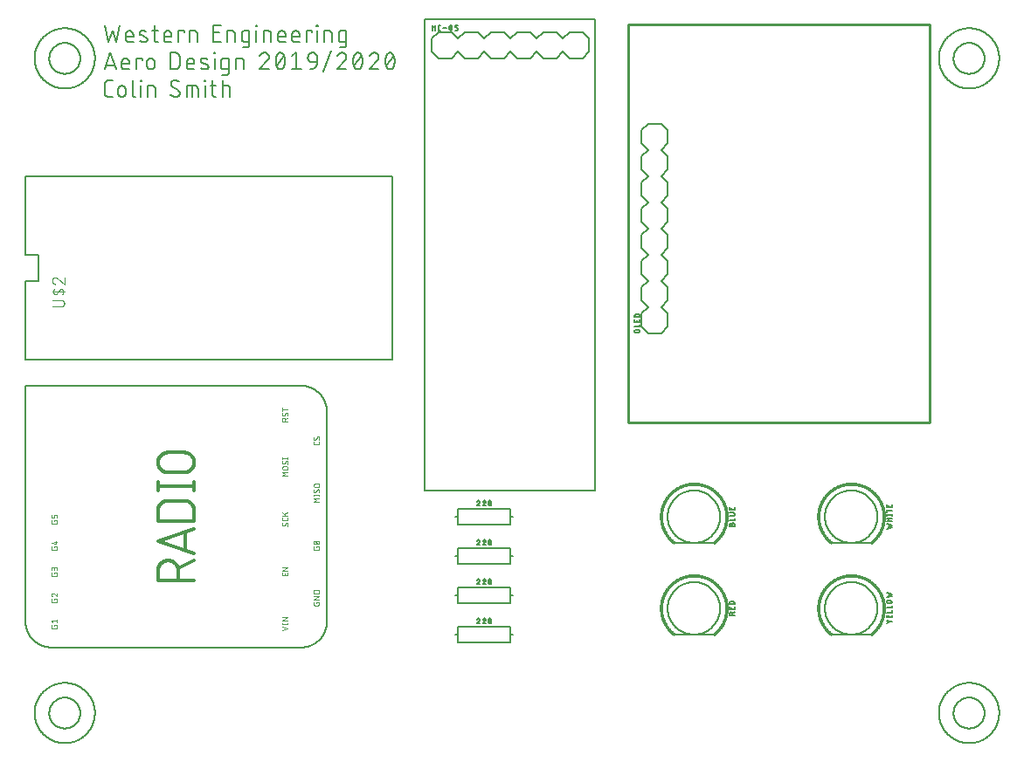
<source format=gbr>
G04 EAGLE Gerber X2 export*
%TF.Part,Single*%
%TF.FileFunction,Legend,Top,1*%
%TF.FilePolarity,Positive*%
%TF.GenerationSoftware,Autodesk,EAGLE,9.1.3*%
%TF.CreationDate,2020-01-09T21:36:22Z*%
G75*
%MOMM*%
%FSLAX34Y34*%
%LPD*%
%AMOC8*
5,1,8,0,0,1.08239X$1,22.5*%
G01*
%ADD10C,0.152400*%
%ADD11C,0.254000*%
%ADD12C,0.203200*%
%ADD13C,0.025400*%
%ADD14C,0.127000*%
%ADD15C,0.050800*%
%ADD16C,0.304800*%
%ADD17C,0.101600*%


D10*
X915162Y921258D02*
X918774Y905002D01*
X922387Y915839D01*
X925999Y905002D01*
X929612Y921258D01*
X938157Y905002D02*
X942673Y905002D01*
X938157Y905002D02*
X938056Y905004D01*
X937955Y905010D01*
X937854Y905019D01*
X937753Y905032D01*
X937653Y905049D01*
X937554Y905070D01*
X937456Y905094D01*
X937359Y905122D01*
X937262Y905154D01*
X937167Y905189D01*
X937074Y905228D01*
X936982Y905270D01*
X936891Y905316D01*
X936803Y905365D01*
X936716Y905417D01*
X936631Y905473D01*
X936548Y905531D01*
X936468Y905593D01*
X936390Y905658D01*
X936314Y905725D01*
X936241Y905795D01*
X936171Y905868D01*
X936104Y905944D01*
X936039Y906022D01*
X935977Y906102D01*
X935919Y906185D01*
X935863Y906270D01*
X935811Y906357D01*
X935762Y906445D01*
X935716Y906536D01*
X935674Y906628D01*
X935635Y906721D01*
X935600Y906816D01*
X935568Y906913D01*
X935540Y907010D01*
X935516Y907108D01*
X935495Y907207D01*
X935478Y907307D01*
X935465Y907408D01*
X935456Y907509D01*
X935450Y907610D01*
X935448Y907711D01*
X935448Y912227D01*
X935450Y912346D01*
X935456Y912466D01*
X935466Y912585D01*
X935480Y912703D01*
X935497Y912822D01*
X935519Y912939D01*
X935544Y913056D01*
X935574Y913171D01*
X935607Y913286D01*
X935644Y913400D01*
X935684Y913512D01*
X935729Y913623D01*
X935777Y913732D01*
X935828Y913840D01*
X935883Y913946D01*
X935942Y914050D01*
X936004Y914152D01*
X936069Y914252D01*
X936138Y914350D01*
X936210Y914446D01*
X936285Y914539D01*
X936362Y914629D01*
X936443Y914717D01*
X936527Y914802D01*
X936614Y914884D01*
X936703Y914964D01*
X936795Y915040D01*
X936889Y915114D01*
X936986Y915184D01*
X937084Y915251D01*
X937185Y915315D01*
X937289Y915375D01*
X937394Y915432D01*
X937501Y915485D01*
X937609Y915535D01*
X937719Y915581D01*
X937831Y915623D01*
X937944Y915662D01*
X938058Y915697D01*
X938173Y915728D01*
X938290Y915756D01*
X938407Y915779D01*
X938524Y915799D01*
X938643Y915815D01*
X938762Y915827D01*
X938881Y915835D01*
X939000Y915839D01*
X939120Y915839D01*
X939239Y915835D01*
X939358Y915827D01*
X939477Y915815D01*
X939596Y915799D01*
X939713Y915779D01*
X939830Y915756D01*
X939947Y915728D01*
X940062Y915697D01*
X940176Y915662D01*
X940289Y915623D01*
X940401Y915581D01*
X940511Y915535D01*
X940619Y915485D01*
X940726Y915432D01*
X940831Y915375D01*
X940935Y915315D01*
X941036Y915251D01*
X941134Y915184D01*
X941231Y915114D01*
X941325Y915040D01*
X941417Y914964D01*
X941506Y914884D01*
X941593Y914802D01*
X941677Y914717D01*
X941758Y914629D01*
X941835Y914539D01*
X941910Y914446D01*
X941982Y914350D01*
X942051Y914252D01*
X942116Y914152D01*
X942178Y914050D01*
X942237Y913946D01*
X942292Y913840D01*
X942343Y913732D01*
X942391Y913623D01*
X942436Y913512D01*
X942476Y913400D01*
X942513Y913286D01*
X942546Y913171D01*
X942576Y913056D01*
X942601Y912939D01*
X942623Y912822D01*
X942640Y912703D01*
X942654Y912585D01*
X942664Y912466D01*
X942670Y912346D01*
X942672Y912227D01*
X942673Y912227D02*
X942673Y910421D01*
X935448Y910421D01*
X950349Y911324D02*
X954865Y909518D01*
X950349Y911324D02*
X950261Y911361D01*
X950175Y911402D01*
X950090Y911446D01*
X950007Y911494D01*
X949927Y911545D01*
X949848Y911599D01*
X949772Y911657D01*
X949698Y911717D01*
X949626Y911781D01*
X949558Y911847D01*
X949492Y911917D01*
X949429Y911988D01*
X949368Y912063D01*
X949311Y912139D01*
X949258Y912218D01*
X949207Y912299D01*
X949160Y912382D01*
X949116Y912467D01*
X949076Y912554D01*
X949039Y912642D01*
X949006Y912732D01*
X948976Y912823D01*
X948951Y912915D01*
X948929Y913008D01*
X948911Y913102D01*
X948896Y913196D01*
X948886Y913291D01*
X948880Y913387D01*
X948877Y913482D01*
X948878Y913578D01*
X948884Y913673D01*
X948893Y913769D01*
X948906Y913863D01*
X948922Y913957D01*
X948943Y914051D01*
X948968Y914143D01*
X948996Y914234D01*
X949028Y914324D01*
X949063Y914413D01*
X949102Y914500D01*
X949145Y914586D01*
X949191Y914670D01*
X949241Y914751D01*
X949293Y914831D01*
X949349Y914909D01*
X949409Y914984D01*
X949471Y915056D01*
X949536Y915126D01*
X949604Y915194D01*
X949674Y915258D01*
X949747Y915320D01*
X949823Y915378D01*
X949901Y915434D01*
X949981Y915486D01*
X950063Y915535D01*
X950147Y915580D01*
X950233Y915622D01*
X950320Y915661D01*
X950409Y915696D01*
X950500Y915727D01*
X950591Y915754D01*
X950684Y915778D01*
X950777Y915798D01*
X950871Y915814D01*
X950966Y915826D01*
X951061Y915835D01*
X951157Y915839D01*
X951252Y915840D01*
X951499Y915833D01*
X951745Y915821D01*
X951991Y915803D01*
X952237Y915778D01*
X952481Y915748D01*
X952725Y915712D01*
X952968Y915671D01*
X953210Y915623D01*
X953451Y915569D01*
X953690Y915510D01*
X953928Y915445D01*
X954164Y915374D01*
X954399Y915298D01*
X954632Y915216D01*
X954862Y915128D01*
X955090Y915035D01*
X955317Y914937D01*
X954865Y909517D02*
X954953Y909480D01*
X955039Y909439D01*
X955124Y909395D01*
X955207Y909347D01*
X955287Y909296D01*
X955366Y909242D01*
X955442Y909184D01*
X955516Y909124D01*
X955588Y909060D01*
X955656Y908994D01*
X955722Y908924D01*
X955785Y908853D01*
X955846Y908778D01*
X955903Y908702D01*
X955956Y908623D01*
X956007Y908542D01*
X956054Y908459D01*
X956098Y908374D01*
X956138Y908287D01*
X956175Y908199D01*
X956208Y908109D01*
X956238Y908018D01*
X956263Y907926D01*
X956285Y907833D01*
X956303Y907739D01*
X956318Y907645D01*
X956328Y907550D01*
X956334Y907454D01*
X956337Y907359D01*
X956336Y907263D01*
X956330Y907168D01*
X956321Y907072D01*
X956308Y906978D01*
X956292Y906884D01*
X956271Y906790D01*
X956246Y906698D01*
X956218Y906607D01*
X956186Y906517D01*
X956151Y906428D01*
X956112Y906341D01*
X956069Y906255D01*
X956023Y906171D01*
X955973Y906090D01*
X955921Y906010D01*
X955865Y905932D01*
X955805Y905857D01*
X955743Y905785D01*
X955678Y905715D01*
X955610Y905647D01*
X955540Y905583D01*
X955467Y905521D01*
X955391Y905463D01*
X955313Y905407D01*
X955233Y905355D01*
X955151Y905306D01*
X955067Y905261D01*
X954981Y905219D01*
X954894Y905180D01*
X954805Y905145D01*
X954714Y905114D01*
X954623Y905087D01*
X954530Y905063D01*
X954437Y905043D01*
X954343Y905027D01*
X954248Y905015D01*
X954153Y905006D01*
X954057Y905002D01*
X953962Y905001D01*
X953962Y905002D02*
X953600Y905011D01*
X953238Y905029D01*
X952877Y905056D01*
X952517Y905091D01*
X952157Y905134D01*
X951798Y905186D01*
X951441Y905247D01*
X951086Y905316D01*
X950732Y905393D01*
X950380Y905479D01*
X950030Y905573D01*
X949682Y905676D01*
X949337Y905786D01*
X948995Y905905D01*
X961245Y915839D02*
X966663Y915839D01*
X963051Y921258D02*
X963051Y907711D01*
X963053Y907610D01*
X963059Y907509D01*
X963068Y907408D01*
X963081Y907307D01*
X963098Y907207D01*
X963119Y907108D01*
X963143Y907010D01*
X963171Y906913D01*
X963203Y906816D01*
X963238Y906721D01*
X963277Y906628D01*
X963319Y906536D01*
X963365Y906445D01*
X963414Y906357D01*
X963466Y906270D01*
X963522Y906185D01*
X963580Y906102D01*
X963642Y906022D01*
X963707Y905944D01*
X963774Y905868D01*
X963844Y905795D01*
X963917Y905725D01*
X963993Y905658D01*
X964071Y905593D01*
X964151Y905531D01*
X964234Y905473D01*
X964319Y905417D01*
X964406Y905365D01*
X964494Y905316D01*
X964585Y905270D01*
X964677Y905228D01*
X964770Y905189D01*
X964865Y905154D01*
X964962Y905122D01*
X965059Y905094D01*
X965157Y905070D01*
X965256Y905049D01*
X965356Y905032D01*
X965457Y905019D01*
X965558Y905010D01*
X965659Y905004D01*
X965760Y905002D01*
X966663Y905002D01*
X975151Y905002D02*
X979667Y905002D01*
X975151Y905002D02*
X975050Y905004D01*
X974949Y905010D01*
X974848Y905019D01*
X974747Y905032D01*
X974647Y905049D01*
X974548Y905070D01*
X974450Y905094D01*
X974353Y905122D01*
X974256Y905154D01*
X974161Y905189D01*
X974068Y905228D01*
X973976Y905270D01*
X973885Y905316D01*
X973797Y905365D01*
X973710Y905417D01*
X973625Y905473D01*
X973542Y905531D01*
X973462Y905593D01*
X973384Y905658D01*
X973308Y905725D01*
X973235Y905795D01*
X973165Y905868D01*
X973098Y905944D01*
X973033Y906022D01*
X972971Y906102D01*
X972913Y906185D01*
X972857Y906270D01*
X972805Y906357D01*
X972756Y906445D01*
X972710Y906536D01*
X972668Y906628D01*
X972629Y906721D01*
X972594Y906816D01*
X972562Y906913D01*
X972534Y907010D01*
X972510Y907108D01*
X972489Y907207D01*
X972472Y907307D01*
X972459Y907408D01*
X972450Y907509D01*
X972444Y907610D01*
X972442Y907711D01*
X972442Y912227D01*
X972444Y912346D01*
X972450Y912466D01*
X972460Y912585D01*
X972474Y912703D01*
X972491Y912822D01*
X972513Y912939D01*
X972538Y913056D01*
X972568Y913171D01*
X972601Y913286D01*
X972638Y913400D01*
X972678Y913512D01*
X972723Y913623D01*
X972771Y913732D01*
X972822Y913840D01*
X972877Y913946D01*
X972936Y914050D01*
X972998Y914152D01*
X973063Y914252D01*
X973132Y914350D01*
X973204Y914446D01*
X973279Y914539D01*
X973356Y914629D01*
X973437Y914717D01*
X973521Y914802D01*
X973608Y914884D01*
X973697Y914964D01*
X973789Y915040D01*
X973883Y915114D01*
X973980Y915184D01*
X974078Y915251D01*
X974179Y915315D01*
X974283Y915375D01*
X974388Y915432D01*
X974495Y915485D01*
X974603Y915535D01*
X974713Y915581D01*
X974825Y915623D01*
X974938Y915662D01*
X975052Y915697D01*
X975167Y915728D01*
X975284Y915756D01*
X975401Y915779D01*
X975518Y915799D01*
X975637Y915815D01*
X975756Y915827D01*
X975875Y915835D01*
X975994Y915839D01*
X976114Y915839D01*
X976233Y915835D01*
X976352Y915827D01*
X976471Y915815D01*
X976590Y915799D01*
X976707Y915779D01*
X976824Y915756D01*
X976941Y915728D01*
X977056Y915697D01*
X977170Y915662D01*
X977283Y915623D01*
X977395Y915581D01*
X977505Y915535D01*
X977613Y915485D01*
X977720Y915432D01*
X977825Y915375D01*
X977929Y915315D01*
X978030Y915251D01*
X978128Y915184D01*
X978225Y915114D01*
X978319Y915040D01*
X978411Y914964D01*
X978500Y914884D01*
X978587Y914802D01*
X978671Y914717D01*
X978752Y914629D01*
X978829Y914539D01*
X978904Y914446D01*
X978976Y914350D01*
X979045Y914252D01*
X979110Y914152D01*
X979172Y914050D01*
X979231Y913946D01*
X979286Y913840D01*
X979337Y913732D01*
X979385Y913623D01*
X979430Y913512D01*
X979470Y913400D01*
X979507Y913286D01*
X979540Y913171D01*
X979570Y913056D01*
X979595Y912939D01*
X979617Y912822D01*
X979634Y912703D01*
X979648Y912585D01*
X979658Y912466D01*
X979664Y912346D01*
X979666Y912227D01*
X979667Y912227D02*
X979667Y910421D01*
X972442Y910421D01*
X986595Y905002D02*
X986595Y915839D01*
X992013Y915839D01*
X992013Y914033D01*
X997452Y915839D02*
X997452Y905002D01*
X997452Y915839D02*
X1001967Y915839D01*
X1002071Y915837D01*
X1002174Y915831D01*
X1002278Y915821D01*
X1002381Y915807D01*
X1002483Y915789D01*
X1002584Y915768D01*
X1002685Y915742D01*
X1002784Y915713D01*
X1002883Y915680D01*
X1002980Y915643D01*
X1003075Y915602D01*
X1003169Y915558D01*
X1003261Y915510D01*
X1003351Y915459D01*
X1003440Y915404D01*
X1003526Y915346D01*
X1003609Y915284D01*
X1003691Y915220D01*
X1003769Y915152D01*
X1003845Y915082D01*
X1003919Y915009D01*
X1003989Y914932D01*
X1004057Y914854D01*
X1004121Y914772D01*
X1004183Y914689D01*
X1004241Y914603D01*
X1004296Y914514D01*
X1004347Y914424D01*
X1004395Y914332D01*
X1004439Y914238D01*
X1004480Y914143D01*
X1004517Y914046D01*
X1004550Y913947D01*
X1004579Y913848D01*
X1004605Y913747D01*
X1004626Y913646D01*
X1004644Y913544D01*
X1004658Y913441D01*
X1004668Y913337D01*
X1004674Y913234D01*
X1004676Y913130D01*
X1004676Y905002D01*
X1020546Y905002D02*
X1027771Y905002D01*
X1020546Y905002D02*
X1020546Y921258D01*
X1027771Y921258D01*
X1025965Y914033D02*
X1020546Y914033D01*
X1033924Y915839D02*
X1033924Y905002D01*
X1033924Y915839D02*
X1038440Y915839D01*
X1038544Y915837D01*
X1038647Y915831D01*
X1038751Y915821D01*
X1038854Y915807D01*
X1038956Y915789D01*
X1039057Y915768D01*
X1039158Y915742D01*
X1039257Y915713D01*
X1039356Y915680D01*
X1039453Y915643D01*
X1039548Y915602D01*
X1039642Y915558D01*
X1039734Y915510D01*
X1039824Y915459D01*
X1039913Y915404D01*
X1039999Y915346D01*
X1040082Y915284D01*
X1040164Y915220D01*
X1040242Y915152D01*
X1040318Y915082D01*
X1040392Y915009D01*
X1040462Y914932D01*
X1040530Y914854D01*
X1040594Y914772D01*
X1040656Y914689D01*
X1040714Y914603D01*
X1040769Y914514D01*
X1040820Y914424D01*
X1040868Y914332D01*
X1040912Y914238D01*
X1040953Y914143D01*
X1040990Y914046D01*
X1041023Y913947D01*
X1041052Y913848D01*
X1041078Y913747D01*
X1041099Y913646D01*
X1041117Y913544D01*
X1041131Y913441D01*
X1041141Y913337D01*
X1041147Y913234D01*
X1041149Y913130D01*
X1041149Y905002D01*
X1050629Y905002D02*
X1055144Y905002D01*
X1050629Y905002D02*
X1050528Y905004D01*
X1050427Y905010D01*
X1050326Y905019D01*
X1050225Y905032D01*
X1050125Y905049D01*
X1050026Y905070D01*
X1049928Y905094D01*
X1049831Y905122D01*
X1049734Y905154D01*
X1049639Y905189D01*
X1049546Y905228D01*
X1049454Y905270D01*
X1049363Y905316D01*
X1049275Y905365D01*
X1049188Y905417D01*
X1049103Y905473D01*
X1049020Y905531D01*
X1048940Y905593D01*
X1048862Y905658D01*
X1048786Y905725D01*
X1048713Y905795D01*
X1048643Y905868D01*
X1048576Y905944D01*
X1048511Y906022D01*
X1048449Y906102D01*
X1048391Y906185D01*
X1048335Y906270D01*
X1048283Y906357D01*
X1048234Y906445D01*
X1048188Y906536D01*
X1048146Y906628D01*
X1048107Y906721D01*
X1048072Y906816D01*
X1048040Y906913D01*
X1048012Y907010D01*
X1047988Y907108D01*
X1047967Y907207D01*
X1047950Y907307D01*
X1047937Y907408D01*
X1047928Y907509D01*
X1047922Y907610D01*
X1047920Y907711D01*
X1047919Y907711D02*
X1047919Y913130D01*
X1047920Y913130D02*
X1047922Y913231D01*
X1047928Y913332D01*
X1047937Y913433D01*
X1047950Y913534D01*
X1047967Y913634D01*
X1047988Y913733D01*
X1048012Y913831D01*
X1048040Y913928D01*
X1048072Y914025D01*
X1048107Y914120D01*
X1048146Y914213D01*
X1048188Y914305D01*
X1048234Y914396D01*
X1048283Y914485D01*
X1048335Y914571D01*
X1048391Y914656D01*
X1048449Y914739D01*
X1048511Y914819D01*
X1048576Y914897D01*
X1048643Y914973D01*
X1048713Y915046D01*
X1048786Y915116D01*
X1048862Y915183D01*
X1048940Y915248D01*
X1049020Y915310D01*
X1049103Y915368D01*
X1049188Y915424D01*
X1049275Y915476D01*
X1049363Y915525D01*
X1049454Y915571D01*
X1049546Y915613D01*
X1049639Y915652D01*
X1049734Y915687D01*
X1049831Y915719D01*
X1049928Y915747D01*
X1050026Y915771D01*
X1050125Y915792D01*
X1050225Y915809D01*
X1050326Y915822D01*
X1050427Y915831D01*
X1050528Y915837D01*
X1050629Y915839D01*
X1055144Y915839D01*
X1055144Y902293D01*
X1055142Y902189D01*
X1055136Y902086D01*
X1055126Y901982D01*
X1055112Y901879D01*
X1055094Y901777D01*
X1055073Y901676D01*
X1055047Y901575D01*
X1055018Y901476D01*
X1054985Y901377D01*
X1054948Y901280D01*
X1054907Y901185D01*
X1054863Y901091D01*
X1054815Y900999D01*
X1054764Y900909D01*
X1054709Y900820D01*
X1054651Y900734D01*
X1054589Y900651D01*
X1054525Y900569D01*
X1054457Y900491D01*
X1054387Y900415D01*
X1054314Y900341D01*
X1054237Y900271D01*
X1054159Y900203D01*
X1054077Y900139D01*
X1053994Y900077D01*
X1053908Y900019D01*
X1053819Y899964D01*
X1053729Y899913D01*
X1053637Y899865D01*
X1053543Y899821D01*
X1053448Y899780D01*
X1053351Y899743D01*
X1053252Y899710D01*
X1053153Y899681D01*
X1053052Y899655D01*
X1052951Y899634D01*
X1052849Y899616D01*
X1052746Y899602D01*
X1052642Y899592D01*
X1052539Y899586D01*
X1052435Y899584D01*
X1052435Y899583D02*
X1048822Y899583D01*
X1062026Y905002D02*
X1062026Y915839D01*
X1061574Y920355D02*
X1061574Y921258D01*
X1062477Y921258D01*
X1062477Y920355D01*
X1061574Y920355D01*
X1068834Y915839D02*
X1068834Y905002D01*
X1068834Y915839D02*
X1073350Y915839D01*
X1073454Y915837D01*
X1073557Y915831D01*
X1073661Y915821D01*
X1073764Y915807D01*
X1073866Y915789D01*
X1073967Y915768D01*
X1074068Y915742D01*
X1074167Y915713D01*
X1074266Y915680D01*
X1074363Y915643D01*
X1074458Y915602D01*
X1074552Y915558D01*
X1074644Y915510D01*
X1074734Y915459D01*
X1074823Y915404D01*
X1074909Y915346D01*
X1074992Y915284D01*
X1075074Y915220D01*
X1075152Y915152D01*
X1075228Y915082D01*
X1075302Y915009D01*
X1075372Y914932D01*
X1075440Y914854D01*
X1075504Y914772D01*
X1075566Y914689D01*
X1075624Y914603D01*
X1075679Y914514D01*
X1075730Y914424D01*
X1075778Y914332D01*
X1075822Y914238D01*
X1075863Y914143D01*
X1075900Y914046D01*
X1075933Y913947D01*
X1075962Y913848D01*
X1075988Y913747D01*
X1076009Y913646D01*
X1076027Y913544D01*
X1076041Y913441D01*
X1076051Y913337D01*
X1076057Y913234D01*
X1076059Y913130D01*
X1076059Y905002D01*
X1085611Y905002D02*
X1090127Y905002D01*
X1085611Y905002D02*
X1085510Y905004D01*
X1085409Y905010D01*
X1085308Y905019D01*
X1085207Y905032D01*
X1085107Y905049D01*
X1085008Y905070D01*
X1084910Y905094D01*
X1084813Y905122D01*
X1084716Y905154D01*
X1084621Y905189D01*
X1084528Y905228D01*
X1084436Y905270D01*
X1084345Y905316D01*
X1084257Y905365D01*
X1084170Y905417D01*
X1084085Y905473D01*
X1084002Y905531D01*
X1083922Y905593D01*
X1083844Y905658D01*
X1083768Y905725D01*
X1083695Y905795D01*
X1083625Y905868D01*
X1083558Y905944D01*
X1083493Y906022D01*
X1083431Y906102D01*
X1083373Y906185D01*
X1083317Y906270D01*
X1083265Y906357D01*
X1083216Y906445D01*
X1083170Y906536D01*
X1083128Y906628D01*
X1083089Y906721D01*
X1083054Y906816D01*
X1083022Y906913D01*
X1082994Y907010D01*
X1082970Y907108D01*
X1082949Y907207D01*
X1082932Y907307D01*
X1082919Y907408D01*
X1082910Y907509D01*
X1082904Y907610D01*
X1082902Y907711D01*
X1082902Y912227D01*
X1082903Y912227D02*
X1082905Y912346D01*
X1082911Y912466D01*
X1082921Y912585D01*
X1082935Y912703D01*
X1082952Y912822D01*
X1082974Y912939D01*
X1082999Y913056D01*
X1083029Y913171D01*
X1083062Y913286D01*
X1083099Y913400D01*
X1083139Y913512D01*
X1083184Y913623D01*
X1083232Y913732D01*
X1083283Y913840D01*
X1083338Y913946D01*
X1083397Y914050D01*
X1083459Y914152D01*
X1083524Y914252D01*
X1083593Y914350D01*
X1083665Y914446D01*
X1083740Y914539D01*
X1083817Y914629D01*
X1083898Y914717D01*
X1083982Y914802D01*
X1084069Y914884D01*
X1084158Y914964D01*
X1084250Y915040D01*
X1084344Y915114D01*
X1084441Y915184D01*
X1084539Y915251D01*
X1084640Y915315D01*
X1084744Y915375D01*
X1084849Y915432D01*
X1084956Y915485D01*
X1085064Y915535D01*
X1085174Y915581D01*
X1085286Y915623D01*
X1085399Y915662D01*
X1085513Y915697D01*
X1085628Y915728D01*
X1085745Y915756D01*
X1085862Y915779D01*
X1085979Y915799D01*
X1086098Y915815D01*
X1086217Y915827D01*
X1086336Y915835D01*
X1086455Y915839D01*
X1086575Y915839D01*
X1086694Y915835D01*
X1086813Y915827D01*
X1086932Y915815D01*
X1087051Y915799D01*
X1087168Y915779D01*
X1087285Y915756D01*
X1087402Y915728D01*
X1087517Y915697D01*
X1087631Y915662D01*
X1087744Y915623D01*
X1087856Y915581D01*
X1087966Y915535D01*
X1088074Y915485D01*
X1088181Y915432D01*
X1088286Y915375D01*
X1088390Y915315D01*
X1088491Y915251D01*
X1088589Y915184D01*
X1088686Y915114D01*
X1088780Y915040D01*
X1088872Y914964D01*
X1088961Y914884D01*
X1089048Y914802D01*
X1089132Y914717D01*
X1089213Y914629D01*
X1089290Y914539D01*
X1089365Y914446D01*
X1089437Y914350D01*
X1089506Y914252D01*
X1089571Y914152D01*
X1089633Y914050D01*
X1089692Y913946D01*
X1089747Y913840D01*
X1089798Y913732D01*
X1089846Y913623D01*
X1089891Y913512D01*
X1089931Y913400D01*
X1089968Y913286D01*
X1090001Y913171D01*
X1090031Y913056D01*
X1090056Y912939D01*
X1090078Y912822D01*
X1090095Y912703D01*
X1090109Y912585D01*
X1090119Y912466D01*
X1090125Y912346D01*
X1090127Y912227D01*
X1090127Y910421D01*
X1082902Y910421D01*
X1099159Y905002D02*
X1103674Y905002D01*
X1099159Y905002D02*
X1099058Y905004D01*
X1098957Y905010D01*
X1098856Y905019D01*
X1098755Y905032D01*
X1098655Y905049D01*
X1098556Y905070D01*
X1098458Y905094D01*
X1098361Y905122D01*
X1098264Y905154D01*
X1098169Y905189D01*
X1098076Y905228D01*
X1097984Y905270D01*
X1097893Y905316D01*
X1097805Y905365D01*
X1097718Y905417D01*
X1097633Y905473D01*
X1097550Y905531D01*
X1097470Y905593D01*
X1097392Y905658D01*
X1097316Y905725D01*
X1097243Y905795D01*
X1097173Y905868D01*
X1097106Y905944D01*
X1097041Y906022D01*
X1096979Y906102D01*
X1096921Y906185D01*
X1096865Y906270D01*
X1096813Y906357D01*
X1096764Y906445D01*
X1096718Y906536D01*
X1096676Y906628D01*
X1096637Y906721D01*
X1096602Y906816D01*
X1096570Y906913D01*
X1096542Y907010D01*
X1096518Y907108D01*
X1096497Y907207D01*
X1096480Y907307D01*
X1096467Y907408D01*
X1096458Y907509D01*
X1096452Y907610D01*
X1096450Y907711D01*
X1096449Y907711D02*
X1096449Y912227D01*
X1096450Y912227D02*
X1096452Y912346D01*
X1096458Y912466D01*
X1096468Y912585D01*
X1096482Y912703D01*
X1096499Y912822D01*
X1096521Y912939D01*
X1096546Y913056D01*
X1096576Y913171D01*
X1096609Y913286D01*
X1096646Y913400D01*
X1096686Y913512D01*
X1096731Y913623D01*
X1096779Y913732D01*
X1096830Y913840D01*
X1096885Y913946D01*
X1096944Y914050D01*
X1097006Y914152D01*
X1097071Y914252D01*
X1097140Y914350D01*
X1097212Y914446D01*
X1097287Y914539D01*
X1097364Y914629D01*
X1097445Y914717D01*
X1097529Y914802D01*
X1097616Y914884D01*
X1097705Y914964D01*
X1097797Y915040D01*
X1097891Y915114D01*
X1097988Y915184D01*
X1098086Y915251D01*
X1098187Y915315D01*
X1098291Y915375D01*
X1098396Y915432D01*
X1098503Y915485D01*
X1098611Y915535D01*
X1098721Y915581D01*
X1098833Y915623D01*
X1098946Y915662D01*
X1099060Y915697D01*
X1099175Y915728D01*
X1099292Y915756D01*
X1099409Y915779D01*
X1099526Y915799D01*
X1099645Y915815D01*
X1099764Y915827D01*
X1099883Y915835D01*
X1100002Y915839D01*
X1100122Y915839D01*
X1100241Y915835D01*
X1100360Y915827D01*
X1100479Y915815D01*
X1100598Y915799D01*
X1100715Y915779D01*
X1100832Y915756D01*
X1100949Y915728D01*
X1101064Y915697D01*
X1101178Y915662D01*
X1101291Y915623D01*
X1101403Y915581D01*
X1101513Y915535D01*
X1101621Y915485D01*
X1101728Y915432D01*
X1101833Y915375D01*
X1101937Y915315D01*
X1102038Y915251D01*
X1102136Y915184D01*
X1102233Y915114D01*
X1102327Y915040D01*
X1102419Y914964D01*
X1102508Y914884D01*
X1102595Y914802D01*
X1102679Y914717D01*
X1102760Y914629D01*
X1102837Y914539D01*
X1102912Y914446D01*
X1102984Y914350D01*
X1103053Y914252D01*
X1103118Y914152D01*
X1103180Y914050D01*
X1103239Y913946D01*
X1103294Y913840D01*
X1103345Y913732D01*
X1103393Y913623D01*
X1103438Y913512D01*
X1103478Y913400D01*
X1103515Y913286D01*
X1103548Y913171D01*
X1103578Y913056D01*
X1103603Y912939D01*
X1103625Y912822D01*
X1103642Y912703D01*
X1103656Y912585D01*
X1103666Y912466D01*
X1103672Y912346D01*
X1103674Y912227D01*
X1103674Y910421D01*
X1096449Y910421D01*
X1110602Y905002D02*
X1110602Y915839D01*
X1116021Y915839D01*
X1116021Y914033D01*
X1120903Y915839D02*
X1120903Y905002D01*
X1120452Y920355D02*
X1120452Y921258D01*
X1121355Y921258D01*
X1121355Y920355D01*
X1120452Y920355D01*
X1127712Y915839D02*
X1127712Y905002D01*
X1127712Y915839D02*
X1132227Y915839D01*
X1132331Y915837D01*
X1132434Y915831D01*
X1132538Y915821D01*
X1132641Y915807D01*
X1132743Y915789D01*
X1132844Y915768D01*
X1132945Y915742D01*
X1133044Y915713D01*
X1133143Y915680D01*
X1133240Y915643D01*
X1133335Y915602D01*
X1133429Y915558D01*
X1133521Y915510D01*
X1133611Y915459D01*
X1133700Y915404D01*
X1133786Y915346D01*
X1133869Y915284D01*
X1133951Y915220D01*
X1134029Y915152D01*
X1134105Y915082D01*
X1134179Y915009D01*
X1134249Y914932D01*
X1134317Y914854D01*
X1134381Y914772D01*
X1134443Y914689D01*
X1134501Y914603D01*
X1134556Y914514D01*
X1134607Y914424D01*
X1134655Y914332D01*
X1134699Y914238D01*
X1134740Y914143D01*
X1134777Y914046D01*
X1134810Y913947D01*
X1134839Y913848D01*
X1134865Y913747D01*
X1134886Y913646D01*
X1134904Y913544D01*
X1134918Y913441D01*
X1134928Y913337D01*
X1134934Y913234D01*
X1134936Y913130D01*
X1134937Y913130D02*
X1134937Y905002D01*
X1144416Y905002D02*
X1148931Y905002D01*
X1144416Y905002D02*
X1144315Y905004D01*
X1144214Y905010D01*
X1144113Y905019D01*
X1144012Y905032D01*
X1143912Y905049D01*
X1143813Y905070D01*
X1143715Y905094D01*
X1143618Y905122D01*
X1143521Y905154D01*
X1143426Y905189D01*
X1143333Y905228D01*
X1143241Y905270D01*
X1143150Y905316D01*
X1143062Y905365D01*
X1142975Y905417D01*
X1142890Y905473D01*
X1142807Y905531D01*
X1142727Y905593D01*
X1142649Y905658D01*
X1142573Y905725D01*
X1142500Y905795D01*
X1142430Y905868D01*
X1142363Y905944D01*
X1142298Y906022D01*
X1142236Y906102D01*
X1142178Y906185D01*
X1142122Y906270D01*
X1142070Y906357D01*
X1142021Y906445D01*
X1141975Y906536D01*
X1141933Y906628D01*
X1141894Y906721D01*
X1141859Y906816D01*
X1141827Y906913D01*
X1141799Y907010D01*
X1141775Y907108D01*
X1141754Y907207D01*
X1141737Y907307D01*
X1141724Y907408D01*
X1141715Y907509D01*
X1141709Y907610D01*
X1141707Y907711D01*
X1141706Y907711D02*
X1141706Y913130D01*
X1141707Y913130D02*
X1141709Y913231D01*
X1141715Y913332D01*
X1141724Y913433D01*
X1141737Y913534D01*
X1141754Y913634D01*
X1141775Y913733D01*
X1141799Y913831D01*
X1141827Y913928D01*
X1141859Y914025D01*
X1141894Y914120D01*
X1141933Y914213D01*
X1141975Y914305D01*
X1142021Y914396D01*
X1142070Y914485D01*
X1142122Y914571D01*
X1142178Y914656D01*
X1142236Y914739D01*
X1142298Y914819D01*
X1142363Y914897D01*
X1142430Y914973D01*
X1142500Y915046D01*
X1142573Y915116D01*
X1142649Y915183D01*
X1142727Y915248D01*
X1142807Y915310D01*
X1142890Y915368D01*
X1142975Y915424D01*
X1143062Y915476D01*
X1143150Y915525D01*
X1143241Y915571D01*
X1143333Y915613D01*
X1143426Y915652D01*
X1143521Y915687D01*
X1143618Y915719D01*
X1143715Y915747D01*
X1143813Y915771D01*
X1143912Y915792D01*
X1144012Y915809D01*
X1144113Y915822D01*
X1144214Y915831D01*
X1144315Y915837D01*
X1144416Y915839D01*
X1148931Y915839D01*
X1148931Y902293D01*
X1148929Y902189D01*
X1148923Y902086D01*
X1148913Y901982D01*
X1148899Y901879D01*
X1148881Y901777D01*
X1148860Y901676D01*
X1148834Y901575D01*
X1148805Y901476D01*
X1148772Y901377D01*
X1148735Y901280D01*
X1148694Y901185D01*
X1148650Y901091D01*
X1148602Y900999D01*
X1148551Y900909D01*
X1148496Y900820D01*
X1148438Y900734D01*
X1148376Y900651D01*
X1148312Y900569D01*
X1148244Y900491D01*
X1148174Y900415D01*
X1148101Y900341D01*
X1148024Y900271D01*
X1147946Y900203D01*
X1147864Y900139D01*
X1147781Y900077D01*
X1147695Y900019D01*
X1147606Y899964D01*
X1147516Y899913D01*
X1147424Y899865D01*
X1147330Y899821D01*
X1147235Y899780D01*
X1147138Y899743D01*
X1147039Y899710D01*
X1146940Y899681D01*
X1146839Y899655D01*
X1146738Y899634D01*
X1146636Y899616D01*
X1146533Y899602D01*
X1146429Y899592D01*
X1146326Y899586D01*
X1146222Y899584D01*
X1146222Y899583D02*
X1142610Y899583D01*
X920581Y894588D02*
X915162Y878332D01*
X925999Y878332D02*
X920581Y894588D01*
X924645Y882396D02*
X916517Y882396D01*
X934267Y878332D02*
X938782Y878332D01*
X934267Y878332D02*
X934166Y878334D01*
X934065Y878340D01*
X933964Y878349D01*
X933863Y878362D01*
X933763Y878379D01*
X933664Y878400D01*
X933566Y878424D01*
X933469Y878452D01*
X933372Y878484D01*
X933277Y878519D01*
X933184Y878558D01*
X933092Y878600D01*
X933001Y878646D01*
X932913Y878695D01*
X932826Y878747D01*
X932741Y878803D01*
X932658Y878861D01*
X932578Y878923D01*
X932500Y878988D01*
X932424Y879055D01*
X932351Y879125D01*
X932281Y879198D01*
X932214Y879274D01*
X932149Y879352D01*
X932087Y879432D01*
X932029Y879515D01*
X931973Y879600D01*
X931921Y879687D01*
X931872Y879775D01*
X931826Y879866D01*
X931784Y879958D01*
X931745Y880051D01*
X931710Y880146D01*
X931678Y880243D01*
X931650Y880340D01*
X931626Y880438D01*
X931605Y880537D01*
X931588Y880637D01*
X931575Y880738D01*
X931566Y880839D01*
X931560Y880940D01*
X931558Y881041D01*
X931557Y881041D02*
X931557Y885557D01*
X931558Y885557D02*
X931560Y885676D01*
X931566Y885796D01*
X931576Y885915D01*
X931590Y886033D01*
X931607Y886152D01*
X931629Y886269D01*
X931654Y886386D01*
X931684Y886501D01*
X931717Y886616D01*
X931754Y886730D01*
X931794Y886842D01*
X931839Y886953D01*
X931887Y887062D01*
X931938Y887170D01*
X931993Y887276D01*
X932052Y887380D01*
X932114Y887482D01*
X932179Y887582D01*
X932248Y887680D01*
X932320Y887776D01*
X932395Y887869D01*
X932472Y887959D01*
X932553Y888047D01*
X932637Y888132D01*
X932724Y888214D01*
X932813Y888294D01*
X932905Y888370D01*
X932999Y888444D01*
X933096Y888514D01*
X933194Y888581D01*
X933295Y888645D01*
X933399Y888705D01*
X933504Y888762D01*
X933611Y888815D01*
X933719Y888865D01*
X933829Y888911D01*
X933941Y888953D01*
X934054Y888992D01*
X934168Y889027D01*
X934283Y889058D01*
X934400Y889086D01*
X934517Y889109D01*
X934634Y889129D01*
X934753Y889145D01*
X934872Y889157D01*
X934991Y889165D01*
X935110Y889169D01*
X935230Y889169D01*
X935349Y889165D01*
X935468Y889157D01*
X935587Y889145D01*
X935706Y889129D01*
X935823Y889109D01*
X935940Y889086D01*
X936057Y889058D01*
X936172Y889027D01*
X936286Y888992D01*
X936399Y888953D01*
X936511Y888911D01*
X936621Y888865D01*
X936729Y888815D01*
X936836Y888762D01*
X936941Y888705D01*
X937045Y888645D01*
X937146Y888581D01*
X937244Y888514D01*
X937341Y888444D01*
X937435Y888370D01*
X937527Y888294D01*
X937616Y888214D01*
X937703Y888132D01*
X937787Y888047D01*
X937868Y887959D01*
X937945Y887869D01*
X938020Y887776D01*
X938092Y887680D01*
X938161Y887582D01*
X938226Y887482D01*
X938288Y887380D01*
X938347Y887276D01*
X938402Y887170D01*
X938453Y887062D01*
X938501Y886953D01*
X938546Y886842D01*
X938586Y886730D01*
X938623Y886616D01*
X938656Y886501D01*
X938686Y886386D01*
X938711Y886269D01*
X938733Y886152D01*
X938750Y886033D01*
X938764Y885915D01*
X938774Y885796D01*
X938780Y885676D01*
X938782Y885557D01*
X938782Y883751D01*
X931557Y883751D01*
X945710Y878332D02*
X945710Y889169D01*
X951129Y889169D01*
X951129Y887363D01*
X956046Y885557D02*
X956046Y881944D01*
X956047Y885557D02*
X956049Y885676D01*
X956055Y885796D01*
X956065Y885915D01*
X956079Y886033D01*
X956096Y886152D01*
X956118Y886269D01*
X956143Y886386D01*
X956173Y886501D01*
X956206Y886616D01*
X956243Y886730D01*
X956283Y886842D01*
X956328Y886953D01*
X956376Y887062D01*
X956427Y887170D01*
X956482Y887276D01*
X956541Y887380D01*
X956603Y887482D01*
X956668Y887582D01*
X956737Y887680D01*
X956809Y887776D01*
X956884Y887869D01*
X956961Y887959D01*
X957042Y888047D01*
X957126Y888132D01*
X957213Y888214D01*
X957302Y888294D01*
X957394Y888370D01*
X957488Y888444D01*
X957585Y888514D01*
X957683Y888581D01*
X957784Y888645D01*
X957888Y888705D01*
X957993Y888762D01*
X958100Y888815D01*
X958208Y888865D01*
X958318Y888911D01*
X958430Y888953D01*
X958543Y888992D01*
X958657Y889027D01*
X958772Y889058D01*
X958889Y889086D01*
X959006Y889109D01*
X959123Y889129D01*
X959242Y889145D01*
X959361Y889157D01*
X959480Y889165D01*
X959599Y889169D01*
X959719Y889169D01*
X959838Y889165D01*
X959957Y889157D01*
X960076Y889145D01*
X960195Y889129D01*
X960312Y889109D01*
X960429Y889086D01*
X960546Y889058D01*
X960661Y889027D01*
X960775Y888992D01*
X960888Y888953D01*
X961000Y888911D01*
X961110Y888865D01*
X961218Y888815D01*
X961325Y888762D01*
X961430Y888705D01*
X961534Y888645D01*
X961635Y888581D01*
X961733Y888514D01*
X961830Y888444D01*
X961924Y888370D01*
X962016Y888294D01*
X962105Y888214D01*
X962192Y888132D01*
X962276Y888047D01*
X962357Y887959D01*
X962434Y887869D01*
X962509Y887776D01*
X962581Y887680D01*
X962650Y887582D01*
X962715Y887482D01*
X962777Y887380D01*
X962836Y887276D01*
X962891Y887170D01*
X962942Y887062D01*
X962990Y886953D01*
X963035Y886842D01*
X963075Y886730D01*
X963112Y886616D01*
X963145Y886501D01*
X963175Y886386D01*
X963200Y886269D01*
X963222Y886152D01*
X963239Y886033D01*
X963253Y885915D01*
X963263Y885796D01*
X963269Y885676D01*
X963271Y885557D01*
X963271Y881944D01*
X963269Y881825D01*
X963263Y881705D01*
X963253Y881586D01*
X963239Y881468D01*
X963222Y881349D01*
X963200Y881232D01*
X963175Y881115D01*
X963145Y881000D01*
X963112Y880885D01*
X963075Y880771D01*
X963035Y880659D01*
X962990Y880548D01*
X962942Y880439D01*
X962891Y880331D01*
X962836Y880225D01*
X962777Y880121D01*
X962715Y880019D01*
X962650Y879919D01*
X962581Y879821D01*
X962509Y879725D01*
X962434Y879632D01*
X962357Y879542D01*
X962276Y879454D01*
X962192Y879369D01*
X962105Y879287D01*
X962016Y879207D01*
X961924Y879131D01*
X961830Y879057D01*
X961733Y878987D01*
X961635Y878920D01*
X961534Y878856D01*
X961430Y878796D01*
X961325Y878739D01*
X961218Y878686D01*
X961110Y878636D01*
X961000Y878590D01*
X960888Y878548D01*
X960775Y878509D01*
X960661Y878474D01*
X960546Y878443D01*
X960429Y878415D01*
X960312Y878392D01*
X960195Y878372D01*
X960076Y878356D01*
X959957Y878344D01*
X959838Y878336D01*
X959719Y878332D01*
X959599Y878332D01*
X959480Y878336D01*
X959361Y878344D01*
X959242Y878356D01*
X959123Y878372D01*
X959006Y878392D01*
X958889Y878415D01*
X958772Y878443D01*
X958657Y878474D01*
X958543Y878509D01*
X958430Y878548D01*
X958318Y878590D01*
X958208Y878636D01*
X958100Y878686D01*
X957993Y878739D01*
X957888Y878796D01*
X957784Y878856D01*
X957683Y878920D01*
X957585Y878987D01*
X957488Y879057D01*
X957394Y879131D01*
X957302Y879207D01*
X957213Y879287D01*
X957126Y879369D01*
X957042Y879454D01*
X956961Y879542D01*
X956884Y879632D01*
X956809Y879725D01*
X956737Y879821D01*
X956668Y879919D01*
X956603Y880019D01*
X956541Y880121D01*
X956482Y880225D01*
X956427Y880331D01*
X956376Y880439D01*
X956328Y880548D01*
X956283Y880659D01*
X956243Y880771D01*
X956206Y880885D01*
X956173Y881000D01*
X956143Y881115D01*
X956118Y881232D01*
X956096Y881349D01*
X956079Y881468D01*
X956065Y881586D01*
X956055Y881705D01*
X956049Y881825D01*
X956047Y881944D01*
X978590Y878332D02*
X978590Y894588D01*
X983106Y894588D01*
X983237Y894586D01*
X983369Y894580D01*
X983500Y894571D01*
X983630Y894557D01*
X983761Y894540D01*
X983890Y894519D01*
X984019Y894495D01*
X984147Y894466D01*
X984275Y894434D01*
X984401Y894398D01*
X984526Y894359D01*
X984651Y894316D01*
X984773Y894269D01*
X984895Y894219D01*
X985015Y894165D01*
X985133Y894108D01*
X985249Y894047D01*
X985364Y893983D01*
X985477Y893916D01*
X985588Y893845D01*
X985696Y893771D01*
X985803Y893694D01*
X985907Y893614D01*
X986009Y893531D01*
X986108Y893446D01*
X986205Y893357D01*
X986299Y893265D01*
X986391Y893171D01*
X986480Y893074D01*
X986565Y892975D01*
X986648Y892873D01*
X986728Y892769D01*
X986805Y892662D01*
X986879Y892554D01*
X986950Y892443D01*
X987017Y892330D01*
X987081Y892215D01*
X987142Y892099D01*
X987199Y891981D01*
X987253Y891861D01*
X987303Y891739D01*
X987350Y891617D01*
X987393Y891492D01*
X987432Y891367D01*
X987468Y891241D01*
X987500Y891113D01*
X987529Y890985D01*
X987553Y890856D01*
X987574Y890727D01*
X987591Y890596D01*
X987605Y890466D01*
X987614Y890335D01*
X987620Y890203D01*
X987622Y890072D01*
X987621Y890072D02*
X987621Y882848D01*
X987622Y882848D02*
X987620Y882717D01*
X987614Y882585D01*
X987605Y882454D01*
X987591Y882324D01*
X987574Y882193D01*
X987553Y882064D01*
X987529Y881935D01*
X987500Y881807D01*
X987468Y881679D01*
X987432Y881553D01*
X987393Y881428D01*
X987350Y881303D01*
X987303Y881181D01*
X987253Y881059D01*
X987199Y880939D01*
X987142Y880821D01*
X987081Y880705D01*
X987017Y880590D01*
X986950Y880477D01*
X986879Y880366D01*
X986805Y880258D01*
X986728Y880151D01*
X986648Y880047D01*
X986565Y879945D01*
X986480Y879846D01*
X986391Y879749D01*
X986299Y879655D01*
X986205Y879563D01*
X986108Y879474D01*
X986009Y879389D01*
X985907Y879306D01*
X985803Y879226D01*
X985696Y879149D01*
X985588Y879075D01*
X985477Y879004D01*
X985364Y878937D01*
X985249Y878873D01*
X985133Y878812D01*
X985015Y878755D01*
X984895Y878701D01*
X984773Y878651D01*
X984651Y878604D01*
X984526Y878561D01*
X984401Y878522D01*
X984275Y878486D01*
X984147Y878454D01*
X984019Y878425D01*
X983890Y878401D01*
X983760Y878380D01*
X983630Y878363D01*
X983500Y878349D01*
X983369Y878340D01*
X983237Y878334D01*
X983106Y878332D01*
X978590Y878332D01*
X997313Y878332D02*
X1001828Y878332D01*
X997313Y878332D02*
X997212Y878334D01*
X997111Y878340D01*
X997010Y878349D01*
X996909Y878362D01*
X996809Y878379D01*
X996710Y878400D01*
X996612Y878424D01*
X996515Y878452D01*
X996418Y878484D01*
X996323Y878519D01*
X996230Y878558D01*
X996138Y878600D01*
X996047Y878646D01*
X995959Y878695D01*
X995872Y878747D01*
X995787Y878803D01*
X995704Y878861D01*
X995624Y878923D01*
X995546Y878988D01*
X995470Y879055D01*
X995397Y879125D01*
X995327Y879198D01*
X995260Y879274D01*
X995195Y879352D01*
X995133Y879432D01*
X995075Y879515D01*
X995019Y879600D01*
X994967Y879687D01*
X994918Y879775D01*
X994872Y879866D01*
X994830Y879958D01*
X994791Y880051D01*
X994756Y880146D01*
X994724Y880243D01*
X994696Y880340D01*
X994672Y880438D01*
X994651Y880537D01*
X994634Y880637D01*
X994621Y880738D01*
X994612Y880839D01*
X994606Y880940D01*
X994604Y881041D01*
X994603Y881041D02*
X994603Y885557D01*
X994604Y885557D02*
X994606Y885676D01*
X994612Y885796D01*
X994622Y885915D01*
X994636Y886033D01*
X994653Y886152D01*
X994675Y886269D01*
X994700Y886386D01*
X994730Y886501D01*
X994763Y886616D01*
X994800Y886730D01*
X994840Y886842D01*
X994885Y886953D01*
X994933Y887062D01*
X994984Y887170D01*
X995039Y887276D01*
X995098Y887380D01*
X995160Y887482D01*
X995225Y887582D01*
X995294Y887680D01*
X995366Y887776D01*
X995441Y887869D01*
X995518Y887959D01*
X995599Y888047D01*
X995683Y888132D01*
X995770Y888214D01*
X995859Y888294D01*
X995951Y888370D01*
X996045Y888444D01*
X996142Y888514D01*
X996240Y888581D01*
X996341Y888645D01*
X996445Y888705D01*
X996550Y888762D01*
X996657Y888815D01*
X996765Y888865D01*
X996875Y888911D01*
X996987Y888953D01*
X997100Y888992D01*
X997214Y889027D01*
X997329Y889058D01*
X997446Y889086D01*
X997563Y889109D01*
X997680Y889129D01*
X997799Y889145D01*
X997918Y889157D01*
X998037Y889165D01*
X998156Y889169D01*
X998276Y889169D01*
X998395Y889165D01*
X998514Y889157D01*
X998633Y889145D01*
X998752Y889129D01*
X998869Y889109D01*
X998986Y889086D01*
X999103Y889058D01*
X999218Y889027D01*
X999332Y888992D01*
X999445Y888953D01*
X999557Y888911D01*
X999667Y888865D01*
X999775Y888815D01*
X999882Y888762D01*
X999987Y888705D01*
X1000091Y888645D01*
X1000192Y888581D01*
X1000290Y888514D01*
X1000387Y888444D01*
X1000481Y888370D01*
X1000573Y888294D01*
X1000662Y888214D01*
X1000749Y888132D01*
X1000833Y888047D01*
X1000914Y887959D01*
X1000991Y887869D01*
X1001066Y887776D01*
X1001138Y887680D01*
X1001207Y887582D01*
X1001272Y887482D01*
X1001334Y887380D01*
X1001393Y887276D01*
X1001448Y887170D01*
X1001499Y887062D01*
X1001547Y886953D01*
X1001592Y886842D01*
X1001632Y886730D01*
X1001669Y886616D01*
X1001702Y886501D01*
X1001732Y886386D01*
X1001757Y886269D01*
X1001779Y886152D01*
X1001796Y886033D01*
X1001810Y885915D01*
X1001820Y885796D01*
X1001826Y885676D01*
X1001828Y885557D01*
X1001828Y883751D01*
X994603Y883751D01*
X1009505Y884654D02*
X1014021Y882848D01*
X1009505Y884654D02*
X1009417Y884691D01*
X1009331Y884732D01*
X1009246Y884776D01*
X1009163Y884824D01*
X1009083Y884875D01*
X1009004Y884929D01*
X1008928Y884987D01*
X1008854Y885047D01*
X1008782Y885111D01*
X1008714Y885177D01*
X1008648Y885247D01*
X1008585Y885318D01*
X1008524Y885393D01*
X1008467Y885469D01*
X1008414Y885548D01*
X1008363Y885629D01*
X1008316Y885712D01*
X1008272Y885797D01*
X1008232Y885884D01*
X1008195Y885972D01*
X1008162Y886062D01*
X1008132Y886153D01*
X1008107Y886245D01*
X1008085Y886338D01*
X1008067Y886432D01*
X1008052Y886526D01*
X1008042Y886621D01*
X1008036Y886717D01*
X1008033Y886812D01*
X1008034Y886908D01*
X1008040Y887003D01*
X1008049Y887099D01*
X1008062Y887193D01*
X1008078Y887287D01*
X1008099Y887381D01*
X1008124Y887473D01*
X1008152Y887564D01*
X1008184Y887654D01*
X1008219Y887743D01*
X1008258Y887830D01*
X1008301Y887916D01*
X1008347Y888000D01*
X1008397Y888081D01*
X1008449Y888161D01*
X1008505Y888239D01*
X1008565Y888314D01*
X1008627Y888386D01*
X1008692Y888456D01*
X1008760Y888524D01*
X1008830Y888588D01*
X1008903Y888650D01*
X1008979Y888708D01*
X1009057Y888764D01*
X1009137Y888816D01*
X1009219Y888865D01*
X1009303Y888910D01*
X1009389Y888952D01*
X1009476Y888991D01*
X1009565Y889026D01*
X1009656Y889057D01*
X1009747Y889084D01*
X1009840Y889108D01*
X1009933Y889128D01*
X1010027Y889144D01*
X1010122Y889156D01*
X1010217Y889165D01*
X1010313Y889169D01*
X1010408Y889170D01*
X1010655Y889163D01*
X1010901Y889151D01*
X1011147Y889133D01*
X1011393Y889108D01*
X1011637Y889078D01*
X1011881Y889042D01*
X1012124Y889001D01*
X1012366Y888953D01*
X1012607Y888899D01*
X1012846Y888840D01*
X1013084Y888775D01*
X1013320Y888704D01*
X1013555Y888628D01*
X1013788Y888546D01*
X1014018Y888458D01*
X1014246Y888365D01*
X1014473Y888267D01*
X1014021Y882847D02*
X1014109Y882810D01*
X1014195Y882769D01*
X1014280Y882725D01*
X1014363Y882677D01*
X1014443Y882626D01*
X1014522Y882572D01*
X1014598Y882514D01*
X1014672Y882454D01*
X1014744Y882390D01*
X1014812Y882324D01*
X1014878Y882254D01*
X1014941Y882183D01*
X1015002Y882108D01*
X1015059Y882032D01*
X1015112Y881953D01*
X1015163Y881872D01*
X1015210Y881789D01*
X1015254Y881704D01*
X1015294Y881617D01*
X1015331Y881529D01*
X1015364Y881439D01*
X1015394Y881348D01*
X1015419Y881256D01*
X1015441Y881163D01*
X1015459Y881069D01*
X1015474Y880975D01*
X1015484Y880880D01*
X1015490Y880784D01*
X1015493Y880689D01*
X1015492Y880593D01*
X1015486Y880498D01*
X1015477Y880402D01*
X1015464Y880308D01*
X1015448Y880214D01*
X1015427Y880120D01*
X1015402Y880028D01*
X1015374Y879937D01*
X1015342Y879847D01*
X1015307Y879758D01*
X1015268Y879671D01*
X1015225Y879585D01*
X1015179Y879501D01*
X1015129Y879420D01*
X1015077Y879340D01*
X1015021Y879262D01*
X1014961Y879187D01*
X1014899Y879115D01*
X1014834Y879045D01*
X1014766Y878977D01*
X1014696Y878913D01*
X1014623Y878851D01*
X1014547Y878793D01*
X1014469Y878737D01*
X1014389Y878685D01*
X1014307Y878636D01*
X1014223Y878591D01*
X1014137Y878549D01*
X1014050Y878510D01*
X1013961Y878475D01*
X1013870Y878444D01*
X1013779Y878417D01*
X1013686Y878393D01*
X1013593Y878373D01*
X1013499Y878357D01*
X1013404Y878345D01*
X1013309Y878336D01*
X1013213Y878332D01*
X1013118Y878331D01*
X1013117Y878332D02*
X1012755Y878341D01*
X1012393Y878359D01*
X1012032Y878386D01*
X1011672Y878421D01*
X1011312Y878464D01*
X1010953Y878516D01*
X1010596Y878577D01*
X1010241Y878646D01*
X1009887Y878723D01*
X1009535Y878809D01*
X1009185Y878903D01*
X1008837Y879006D01*
X1008492Y879116D01*
X1008150Y879235D01*
X1021663Y878332D02*
X1021663Y889169D01*
X1021211Y893685D02*
X1021211Y894588D01*
X1022114Y894588D01*
X1022114Y893685D01*
X1021211Y893685D01*
X1030586Y878332D02*
X1035102Y878332D01*
X1030586Y878332D02*
X1030485Y878334D01*
X1030384Y878340D01*
X1030283Y878349D01*
X1030182Y878362D01*
X1030082Y878379D01*
X1029983Y878400D01*
X1029885Y878424D01*
X1029788Y878452D01*
X1029691Y878484D01*
X1029596Y878519D01*
X1029503Y878558D01*
X1029411Y878600D01*
X1029320Y878646D01*
X1029232Y878695D01*
X1029145Y878747D01*
X1029060Y878803D01*
X1028977Y878861D01*
X1028897Y878923D01*
X1028819Y878988D01*
X1028743Y879055D01*
X1028670Y879125D01*
X1028600Y879198D01*
X1028533Y879274D01*
X1028468Y879352D01*
X1028406Y879432D01*
X1028348Y879515D01*
X1028292Y879600D01*
X1028240Y879687D01*
X1028191Y879775D01*
X1028145Y879866D01*
X1028103Y879958D01*
X1028064Y880051D01*
X1028029Y880146D01*
X1027997Y880243D01*
X1027969Y880340D01*
X1027945Y880438D01*
X1027924Y880537D01*
X1027907Y880637D01*
X1027894Y880738D01*
X1027885Y880839D01*
X1027879Y880940D01*
X1027877Y881041D01*
X1027877Y886460D01*
X1027879Y886561D01*
X1027885Y886662D01*
X1027894Y886763D01*
X1027907Y886864D01*
X1027924Y886964D01*
X1027945Y887063D01*
X1027969Y887161D01*
X1027997Y887258D01*
X1028029Y887355D01*
X1028064Y887450D01*
X1028103Y887543D01*
X1028145Y887635D01*
X1028191Y887726D01*
X1028240Y887815D01*
X1028292Y887901D01*
X1028348Y887986D01*
X1028406Y888069D01*
X1028468Y888149D01*
X1028533Y888227D01*
X1028600Y888303D01*
X1028670Y888376D01*
X1028743Y888446D01*
X1028819Y888513D01*
X1028897Y888578D01*
X1028977Y888640D01*
X1029060Y888698D01*
X1029145Y888754D01*
X1029232Y888806D01*
X1029320Y888855D01*
X1029411Y888901D01*
X1029503Y888943D01*
X1029596Y888982D01*
X1029691Y889017D01*
X1029788Y889049D01*
X1029885Y889077D01*
X1029983Y889101D01*
X1030082Y889122D01*
X1030182Y889139D01*
X1030283Y889152D01*
X1030384Y889161D01*
X1030485Y889167D01*
X1030586Y889169D01*
X1035102Y889169D01*
X1035102Y875623D01*
X1035101Y875623D02*
X1035099Y875519D01*
X1035093Y875416D01*
X1035083Y875312D01*
X1035069Y875209D01*
X1035051Y875107D01*
X1035030Y875006D01*
X1035004Y874905D01*
X1034975Y874806D01*
X1034942Y874707D01*
X1034905Y874610D01*
X1034864Y874515D01*
X1034820Y874421D01*
X1034772Y874329D01*
X1034721Y874239D01*
X1034666Y874150D01*
X1034608Y874064D01*
X1034546Y873981D01*
X1034482Y873899D01*
X1034414Y873821D01*
X1034344Y873745D01*
X1034271Y873671D01*
X1034194Y873601D01*
X1034116Y873533D01*
X1034034Y873469D01*
X1033951Y873407D01*
X1033865Y873349D01*
X1033776Y873294D01*
X1033686Y873243D01*
X1033594Y873195D01*
X1033500Y873151D01*
X1033405Y873110D01*
X1033308Y873073D01*
X1033209Y873040D01*
X1033110Y873011D01*
X1033009Y872985D01*
X1032908Y872964D01*
X1032806Y872946D01*
X1032703Y872932D01*
X1032599Y872922D01*
X1032496Y872916D01*
X1032392Y872914D01*
X1032392Y872913D02*
X1028780Y872913D01*
X1042539Y878332D02*
X1042539Y889169D01*
X1047055Y889169D01*
X1047159Y889167D01*
X1047262Y889161D01*
X1047366Y889151D01*
X1047469Y889137D01*
X1047571Y889119D01*
X1047672Y889098D01*
X1047773Y889072D01*
X1047872Y889043D01*
X1047971Y889010D01*
X1048068Y888973D01*
X1048163Y888932D01*
X1048257Y888888D01*
X1048349Y888840D01*
X1048439Y888789D01*
X1048528Y888734D01*
X1048614Y888676D01*
X1048697Y888614D01*
X1048779Y888550D01*
X1048857Y888482D01*
X1048933Y888412D01*
X1049007Y888339D01*
X1049077Y888262D01*
X1049145Y888184D01*
X1049209Y888102D01*
X1049271Y888019D01*
X1049329Y887933D01*
X1049384Y887844D01*
X1049435Y887754D01*
X1049483Y887662D01*
X1049527Y887568D01*
X1049568Y887473D01*
X1049605Y887376D01*
X1049638Y887277D01*
X1049667Y887178D01*
X1049693Y887077D01*
X1049714Y886976D01*
X1049732Y886874D01*
X1049746Y886771D01*
X1049756Y886667D01*
X1049762Y886564D01*
X1049764Y886460D01*
X1049764Y878332D01*
X1070050Y894588D02*
X1070175Y894586D01*
X1070300Y894580D01*
X1070425Y894571D01*
X1070549Y894557D01*
X1070673Y894540D01*
X1070797Y894519D01*
X1070919Y894494D01*
X1071041Y894465D01*
X1071162Y894433D01*
X1071282Y894397D01*
X1071401Y894357D01*
X1071518Y894314D01*
X1071634Y894267D01*
X1071749Y894216D01*
X1071861Y894162D01*
X1071973Y894104D01*
X1072082Y894044D01*
X1072189Y893979D01*
X1072295Y893912D01*
X1072398Y893841D01*
X1072499Y893767D01*
X1072598Y893690D01*
X1072694Y893610D01*
X1072788Y893527D01*
X1072879Y893442D01*
X1072968Y893353D01*
X1073053Y893262D01*
X1073136Y893168D01*
X1073216Y893072D01*
X1073293Y892973D01*
X1073367Y892872D01*
X1073438Y892769D01*
X1073505Y892663D01*
X1073570Y892556D01*
X1073630Y892447D01*
X1073688Y892335D01*
X1073742Y892223D01*
X1073793Y892108D01*
X1073840Y891992D01*
X1073883Y891875D01*
X1073923Y891756D01*
X1073959Y891636D01*
X1073991Y891515D01*
X1074020Y891393D01*
X1074045Y891271D01*
X1074066Y891147D01*
X1074083Y891023D01*
X1074097Y890899D01*
X1074106Y890774D01*
X1074112Y890649D01*
X1074114Y890524D01*
X1070050Y894588D02*
X1069907Y894586D01*
X1069765Y894580D01*
X1069622Y894570D01*
X1069480Y894557D01*
X1069339Y894539D01*
X1069197Y894518D01*
X1069057Y894493D01*
X1068917Y894464D01*
X1068778Y894431D01*
X1068640Y894394D01*
X1068503Y894354D01*
X1068368Y894310D01*
X1068233Y894262D01*
X1068100Y894210D01*
X1067968Y894155D01*
X1067838Y894096D01*
X1067710Y894034D01*
X1067583Y893968D01*
X1067458Y893899D01*
X1067335Y893827D01*
X1067215Y893751D01*
X1067096Y893672D01*
X1066979Y893589D01*
X1066865Y893504D01*
X1066753Y893415D01*
X1066644Y893324D01*
X1066537Y893229D01*
X1066432Y893132D01*
X1066331Y893031D01*
X1066232Y892928D01*
X1066136Y892823D01*
X1066043Y892714D01*
X1065953Y892603D01*
X1065866Y892490D01*
X1065782Y892375D01*
X1065702Y892257D01*
X1065624Y892137D01*
X1065550Y892015D01*
X1065480Y891891D01*
X1065412Y891765D01*
X1065349Y891637D01*
X1065288Y891508D01*
X1065231Y891377D01*
X1065178Y891245D01*
X1065129Y891111D01*
X1065083Y890976D01*
X1072759Y887363D02*
X1072853Y887455D01*
X1072943Y887549D01*
X1073031Y887646D01*
X1073116Y887746D01*
X1073198Y887848D01*
X1073277Y887953D01*
X1073352Y888060D01*
X1073424Y888169D01*
X1073493Y888280D01*
X1073559Y888394D01*
X1073621Y888509D01*
X1073680Y888626D01*
X1073735Y888745D01*
X1073786Y888865D01*
X1073834Y888987D01*
X1073879Y889110D01*
X1073919Y889234D01*
X1073956Y889360D01*
X1073989Y889487D01*
X1074018Y889614D01*
X1074044Y889743D01*
X1074065Y889872D01*
X1074083Y890002D01*
X1074096Y890132D01*
X1074106Y890262D01*
X1074112Y890393D01*
X1074114Y890524D01*
X1072759Y887363D02*
X1065083Y878332D01*
X1074114Y878332D01*
X1080714Y886460D02*
X1080718Y886780D01*
X1080729Y887099D01*
X1080748Y887419D01*
X1080775Y887737D01*
X1080809Y888055D01*
X1080851Y888372D01*
X1080901Y888688D01*
X1080958Y889003D01*
X1081022Y889316D01*
X1081094Y889628D01*
X1081173Y889938D01*
X1081260Y890245D01*
X1081354Y890551D01*
X1081455Y890854D01*
X1081564Y891155D01*
X1081679Y891453D01*
X1081802Y891749D01*
X1081932Y892041D01*
X1082069Y892330D01*
X1082068Y892331D02*
X1082107Y892439D01*
X1082150Y892546D01*
X1082196Y892651D01*
X1082247Y892755D01*
X1082300Y892857D01*
X1082357Y892957D01*
X1082418Y893055D01*
X1082482Y893150D01*
X1082549Y893244D01*
X1082620Y893335D01*
X1082693Y893424D01*
X1082770Y893510D01*
X1082849Y893593D01*
X1082931Y893674D01*
X1083016Y893752D01*
X1083104Y893826D01*
X1083194Y893898D01*
X1083286Y893966D01*
X1083381Y894032D01*
X1083478Y894094D01*
X1083577Y894152D01*
X1083679Y894208D01*
X1083781Y894259D01*
X1083886Y894307D01*
X1083992Y894352D01*
X1084100Y894393D01*
X1084209Y894430D01*
X1084319Y894463D01*
X1084431Y894492D01*
X1084543Y894518D01*
X1084656Y894540D01*
X1084770Y894557D01*
X1084884Y894571D01*
X1084999Y894581D01*
X1085114Y894587D01*
X1085229Y894589D01*
X1085229Y894588D02*
X1085344Y894586D01*
X1085459Y894580D01*
X1085574Y894570D01*
X1085688Y894556D01*
X1085802Y894539D01*
X1085915Y894517D01*
X1086027Y894491D01*
X1086139Y894462D01*
X1086249Y894429D01*
X1086358Y894392D01*
X1086466Y894351D01*
X1086572Y894306D01*
X1086677Y894258D01*
X1086779Y894207D01*
X1086880Y894151D01*
X1086980Y894093D01*
X1087077Y894031D01*
X1087171Y893966D01*
X1087264Y893897D01*
X1087354Y893825D01*
X1087442Y893751D01*
X1087527Y893673D01*
X1087609Y893592D01*
X1087688Y893509D01*
X1087765Y893423D01*
X1087838Y893334D01*
X1087909Y893243D01*
X1087976Y893149D01*
X1088040Y893054D01*
X1088101Y892956D01*
X1088158Y892856D01*
X1088211Y892754D01*
X1088262Y892650D01*
X1088308Y892545D01*
X1088351Y892438D01*
X1088390Y892330D01*
X1088527Y892041D01*
X1088657Y891749D01*
X1088780Y891453D01*
X1088895Y891155D01*
X1089004Y890854D01*
X1089105Y890551D01*
X1089199Y890245D01*
X1089286Y889938D01*
X1089365Y889628D01*
X1089437Y889316D01*
X1089501Y889003D01*
X1089558Y888688D01*
X1089608Y888372D01*
X1089650Y888055D01*
X1089684Y887737D01*
X1089711Y887419D01*
X1089730Y887099D01*
X1089741Y886780D01*
X1089745Y886460D01*
X1080714Y886460D02*
X1080718Y886140D01*
X1080729Y885821D01*
X1080748Y885501D01*
X1080775Y885183D01*
X1080809Y884865D01*
X1080851Y884548D01*
X1080901Y884232D01*
X1080958Y883917D01*
X1081022Y883604D01*
X1081094Y883292D01*
X1081173Y882982D01*
X1081260Y882675D01*
X1081354Y882369D01*
X1081455Y882066D01*
X1081564Y881765D01*
X1081679Y881467D01*
X1081802Y881171D01*
X1081932Y880879D01*
X1082069Y880590D01*
X1082068Y880590D02*
X1082107Y880482D01*
X1082150Y880375D01*
X1082196Y880270D01*
X1082247Y880166D01*
X1082300Y880064D01*
X1082357Y879964D01*
X1082418Y879866D01*
X1082482Y879771D01*
X1082549Y879677D01*
X1082620Y879586D01*
X1082693Y879497D01*
X1082770Y879411D01*
X1082849Y879328D01*
X1082931Y879247D01*
X1083016Y879169D01*
X1083104Y879095D01*
X1083194Y879023D01*
X1083287Y878954D01*
X1083381Y878889D01*
X1083478Y878827D01*
X1083578Y878769D01*
X1083679Y878713D01*
X1083781Y878662D01*
X1083886Y878614D01*
X1083992Y878569D01*
X1084100Y878528D01*
X1084209Y878491D01*
X1084319Y878458D01*
X1084431Y878429D01*
X1084543Y878403D01*
X1084656Y878381D01*
X1084770Y878364D01*
X1084884Y878350D01*
X1084999Y878340D01*
X1085114Y878334D01*
X1085229Y878332D01*
X1088390Y880590D02*
X1088527Y880879D01*
X1088657Y881171D01*
X1088780Y881467D01*
X1088895Y881765D01*
X1089004Y882066D01*
X1089105Y882369D01*
X1089199Y882675D01*
X1089286Y882982D01*
X1089365Y883292D01*
X1089437Y883604D01*
X1089501Y883917D01*
X1089558Y884232D01*
X1089608Y884548D01*
X1089650Y884865D01*
X1089684Y885183D01*
X1089711Y885501D01*
X1089730Y885821D01*
X1089741Y886140D01*
X1089745Y886460D01*
X1088390Y880590D02*
X1088351Y880482D01*
X1088308Y880375D01*
X1088262Y880270D01*
X1088211Y880166D01*
X1088158Y880064D01*
X1088101Y879964D01*
X1088040Y879866D01*
X1087976Y879771D01*
X1087909Y879677D01*
X1087838Y879586D01*
X1087765Y879497D01*
X1087688Y879411D01*
X1087609Y879328D01*
X1087527Y879247D01*
X1087442Y879169D01*
X1087354Y879095D01*
X1087264Y879023D01*
X1087171Y878954D01*
X1087077Y878889D01*
X1086980Y878827D01*
X1086880Y878769D01*
X1086779Y878713D01*
X1086676Y878662D01*
X1086572Y878614D01*
X1086466Y878569D01*
X1086358Y878528D01*
X1086249Y878491D01*
X1086139Y878458D01*
X1086027Y878429D01*
X1085915Y878403D01*
X1085802Y878381D01*
X1085688Y878364D01*
X1085574Y878350D01*
X1085459Y878340D01*
X1085344Y878334D01*
X1085229Y878332D01*
X1081617Y881944D02*
X1088842Y890976D01*
X1096345Y890976D02*
X1100861Y894588D01*
X1100861Y878332D01*
X1105376Y878332D02*
X1096345Y878332D01*
X1115589Y885557D02*
X1121007Y885557D01*
X1115589Y885557D02*
X1115471Y885559D01*
X1115353Y885565D01*
X1115235Y885574D01*
X1115118Y885588D01*
X1115001Y885605D01*
X1114884Y885626D01*
X1114769Y885651D01*
X1114654Y885680D01*
X1114540Y885713D01*
X1114428Y885749D01*
X1114317Y885789D01*
X1114207Y885832D01*
X1114098Y885879D01*
X1113991Y885929D01*
X1113886Y885984D01*
X1113783Y886041D01*
X1113682Y886102D01*
X1113582Y886166D01*
X1113485Y886233D01*
X1113390Y886303D01*
X1113298Y886377D01*
X1113207Y886453D01*
X1113120Y886533D01*
X1113035Y886615D01*
X1112953Y886700D01*
X1112873Y886787D01*
X1112797Y886878D01*
X1112723Y886970D01*
X1112653Y887065D01*
X1112586Y887162D01*
X1112522Y887262D01*
X1112461Y887363D01*
X1112404Y887466D01*
X1112349Y887571D01*
X1112299Y887678D01*
X1112252Y887787D01*
X1112209Y887897D01*
X1112169Y888008D01*
X1112133Y888120D01*
X1112100Y888234D01*
X1112071Y888349D01*
X1112046Y888464D01*
X1112025Y888581D01*
X1112008Y888698D01*
X1111994Y888815D01*
X1111985Y888933D01*
X1111979Y889051D01*
X1111977Y889169D01*
X1111976Y889169D02*
X1111976Y890072D01*
X1111978Y890205D01*
X1111984Y890337D01*
X1111994Y890469D01*
X1112007Y890601D01*
X1112025Y890733D01*
X1112046Y890863D01*
X1112071Y890994D01*
X1112100Y891123D01*
X1112133Y891251D01*
X1112169Y891379D01*
X1112209Y891505D01*
X1112253Y891630D01*
X1112301Y891754D01*
X1112352Y891876D01*
X1112407Y891997D01*
X1112465Y892116D01*
X1112527Y892234D01*
X1112592Y892349D01*
X1112661Y892463D01*
X1112732Y892574D01*
X1112808Y892683D01*
X1112886Y892790D01*
X1112967Y892895D01*
X1113052Y892997D01*
X1113139Y893097D01*
X1113229Y893194D01*
X1113322Y893289D01*
X1113418Y893380D01*
X1113516Y893469D01*
X1113617Y893555D01*
X1113721Y893638D01*
X1113827Y893718D01*
X1113935Y893794D01*
X1114045Y893868D01*
X1114158Y893938D01*
X1114272Y894005D01*
X1114389Y894068D01*
X1114507Y894128D01*
X1114627Y894185D01*
X1114749Y894238D01*
X1114872Y894287D01*
X1114996Y894333D01*
X1115122Y894375D01*
X1115249Y894413D01*
X1115377Y894448D01*
X1115506Y894479D01*
X1115635Y894506D01*
X1115766Y894529D01*
X1115897Y894549D01*
X1116029Y894564D01*
X1116161Y894576D01*
X1116293Y894584D01*
X1116426Y894588D01*
X1116558Y894588D01*
X1116691Y894584D01*
X1116823Y894576D01*
X1116955Y894564D01*
X1117087Y894549D01*
X1117218Y894529D01*
X1117349Y894506D01*
X1117478Y894479D01*
X1117607Y894448D01*
X1117735Y894413D01*
X1117862Y894375D01*
X1117988Y894333D01*
X1118112Y894287D01*
X1118235Y894238D01*
X1118357Y894185D01*
X1118477Y894128D01*
X1118595Y894068D01*
X1118712Y894005D01*
X1118826Y893938D01*
X1118939Y893868D01*
X1119049Y893794D01*
X1119157Y893718D01*
X1119263Y893638D01*
X1119367Y893555D01*
X1119468Y893469D01*
X1119566Y893380D01*
X1119662Y893289D01*
X1119755Y893194D01*
X1119845Y893097D01*
X1119932Y892997D01*
X1120017Y892895D01*
X1120098Y892790D01*
X1120176Y892683D01*
X1120252Y892574D01*
X1120323Y892463D01*
X1120392Y892349D01*
X1120457Y892234D01*
X1120519Y892116D01*
X1120577Y891997D01*
X1120632Y891876D01*
X1120683Y891754D01*
X1120731Y891630D01*
X1120775Y891505D01*
X1120815Y891379D01*
X1120851Y891251D01*
X1120884Y891123D01*
X1120913Y890994D01*
X1120938Y890863D01*
X1120959Y890733D01*
X1120977Y890601D01*
X1120990Y890469D01*
X1121000Y890337D01*
X1121006Y890205D01*
X1121008Y890072D01*
X1121007Y890072D02*
X1121007Y885557D01*
X1121008Y885557D02*
X1121006Y885382D01*
X1121000Y885208D01*
X1120989Y885034D01*
X1120974Y884860D01*
X1120955Y884686D01*
X1120932Y884513D01*
X1120905Y884341D01*
X1120873Y884169D01*
X1120838Y883998D01*
X1120798Y883828D01*
X1120754Y883659D01*
X1120706Y883491D01*
X1120654Y883324D01*
X1120598Y883159D01*
X1120538Y882995D01*
X1120475Y882832D01*
X1120407Y882672D01*
X1120335Y882512D01*
X1120260Y882355D01*
X1120180Y882199D01*
X1120097Y882046D01*
X1120011Y881894D01*
X1119920Y881745D01*
X1119826Y881598D01*
X1119729Y881453D01*
X1119628Y881310D01*
X1119524Y881170D01*
X1119416Y881033D01*
X1119305Y880898D01*
X1119191Y880766D01*
X1119074Y880637D01*
X1118953Y880510D01*
X1118830Y880387D01*
X1118703Y880266D01*
X1118574Y880149D01*
X1118442Y880035D01*
X1118307Y879924D01*
X1118170Y879816D01*
X1118030Y879712D01*
X1117887Y879611D01*
X1117742Y879514D01*
X1117595Y879420D01*
X1117446Y879329D01*
X1117294Y879243D01*
X1117141Y879160D01*
X1116985Y879080D01*
X1116828Y879005D01*
X1116668Y878933D01*
X1116508Y878865D01*
X1116345Y878802D01*
X1116181Y878742D01*
X1116016Y878686D01*
X1115849Y878634D01*
X1115681Y878586D01*
X1115512Y878542D01*
X1115342Y878502D01*
X1115171Y878467D01*
X1114999Y878435D01*
X1114827Y878408D01*
X1114654Y878385D01*
X1114480Y878366D01*
X1114306Y878351D01*
X1114132Y878340D01*
X1113958Y878334D01*
X1113783Y878332D01*
X1126948Y876526D02*
X1134172Y896394D01*
X1145080Y894588D02*
X1145205Y894586D01*
X1145330Y894580D01*
X1145455Y894571D01*
X1145579Y894557D01*
X1145703Y894540D01*
X1145827Y894519D01*
X1145949Y894494D01*
X1146071Y894465D01*
X1146192Y894433D01*
X1146312Y894397D01*
X1146431Y894357D01*
X1146548Y894314D01*
X1146664Y894267D01*
X1146779Y894216D01*
X1146891Y894162D01*
X1147003Y894104D01*
X1147112Y894044D01*
X1147219Y893979D01*
X1147325Y893912D01*
X1147428Y893841D01*
X1147529Y893767D01*
X1147628Y893690D01*
X1147724Y893610D01*
X1147818Y893527D01*
X1147909Y893442D01*
X1147998Y893353D01*
X1148083Y893262D01*
X1148166Y893168D01*
X1148246Y893072D01*
X1148323Y892973D01*
X1148397Y892872D01*
X1148468Y892769D01*
X1148535Y892663D01*
X1148600Y892556D01*
X1148660Y892447D01*
X1148718Y892335D01*
X1148772Y892223D01*
X1148823Y892108D01*
X1148870Y891992D01*
X1148913Y891875D01*
X1148953Y891756D01*
X1148989Y891636D01*
X1149021Y891515D01*
X1149050Y891393D01*
X1149075Y891271D01*
X1149096Y891147D01*
X1149113Y891023D01*
X1149127Y890899D01*
X1149136Y890774D01*
X1149142Y890649D01*
X1149144Y890524D01*
X1145080Y894588D02*
X1144937Y894586D01*
X1144795Y894580D01*
X1144652Y894570D01*
X1144510Y894557D01*
X1144369Y894539D01*
X1144227Y894518D01*
X1144087Y894493D01*
X1143947Y894464D01*
X1143808Y894431D01*
X1143670Y894394D01*
X1143533Y894354D01*
X1143398Y894310D01*
X1143263Y894262D01*
X1143130Y894210D01*
X1142998Y894155D01*
X1142868Y894096D01*
X1142740Y894034D01*
X1142613Y893968D01*
X1142488Y893899D01*
X1142365Y893827D01*
X1142245Y893751D01*
X1142126Y893672D01*
X1142009Y893589D01*
X1141895Y893504D01*
X1141783Y893415D01*
X1141674Y893324D01*
X1141567Y893229D01*
X1141462Y893132D01*
X1141361Y893031D01*
X1141262Y892928D01*
X1141166Y892823D01*
X1141073Y892714D01*
X1140983Y892603D01*
X1140896Y892490D01*
X1140812Y892375D01*
X1140732Y892257D01*
X1140654Y892137D01*
X1140580Y892015D01*
X1140510Y891891D01*
X1140442Y891765D01*
X1140379Y891637D01*
X1140318Y891508D01*
X1140261Y891377D01*
X1140208Y891245D01*
X1140159Y891111D01*
X1140113Y890976D01*
X1147788Y887363D02*
X1147882Y887455D01*
X1147972Y887549D01*
X1148060Y887646D01*
X1148145Y887746D01*
X1148227Y887848D01*
X1148306Y887953D01*
X1148381Y888060D01*
X1148453Y888169D01*
X1148522Y888280D01*
X1148588Y888394D01*
X1148650Y888509D01*
X1148709Y888626D01*
X1148764Y888745D01*
X1148815Y888865D01*
X1148863Y888987D01*
X1148908Y889110D01*
X1148948Y889234D01*
X1148985Y889360D01*
X1149018Y889487D01*
X1149047Y889614D01*
X1149073Y889743D01*
X1149094Y889872D01*
X1149112Y890002D01*
X1149125Y890132D01*
X1149135Y890262D01*
X1149141Y890393D01*
X1149143Y890524D01*
X1147789Y887363D02*
X1140113Y878332D01*
X1149144Y878332D01*
X1155744Y886460D02*
X1155748Y886780D01*
X1155759Y887099D01*
X1155778Y887419D01*
X1155805Y887737D01*
X1155839Y888055D01*
X1155881Y888372D01*
X1155931Y888688D01*
X1155988Y889003D01*
X1156052Y889316D01*
X1156124Y889628D01*
X1156203Y889938D01*
X1156290Y890245D01*
X1156384Y890551D01*
X1156485Y890854D01*
X1156594Y891155D01*
X1156709Y891453D01*
X1156832Y891749D01*
X1156962Y892041D01*
X1157099Y892330D01*
X1157098Y892331D02*
X1157137Y892439D01*
X1157180Y892546D01*
X1157226Y892651D01*
X1157277Y892755D01*
X1157330Y892857D01*
X1157387Y892957D01*
X1157448Y893055D01*
X1157512Y893150D01*
X1157579Y893244D01*
X1157650Y893335D01*
X1157723Y893424D01*
X1157800Y893510D01*
X1157879Y893593D01*
X1157961Y893674D01*
X1158046Y893752D01*
X1158134Y893826D01*
X1158224Y893898D01*
X1158316Y893966D01*
X1158411Y894032D01*
X1158508Y894094D01*
X1158607Y894152D01*
X1158709Y894208D01*
X1158811Y894259D01*
X1158916Y894307D01*
X1159022Y894352D01*
X1159130Y894393D01*
X1159239Y894430D01*
X1159349Y894463D01*
X1159461Y894492D01*
X1159573Y894518D01*
X1159686Y894540D01*
X1159800Y894557D01*
X1159914Y894571D01*
X1160029Y894581D01*
X1160144Y894587D01*
X1160259Y894589D01*
X1160259Y894588D02*
X1160374Y894586D01*
X1160489Y894580D01*
X1160604Y894570D01*
X1160718Y894556D01*
X1160832Y894539D01*
X1160945Y894517D01*
X1161057Y894491D01*
X1161169Y894462D01*
X1161279Y894429D01*
X1161388Y894392D01*
X1161496Y894351D01*
X1161602Y894306D01*
X1161707Y894258D01*
X1161809Y894207D01*
X1161910Y894151D01*
X1162010Y894093D01*
X1162107Y894031D01*
X1162201Y893966D01*
X1162294Y893897D01*
X1162384Y893825D01*
X1162472Y893751D01*
X1162557Y893673D01*
X1162639Y893592D01*
X1162718Y893509D01*
X1162795Y893423D01*
X1162868Y893334D01*
X1162939Y893243D01*
X1163006Y893149D01*
X1163070Y893054D01*
X1163131Y892956D01*
X1163188Y892856D01*
X1163241Y892754D01*
X1163292Y892650D01*
X1163338Y892545D01*
X1163381Y892438D01*
X1163420Y892330D01*
X1163557Y892041D01*
X1163687Y891749D01*
X1163810Y891453D01*
X1163925Y891155D01*
X1164034Y890854D01*
X1164135Y890551D01*
X1164229Y890245D01*
X1164316Y889938D01*
X1164395Y889628D01*
X1164467Y889316D01*
X1164531Y889003D01*
X1164588Y888688D01*
X1164638Y888372D01*
X1164680Y888055D01*
X1164714Y887737D01*
X1164741Y887419D01*
X1164760Y887099D01*
X1164771Y886780D01*
X1164775Y886460D01*
X1155744Y886460D02*
X1155748Y886140D01*
X1155759Y885821D01*
X1155778Y885501D01*
X1155805Y885183D01*
X1155839Y884865D01*
X1155881Y884548D01*
X1155931Y884232D01*
X1155988Y883917D01*
X1156052Y883604D01*
X1156124Y883292D01*
X1156203Y882982D01*
X1156290Y882675D01*
X1156384Y882369D01*
X1156485Y882066D01*
X1156594Y881765D01*
X1156709Y881467D01*
X1156832Y881171D01*
X1156962Y880879D01*
X1157099Y880590D01*
X1157098Y880590D02*
X1157137Y880482D01*
X1157180Y880375D01*
X1157226Y880270D01*
X1157277Y880166D01*
X1157330Y880064D01*
X1157387Y879964D01*
X1157448Y879866D01*
X1157512Y879771D01*
X1157579Y879677D01*
X1157650Y879586D01*
X1157723Y879497D01*
X1157800Y879411D01*
X1157879Y879328D01*
X1157961Y879247D01*
X1158046Y879169D01*
X1158134Y879095D01*
X1158224Y879023D01*
X1158317Y878954D01*
X1158411Y878889D01*
X1158508Y878827D01*
X1158608Y878769D01*
X1158709Y878713D01*
X1158811Y878662D01*
X1158916Y878614D01*
X1159022Y878569D01*
X1159130Y878528D01*
X1159239Y878491D01*
X1159349Y878458D01*
X1159461Y878429D01*
X1159573Y878403D01*
X1159686Y878381D01*
X1159800Y878364D01*
X1159914Y878350D01*
X1160029Y878340D01*
X1160144Y878334D01*
X1160259Y878332D01*
X1163419Y880590D02*
X1163556Y880879D01*
X1163686Y881171D01*
X1163809Y881467D01*
X1163924Y881765D01*
X1164033Y882066D01*
X1164134Y882369D01*
X1164228Y882675D01*
X1164315Y882982D01*
X1164394Y883292D01*
X1164466Y883604D01*
X1164530Y883917D01*
X1164587Y884232D01*
X1164637Y884548D01*
X1164679Y884865D01*
X1164713Y885183D01*
X1164740Y885501D01*
X1164759Y885821D01*
X1164770Y886140D01*
X1164774Y886460D01*
X1163420Y880590D02*
X1163381Y880482D01*
X1163338Y880375D01*
X1163292Y880270D01*
X1163241Y880166D01*
X1163188Y880064D01*
X1163131Y879964D01*
X1163070Y879866D01*
X1163006Y879771D01*
X1162939Y879677D01*
X1162868Y879586D01*
X1162795Y879497D01*
X1162718Y879411D01*
X1162639Y879328D01*
X1162557Y879247D01*
X1162472Y879169D01*
X1162384Y879095D01*
X1162294Y879023D01*
X1162201Y878954D01*
X1162107Y878889D01*
X1162010Y878827D01*
X1161910Y878769D01*
X1161809Y878713D01*
X1161706Y878662D01*
X1161602Y878614D01*
X1161496Y878569D01*
X1161388Y878528D01*
X1161279Y878491D01*
X1161169Y878458D01*
X1161057Y878429D01*
X1160945Y878403D01*
X1160832Y878381D01*
X1160718Y878364D01*
X1160604Y878350D01*
X1160489Y878340D01*
X1160374Y878334D01*
X1160259Y878332D01*
X1156647Y881944D02*
X1163872Y890976D01*
X1176342Y894588D02*
X1176467Y894586D01*
X1176592Y894580D01*
X1176717Y894571D01*
X1176841Y894557D01*
X1176965Y894540D01*
X1177089Y894519D01*
X1177211Y894494D01*
X1177333Y894465D01*
X1177454Y894433D01*
X1177574Y894397D01*
X1177693Y894357D01*
X1177810Y894314D01*
X1177926Y894267D01*
X1178041Y894216D01*
X1178153Y894162D01*
X1178265Y894104D01*
X1178374Y894044D01*
X1178481Y893979D01*
X1178587Y893912D01*
X1178690Y893841D01*
X1178791Y893767D01*
X1178890Y893690D01*
X1178986Y893610D01*
X1179080Y893527D01*
X1179171Y893442D01*
X1179260Y893353D01*
X1179345Y893262D01*
X1179428Y893168D01*
X1179508Y893072D01*
X1179585Y892973D01*
X1179659Y892872D01*
X1179730Y892769D01*
X1179797Y892663D01*
X1179862Y892556D01*
X1179922Y892447D01*
X1179980Y892335D01*
X1180034Y892223D01*
X1180085Y892108D01*
X1180132Y891992D01*
X1180175Y891875D01*
X1180215Y891756D01*
X1180251Y891636D01*
X1180283Y891515D01*
X1180312Y891393D01*
X1180337Y891271D01*
X1180358Y891147D01*
X1180375Y891023D01*
X1180389Y890899D01*
X1180398Y890774D01*
X1180404Y890649D01*
X1180406Y890524D01*
X1176342Y894588D02*
X1176199Y894586D01*
X1176057Y894580D01*
X1175914Y894570D01*
X1175772Y894557D01*
X1175631Y894539D01*
X1175489Y894518D01*
X1175349Y894493D01*
X1175209Y894464D01*
X1175070Y894431D01*
X1174932Y894394D01*
X1174795Y894354D01*
X1174660Y894310D01*
X1174525Y894262D01*
X1174392Y894210D01*
X1174260Y894155D01*
X1174130Y894096D01*
X1174002Y894034D01*
X1173875Y893968D01*
X1173750Y893899D01*
X1173627Y893827D01*
X1173507Y893751D01*
X1173388Y893672D01*
X1173271Y893589D01*
X1173157Y893504D01*
X1173045Y893415D01*
X1172936Y893324D01*
X1172829Y893229D01*
X1172724Y893132D01*
X1172623Y893031D01*
X1172524Y892928D01*
X1172428Y892823D01*
X1172335Y892714D01*
X1172245Y892603D01*
X1172158Y892490D01*
X1172074Y892375D01*
X1171994Y892257D01*
X1171916Y892137D01*
X1171842Y892015D01*
X1171772Y891891D01*
X1171704Y891765D01*
X1171641Y891637D01*
X1171580Y891508D01*
X1171523Y891377D01*
X1171470Y891245D01*
X1171421Y891111D01*
X1171375Y890976D01*
X1179051Y887363D02*
X1179145Y887455D01*
X1179235Y887549D01*
X1179323Y887646D01*
X1179408Y887746D01*
X1179490Y887848D01*
X1179569Y887953D01*
X1179644Y888060D01*
X1179716Y888169D01*
X1179785Y888280D01*
X1179851Y888394D01*
X1179913Y888509D01*
X1179972Y888626D01*
X1180027Y888745D01*
X1180078Y888865D01*
X1180126Y888987D01*
X1180171Y889110D01*
X1180211Y889234D01*
X1180248Y889360D01*
X1180281Y889487D01*
X1180310Y889614D01*
X1180336Y889743D01*
X1180357Y889872D01*
X1180375Y890002D01*
X1180388Y890132D01*
X1180398Y890262D01*
X1180404Y890393D01*
X1180406Y890524D01*
X1179051Y887363D02*
X1171375Y878332D01*
X1180406Y878332D01*
X1187006Y886460D02*
X1187010Y886780D01*
X1187021Y887099D01*
X1187040Y887419D01*
X1187067Y887737D01*
X1187101Y888055D01*
X1187143Y888372D01*
X1187193Y888688D01*
X1187250Y889003D01*
X1187314Y889316D01*
X1187386Y889628D01*
X1187465Y889938D01*
X1187552Y890245D01*
X1187646Y890551D01*
X1187747Y890854D01*
X1187856Y891155D01*
X1187971Y891453D01*
X1188094Y891749D01*
X1188224Y892041D01*
X1188361Y892330D01*
X1188361Y892331D02*
X1188400Y892439D01*
X1188443Y892546D01*
X1188489Y892651D01*
X1188540Y892755D01*
X1188593Y892857D01*
X1188650Y892957D01*
X1188711Y893055D01*
X1188775Y893150D01*
X1188842Y893244D01*
X1188913Y893335D01*
X1188986Y893424D01*
X1189063Y893510D01*
X1189142Y893593D01*
X1189224Y893674D01*
X1189309Y893752D01*
X1189397Y893826D01*
X1189487Y893898D01*
X1189579Y893966D01*
X1189674Y894032D01*
X1189771Y894094D01*
X1189870Y894152D01*
X1189972Y894208D01*
X1190074Y894259D01*
X1190179Y894307D01*
X1190285Y894352D01*
X1190393Y894393D01*
X1190502Y894430D01*
X1190612Y894463D01*
X1190724Y894492D01*
X1190836Y894518D01*
X1190949Y894540D01*
X1191063Y894557D01*
X1191177Y894571D01*
X1191292Y894581D01*
X1191407Y894587D01*
X1191522Y894589D01*
X1191522Y894588D02*
X1191637Y894586D01*
X1191752Y894580D01*
X1191867Y894570D01*
X1191981Y894556D01*
X1192095Y894539D01*
X1192208Y894517D01*
X1192320Y894491D01*
X1192432Y894462D01*
X1192542Y894429D01*
X1192651Y894392D01*
X1192759Y894351D01*
X1192865Y894306D01*
X1192970Y894258D01*
X1193072Y894207D01*
X1193173Y894151D01*
X1193273Y894093D01*
X1193370Y894031D01*
X1193464Y893966D01*
X1193557Y893897D01*
X1193647Y893825D01*
X1193735Y893751D01*
X1193820Y893673D01*
X1193902Y893592D01*
X1193981Y893509D01*
X1194058Y893423D01*
X1194131Y893334D01*
X1194202Y893243D01*
X1194269Y893149D01*
X1194333Y893054D01*
X1194394Y892956D01*
X1194451Y892856D01*
X1194504Y892754D01*
X1194555Y892650D01*
X1194601Y892545D01*
X1194644Y892438D01*
X1194683Y892330D01*
X1194682Y892330D02*
X1194819Y892041D01*
X1194949Y891749D01*
X1195072Y891453D01*
X1195187Y891155D01*
X1195296Y890854D01*
X1195397Y890551D01*
X1195491Y890245D01*
X1195578Y889938D01*
X1195657Y889628D01*
X1195729Y889316D01*
X1195793Y889003D01*
X1195850Y888688D01*
X1195900Y888372D01*
X1195942Y888055D01*
X1195976Y887737D01*
X1196003Y887419D01*
X1196022Y887099D01*
X1196033Y886780D01*
X1196037Y886460D01*
X1187007Y886460D02*
X1187011Y886140D01*
X1187022Y885821D01*
X1187041Y885501D01*
X1187068Y885183D01*
X1187102Y884865D01*
X1187144Y884548D01*
X1187194Y884232D01*
X1187251Y883917D01*
X1187315Y883604D01*
X1187387Y883292D01*
X1187466Y882982D01*
X1187553Y882675D01*
X1187647Y882369D01*
X1187748Y882066D01*
X1187857Y881765D01*
X1187972Y881467D01*
X1188095Y881171D01*
X1188225Y880879D01*
X1188362Y880590D01*
X1188361Y880590D02*
X1188400Y880482D01*
X1188443Y880375D01*
X1188489Y880270D01*
X1188540Y880166D01*
X1188593Y880064D01*
X1188650Y879964D01*
X1188711Y879866D01*
X1188775Y879771D01*
X1188842Y879677D01*
X1188913Y879586D01*
X1188986Y879497D01*
X1189063Y879411D01*
X1189142Y879328D01*
X1189224Y879247D01*
X1189309Y879169D01*
X1189397Y879095D01*
X1189487Y879023D01*
X1189580Y878954D01*
X1189674Y878889D01*
X1189771Y878827D01*
X1189871Y878769D01*
X1189972Y878713D01*
X1190074Y878662D01*
X1190179Y878614D01*
X1190285Y878569D01*
X1190393Y878528D01*
X1190502Y878491D01*
X1190612Y878458D01*
X1190724Y878429D01*
X1190836Y878403D01*
X1190949Y878381D01*
X1191063Y878364D01*
X1191177Y878350D01*
X1191292Y878340D01*
X1191407Y878334D01*
X1191522Y878332D01*
X1194682Y880590D02*
X1194819Y880879D01*
X1194949Y881171D01*
X1195072Y881467D01*
X1195187Y881765D01*
X1195296Y882066D01*
X1195397Y882369D01*
X1195491Y882675D01*
X1195578Y882982D01*
X1195657Y883292D01*
X1195729Y883604D01*
X1195793Y883917D01*
X1195850Y884232D01*
X1195900Y884548D01*
X1195942Y884865D01*
X1195976Y885183D01*
X1196003Y885501D01*
X1196022Y885821D01*
X1196033Y886140D01*
X1196037Y886460D01*
X1194683Y880590D02*
X1194644Y880482D01*
X1194601Y880375D01*
X1194555Y880270D01*
X1194504Y880166D01*
X1194451Y880064D01*
X1194394Y879964D01*
X1194333Y879866D01*
X1194269Y879771D01*
X1194202Y879677D01*
X1194131Y879586D01*
X1194058Y879497D01*
X1193981Y879411D01*
X1193902Y879328D01*
X1193820Y879247D01*
X1193735Y879169D01*
X1193647Y879095D01*
X1193557Y879023D01*
X1193464Y878954D01*
X1193370Y878889D01*
X1193273Y878827D01*
X1193173Y878769D01*
X1193072Y878713D01*
X1192969Y878662D01*
X1192865Y878614D01*
X1192759Y878569D01*
X1192651Y878528D01*
X1192542Y878491D01*
X1192432Y878458D01*
X1192320Y878429D01*
X1192208Y878403D01*
X1192095Y878381D01*
X1191981Y878364D01*
X1191867Y878350D01*
X1191752Y878340D01*
X1191637Y878334D01*
X1191522Y878332D01*
X1187909Y881944D02*
X1195134Y890976D01*
X922387Y851662D02*
X918774Y851662D01*
X918656Y851664D01*
X918538Y851670D01*
X918420Y851679D01*
X918303Y851693D01*
X918186Y851710D01*
X918069Y851731D01*
X917954Y851756D01*
X917839Y851785D01*
X917725Y851818D01*
X917613Y851854D01*
X917502Y851894D01*
X917392Y851937D01*
X917283Y851984D01*
X917176Y852034D01*
X917071Y852089D01*
X916968Y852146D01*
X916867Y852207D01*
X916767Y852271D01*
X916670Y852338D01*
X916575Y852408D01*
X916483Y852482D01*
X916392Y852558D01*
X916305Y852638D01*
X916220Y852720D01*
X916138Y852805D01*
X916058Y852892D01*
X915982Y852983D01*
X915908Y853075D01*
X915838Y853170D01*
X915771Y853267D01*
X915707Y853367D01*
X915646Y853468D01*
X915589Y853571D01*
X915534Y853676D01*
X915484Y853783D01*
X915437Y853892D01*
X915394Y854002D01*
X915354Y854113D01*
X915318Y854225D01*
X915285Y854339D01*
X915256Y854454D01*
X915231Y854569D01*
X915210Y854686D01*
X915193Y854803D01*
X915179Y854920D01*
X915170Y855038D01*
X915164Y855156D01*
X915162Y855274D01*
X915162Y864306D01*
X915164Y864424D01*
X915170Y864542D01*
X915179Y864660D01*
X915193Y864777D01*
X915210Y864894D01*
X915231Y865011D01*
X915256Y865126D01*
X915285Y865241D01*
X915318Y865355D01*
X915354Y865467D01*
X915394Y865578D01*
X915437Y865688D01*
X915484Y865797D01*
X915534Y865904D01*
X915588Y866009D01*
X915646Y866112D01*
X915707Y866213D01*
X915771Y866313D01*
X915838Y866410D01*
X915908Y866505D01*
X915982Y866597D01*
X916058Y866688D01*
X916138Y866775D01*
X916220Y866860D01*
X916305Y866942D01*
X916392Y867022D01*
X916483Y867098D01*
X916575Y867172D01*
X916670Y867242D01*
X916767Y867309D01*
X916867Y867373D01*
X916968Y867434D01*
X917071Y867491D01*
X917176Y867545D01*
X917283Y867596D01*
X917392Y867643D01*
X917502Y867686D01*
X917613Y867726D01*
X917725Y867762D01*
X917839Y867795D01*
X917954Y867824D01*
X918069Y867849D01*
X918186Y867870D01*
X918303Y867887D01*
X918420Y867901D01*
X918538Y867910D01*
X918656Y867916D01*
X918774Y867918D01*
X922387Y867918D01*
X928089Y858887D02*
X928089Y855274D01*
X928089Y858887D02*
X928091Y859006D01*
X928097Y859126D01*
X928107Y859245D01*
X928121Y859363D01*
X928138Y859482D01*
X928160Y859599D01*
X928185Y859716D01*
X928215Y859831D01*
X928248Y859946D01*
X928285Y860060D01*
X928325Y860172D01*
X928370Y860283D01*
X928418Y860392D01*
X928469Y860500D01*
X928524Y860606D01*
X928583Y860710D01*
X928645Y860812D01*
X928710Y860912D01*
X928779Y861010D01*
X928851Y861106D01*
X928926Y861199D01*
X929003Y861289D01*
X929084Y861377D01*
X929168Y861462D01*
X929255Y861544D01*
X929344Y861624D01*
X929436Y861700D01*
X929530Y861774D01*
X929627Y861844D01*
X929725Y861911D01*
X929826Y861975D01*
X929930Y862035D01*
X930035Y862092D01*
X930142Y862145D01*
X930250Y862195D01*
X930360Y862241D01*
X930472Y862283D01*
X930585Y862322D01*
X930699Y862357D01*
X930814Y862388D01*
X930931Y862416D01*
X931048Y862439D01*
X931165Y862459D01*
X931284Y862475D01*
X931403Y862487D01*
X931522Y862495D01*
X931641Y862499D01*
X931761Y862499D01*
X931880Y862495D01*
X931999Y862487D01*
X932118Y862475D01*
X932237Y862459D01*
X932354Y862439D01*
X932471Y862416D01*
X932588Y862388D01*
X932703Y862357D01*
X932817Y862322D01*
X932930Y862283D01*
X933042Y862241D01*
X933152Y862195D01*
X933260Y862145D01*
X933367Y862092D01*
X933472Y862035D01*
X933576Y861975D01*
X933677Y861911D01*
X933775Y861844D01*
X933872Y861774D01*
X933966Y861700D01*
X934058Y861624D01*
X934147Y861544D01*
X934234Y861462D01*
X934318Y861377D01*
X934399Y861289D01*
X934476Y861199D01*
X934551Y861106D01*
X934623Y861010D01*
X934692Y860912D01*
X934757Y860812D01*
X934819Y860710D01*
X934878Y860606D01*
X934933Y860500D01*
X934984Y860392D01*
X935032Y860283D01*
X935077Y860172D01*
X935117Y860060D01*
X935154Y859946D01*
X935187Y859831D01*
X935217Y859716D01*
X935242Y859599D01*
X935264Y859482D01*
X935281Y859363D01*
X935295Y859245D01*
X935305Y859126D01*
X935311Y859006D01*
X935313Y858887D01*
X935313Y855274D01*
X935311Y855155D01*
X935305Y855035D01*
X935295Y854916D01*
X935281Y854798D01*
X935264Y854679D01*
X935242Y854562D01*
X935217Y854445D01*
X935187Y854330D01*
X935154Y854215D01*
X935117Y854101D01*
X935077Y853989D01*
X935032Y853878D01*
X934984Y853769D01*
X934933Y853661D01*
X934878Y853555D01*
X934819Y853451D01*
X934757Y853349D01*
X934692Y853249D01*
X934623Y853151D01*
X934551Y853055D01*
X934476Y852962D01*
X934399Y852872D01*
X934318Y852784D01*
X934234Y852699D01*
X934147Y852617D01*
X934058Y852537D01*
X933966Y852461D01*
X933872Y852387D01*
X933775Y852317D01*
X933677Y852250D01*
X933576Y852186D01*
X933472Y852126D01*
X933367Y852069D01*
X933260Y852016D01*
X933152Y851966D01*
X933042Y851920D01*
X932930Y851878D01*
X932817Y851839D01*
X932703Y851804D01*
X932588Y851773D01*
X932471Y851745D01*
X932354Y851722D01*
X932237Y851702D01*
X932118Y851686D01*
X931999Y851674D01*
X931880Y851666D01*
X931761Y851662D01*
X931641Y851662D01*
X931522Y851666D01*
X931403Y851674D01*
X931284Y851686D01*
X931165Y851702D01*
X931048Y851722D01*
X930931Y851745D01*
X930814Y851773D01*
X930699Y851804D01*
X930585Y851839D01*
X930472Y851878D01*
X930360Y851920D01*
X930250Y851966D01*
X930142Y852016D01*
X930035Y852069D01*
X929930Y852126D01*
X929826Y852186D01*
X929725Y852250D01*
X929627Y852317D01*
X929530Y852387D01*
X929436Y852461D01*
X929344Y852537D01*
X929255Y852617D01*
X929168Y852699D01*
X929084Y852784D01*
X929003Y852872D01*
X928926Y852962D01*
X928851Y853055D01*
X928779Y853151D01*
X928710Y853249D01*
X928645Y853349D01*
X928583Y853451D01*
X928524Y853555D01*
X928469Y853661D01*
X928418Y853769D01*
X928370Y853878D01*
X928325Y853989D01*
X928285Y854101D01*
X928248Y854215D01*
X928215Y854330D01*
X928185Y854445D01*
X928160Y854562D01*
X928138Y854679D01*
X928121Y854798D01*
X928107Y854916D01*
X928097Y855035D01*
X928091Y855155D01*
X928089Y855274D01*
X941873Y854371D02*
X941873Y867918D01*
X941873Y854371D02*
X941875Y854270D01*
X941881Y854169D01*
X941890Y854068D01*
X941903Y853967D01*
X941920Y853867D01*
X941941Y853768D01*
X941965Y853670D01*
X941993Y853573D01*
X942025Y853476D01*
X942060Y853381D01*
X942099Y853288D01*
X942141Y853196D01*
X942187Y853105D01*
X942236Y853017D01*
X942288Y852930D01*
X942344Y852845D01*
X942402Y852762D01*
X942464Y852682D01*
X942529Y852604D01*
X942596Y852528D01*
X942666Y852455D01*
X942739Y852385D01*
X942815Y852318D01*
X942893Y852253D01*
X942973Y852191D01*
X943056Y852133D01*
X943141Y852077D01*
X943228Y852025D01*
X943316Y851976D01*
X943407Y851930D01*
X943499Y851888D01*
X943592Y851849D01*
X943687Y851814D01*
X943784Y851782D01*
X943881Y851754D01*
X943979Y851730D01*
X944078Y851709D01*
X944178Y851692D01*
X944279Y851679D01*
X944380Y851670D01*
X944481Y851664D01*
X944582Y851662D01*
X949937Y851662D02*
X949937Y862499D01*
X949486Y867015D02*
X949486Y867918D01*
X950389Y867918D01*
X950389Y867015D01*
X949486Y867015D01*
X956746Y862499D02*
X956746Y851662D01*
X956746Y862499D02*
X961261Y862499D01*
X961365Y862497D01*
X961468Y862491D01*
X961572Y862481D01*
X961675Y862467D01*
X961777Y862449D01*
X961878Y862428D01*
X961979Y862402D01*
X962078Y862373D01*
X962177Y862340D01*
X962274Y862303D01*
X962369Y862262D01*
X962463Y862218D01*
X962555Y862170D01*
X962645Y862119D01*
X962734Y862064D01*
X962820Y862006D01*
X962903Y861944D01*
X962985Y861880D01*
X963063Y861812D01*
X963139Y861742D01*
X963213Y861669D01*
X963283Y861592D01*
X963351Y861514D01*
X963415Y861432D01*
X963477Y861349D01*
X963535Y861263D01*
X963590Y861174D01*
X963641Y861084D01*
X963689Y860992D01*
X963733Y860898D01*
X963774Y860803D01*
X963811Y860706D01*
X963844Y860607D01*
X963873Y860508D01*
X963899Y860407D01*
X963920Y860306D01*
X963938Y860204D01*
X963952Y860101D01*
X963962Y859997D01*
X963968Y859894D01*
X963970Y859790D01*
X963971Y859790D02*
X963971Y851662D01*
X984187Y851662D02*
X984305Y851664D01*
X984423Y851670D01*
X984541Y851679D01*
X984658Y851693D01*
X984775Y851710D01*
X984892Y851731D01*
X985007Y851756D01*
X985122Y851785D01*
X985236Y851818D01*
X985348Y851854D01*
X985459Y851894D01*
X985569Y851937D01*
X985678Y851984D01*
X985785Y852034D01*
X985890Y852089D01*
X985993Y852146D01*
X986094Y852207D01*
X986194Y852271D01*
X986291Y852338D01*
X986386Y852408D01*
X986478Y852482D01*
X986569Y852558D01*
X986656Y852638D01*
X986741Y852720D01*
X986823Y852805D01*
X986903Y852892D01*
X986979Y852983D01*
X987053Y853075D01*
X987123Y853170D01*
X987190Y853267D01*
X987254Y853367D01*
X987315Y853468D01*
X987372Y853571D01*
X987427Y853676D01*
X987477Y853783D01*
X987524Y853892D01*
X987567Y854002D01*
X987607Y854113D01*
X987643Y854225D01*
X987676Y854339D01*
X987705Y854454D01*
X987730Y854569D01*
X987751Y854686D01*
X987768Y854803D01*
X987782Y854920D01*
X987791Y855038D01*
X987797Y855156D01*
X987799Y855274D01*
X984187Y851662D02*
X984004Y851664D01*
X983822Y851671D01*
X983640Y851682D01*
X983458Y851697D01*
X983276Y851717D01*
X983095Y851740D01*
X982915Y851769D01*
X982735Y851801D01*
X982556Y851838D01*
X982379Y851879D01*
X982202Y851925D01*
X982026Y851974D01*
X981852Y852028D01*
X981678Y852086D01*
X981507Y852148D01*
X981337Y852214D01*
X981168Y852285D01*
X981001Y852359D01*
X980836Y852437D01*
X980673Y852519D01*
X980512Y852605D01*
X980353Y852695D01*
X980196Y852789D01*
X980042Y852886D01*
X979890Y852987D01*
X979740Y853092D01*
X979593Y853200D01*
X979449Y853311D01*
X979307Y853426D01*
X979168Y853545D01*
X979032Y853667D01*
X978899Y853792D01*
X978769Y853920D01*
X979220Y864306D02*
X979222Y864424D01*
X979228Y864542D01*
X979237Y864660D01*
X979251Y864777D01*
X979268Y864894D01*
X979289Y865011D01*
X979314Y865126D01*
X979343Y865241D01*
X979376Y865355D01*
X979412Y865467D01*
X979452Y865578D01*
X979495Y865688D01*
X979542Y865797D01*
X979592Y865904D01*
X979647Y866009D01*
X979704Y866112D01*
X979765Y866213D01*
X979829Y866313D01*
X979896Y866410D01*
X979966Y866505D01*
X980040Y866597D01*
X980116Y866688D01*
X980196Y866775D01*
X980278Y866860D01*
X980363Y866942D01*
X980450Y867022D01*
X980541Y867098D01*
X980633Y867172D01*
X980728Y867242D01*
X980825Y867309D01*
X980925Y867373D01*
X981026Y867434D01*
X981129Y867492D01*
X981234Y867546D01*
X981341Y867596D01*
X981450Y867643D01*
X981560Y867687D01*
X981671Y867726D01*
X981784Y867762D01*
X981897Y867795D01*
X982012Y867824D01*
X982127Y867849D01*
X982244Y867870D01*
X982361Y867887D01*
X982478Y867901D01*
X982596Y867910D01*
X982714Y867916D01*
X982832Y867918D01*
X982993Y867916D01*
X983155Y867910D01*
X983316Y867901D01*
X983477Y867887D01*
X983637Y867870D01*
X983797Y867849D01*
X983957Y867824D01*
X984116Y867795D01*
X984274Y867763D01*
X984431Y867727D01*
X984587Y867687D01*
X984743Y867643D01*
X984897Y867595D01*
X985050Y867544D01*
X985202Y867490D01*
X985353Y867431D01*
X985502Y867370D01*
X985649Y867304D01*
X985795Y867235D01*
X985940Y867163D01*
X986082Y867087D01*
X986223Y867008D01*
X986362Y866926D01*
X986498Y866840D01*
X986633Y866751D01*
X986766Y866659D01*
X986896Y866563D01*
X981026Y861145D02*
X980925Y861207D01*
X980825Y861272D01*
X980728Y861341D01*
X980633Y861413D01*
X980540Y861487D01*
X980450Y861565D01*
X980362Y861646D01*
X980277Y861729D01*
X980195Y861815D01*
X980116Y861904D01*
X980039Y861995D01*
X979966Y862089D01*
X979895Y862185D01*
X979828Y862283D01*
X979764Y862383D01*
X979703Y862486D01*
X979646Y862590D01*
X979592Y862696D01*
X979542Y862804D01*
X979495Y862913D01*
X979451Y863024D01*
X979411Y863136D01*
X979375Y863250D01*
X979343Y863364D01*
X979314Y863480D01*
X979289Y863596D01*
X979268Y863713D01*
X979251Y863831D01*
X979237Y863949D01*
X979228Y864068D01*
X979222Y864187D01*
X979220Y864306D01*
X985994Y858435D02*
X986095Y858373D01*
X986195Y858308D01*
X986292Y858239D01*
X986387Y858167D01*
X986480Y858093D01*
X986570Y858015D01*
X986658Y857934D01*
X986743Y857851D01*
X986825Y857765D01*
X986904Y857676D01*
X986981Y857585D01*
X987054Y857491D01*
X987125Y857395D01*
X987192Y857297D01*
X987256Y857197D01*
X987317Y857094D01*
X987374Y856990D01*
X987428Y856884D01*
X987478Y856776D01*
X987525Y856667D01*
X987569Y856556D01*
X987609Y856444D01*
X987645Y856330D01*
X987677Y856216D01*
X987706Y856100D01*
X987731Y855984D01*
X987752Y855867D01*
X987769Y855749D01*
X987783Y855631D01*
X987792Y855512D01*
X987798Y855393D01*
X987800Y855274D01*
X985993Y858435D02*
X981026Y861145D01*
X994539Y862499D02*
X994539Y851662D01*
X994539Y862499D02*
X1002667Y862499D01*
X1002768Y862497D01*
X1002869Y862491D01*
X1002970Y862482D01*
X1003071Y862469D01*
X1003171Y862452D01*
X1003270Y862431D01*
X1003368Y862407D01*
X1003465Y862379D01*
X1003562Y862347D01*
X1003657Y862312D01*
X1003750Y862273D01*
X1003842Y862231D01*
X1003933Y862185D01*
X1004022Y862136D01*
X1004108Y862084D01*
X1004193Y862028D01*
X1004276Y861970D01*
X1004356Y861908D01*
X1004434Y861843D01*
X1004510Y861776D01*
X1004583Y861706D01*
X1004653Y861633D01*
X1004720Y861557D01*
X1004785Y861479D01*
X1004847Y861399D01*
X1004905Y861316D01*
X1004961Y861231D01*
X1005013Y861145D01*
X1005062Y861056D01*
X1005108Y860965D01*
X1005150Y860873D01*
X1005189Y860780D01*
X1005224Y860685D01*
X1005256Y860588D01*
X1005284Y860491D01*
X1005308Y860393D01*
X1005329Y860294D01*
X1005346Y860194D01*
X1005359Y860093D01*
X1005368Y859992D01*
X1005374Y859891D01*
X1005376Y859790D01*
X1005376Y851662D01*
X999957Y851662D02*
X999957Y862499D01*
X1012462Y862499D02*
X1012462Y851662D01*
X1012011Y867015D02*
X1012011Y867918D01*
X1012914Y867918D01*
X1012914Y867015D01*
X1012011Y867015D01*
X1017452Y862499D02*
X1022871Y862499D01*
X1019259Y867918D02*
X1019259Y854371D01*
X1019261Y854270D01*
X1019267Y854169D01*
X1019276Y854068D01*
X1019289Y853967D01*
X1019306Y853867D01*
X1019327Y853768D01*
X1019351Y853670D01*
X1019379Y853573D01*
X1019411Y853476D01*
X1019446Y853381D01*
X1019485Y853288D01*
X1019527Y853196D01*
X1019573Y853105D01*
X1019622Y853017D01*
X1019674Y852930D01*
X1019730Y852845D01*
X1019788Y852762D01*
X1019850Y852682D01*
X1019915Y852604D01*
X1019982Y852528D01*
X1020052Y852455D01*
X1020125Y852385D01*
X1020201Y852318D01*
X1020279Y852253D01*
X1020359Y852191D01*
X1020442Y852133D01*
X1020527Y852077D01*
X1020614Y852025D01*
X1020702Y851976D01*
X1020793Y851930D01*
X1020885Y851888D01*
X1020978Y851849D01*
X1021073Y851814D01*
X1021170Y851782D01*
X1021267Y851754D01*
X1021365Y851730D01*
X1021464Y851709D01*
X1021564Y851692D01*
X1021665Y851679D01*
X1021766Y851670D01*
X1021867Y851664D01*
X1021968Y851662D01*
X1022871Y851662D01*
X1029170Y851662D02*
X1029170Y867918D01*
X1029170Y862499D02*
X1033686Y862499D01*
X1033790Y862497D01*
X1033893Y862491D01*
X1033997Y862481D01*
X1034100Y862467D01*
X1034202Y862449D01*
X1034303Y862428D01*
X1034404Y862402D01*
X1034503Y862373D01*
X1034602Y862340D01*
X1034699Y862303D01*
X1034794Y862262D01*
X1034888Y862218D01*
X1034980Y862170D01*
X1035070Y862119D01*
X1035159Y862064D01*
X1035245Y862006D01*
X1035328Y861944D01*
X1035410Y861880D01*
X1035488Y861812D01*
X1035564Y861742D01*
X1035638Y861669D01*
X1035708Y861592D01*
X1035776Y861514D01*
X1035840Y861432D01*
X1035902Y861349D01*
X1035960Y861263D01*
X1036015Y861174D01*
X1036066Y861084D01*
X1036114Y860992D01*
X1036158Y860898D01*
X1036199Y860803D01*
X1036236Y860706D01*
X1036269Y860607D01*
X1036298Y860508D01*
X1036324Y860407D01*
X1036345Y860306D01*
X1036363Y860204D01*
X1036377Y860101D01*
X1036387Y859997D01*
X1036393Y859894D01*
X1036395Y859790D01*
X1036395Y851662D01*
X1225000Y927100D02*
X1390000Y927100D01*
X1390000Y470700D01*
X1225000Y470700D02*
X1225000Y927100D01*
X1225000Y469900D02*
X1390000Y469900D01*
D11*
X1422400Y535800D02*
X1422400Y921800D01*
X1422400Y535800D02*
X1714500Y535800D01*
X1714500Y921800D01*
X1422400Y921800D01*
D12*
X1466850Y330200D02*
X1504950Y330200D01*
D13*
X1505737Y329362D02*
X1504365Y331191D01*
X1504366Y331191D02*
X1504957Y331650D01*
X1505537Y332123D01*
X1506105Y332610D01*
X1506661Y333111D01*
X1507204Y333625D01*
X1507735Y334152D01*
X1508253Y334692D01*
X1508758Y335245D01*
X1509248Y335810D01*
X1509725Y336387D01*
X1510188Y336975D01*
X1510636Y337574D01*
X1511069Y338185D01*
X1511488Y338805D01*
X1511890Y339436D01*
X1512278Y340076D01*
X1512650Y340725D01*
X1513005Y341384D01*
X1513345Y342051D01*
X1513668Y342726D01*
X1513974Y343409D01*
X1514264Y344099D01*
X1514537Y344795D01*
X1514792Y345499D01*
X1515030Y346208D01*
X1515251Y346923D01*
X1515455Y347643D01*
X1515640Y348368D01*
X1515808Y349097D01*
X1515958Y349831D01*
X1516090Y350567D01*
X1516204Y351307D01*
X1516300Y352049D01*
X1516378Y352793D01*
X1516438Y353539D01*
X1516479Y354286D01*
X1516502Y355034D01*
X1516506Y355783D01*
X1516493Y356531D01*
X1516461Y357279D01*
X1516411Y358025D01*
X1516342Y358770D01*
X1516256Y359514D01*
X1516151Y360255D01*
X1516028Y360993D01*
X1515887Y361728D01*
X1515729Y362459D01*
X1515552Y363186D01*
X1515358Y363909D01*
X1515146Y364627D01*
X1514916Y365339D01*
X1514669Y366045D01*
X1514405Y366746D01*
X1514124Y367439D01*
X1513827Y368126D01*
X1513512Y368805D01*
X1513181Y369476D01*
X1512834Y370139D01*
X1512470Y370793D01*
X1512091Y371438D01*
X1511696Y372073D01*
X1511285Y372699D01*
X1510860Y373315D01*
X1510419Y373920D01*
X1509964Y374514D01*
X1509494Y375096D01*
X1509010Y375667D01*
X1508513Y376226D01*
X1508002Y376773D01*
X1507478Y377307D01*
X1506941Y377828D01*
X1506391Y378336D01*
X1505829Y378830D01*
X1505255Y379310D01*
X1504670Y379776D01*
X1504073Y380228D01*
X1503465Y380665D01*
X1502847Y381087D01*
X1502219Y381494D01*
X1501581Y381885D01*
X1500934Y382260D01*
X1500278Y382620D01*
X1499613Y382963D01*
X1498940Y383290D01*
X1498259Y383601D01*
X1497571Y383895D01*
X1496875Y384171D01*
X1496174Y384431D01*
X1495466Y384674D01*
X1494752Y384899D01*
X1494033Y385107D01*
X1493309Y385297D01*
X1492581Y385469D01*
X1491849Y385623D01*
X1491113Y385760D01*
X1490374Y385878D01*
X1489632Y385979D01*
X1488889Y386061D01*
X1488143Y386125D01*
X1487396Y386170D01*
X1486648Y386198D01*
X1485900Y386207D01*
X1485152Y386198D01*
X1484404Y386170D01*
X1483657Y386125D01*
X1482911Y386061D01*
X1482168Y385979D01*
X1481426Y385878D01*
X1480687Y385760D01*
X1479951Y385623D01*
X1479219Y385469D01*
X1478491Y385297D01*
X1477767Y385107D01*
X1477048Y384899D01*
X1476334Y384674D01*
X1475626Y384431D01*
X1474925Y384171D01*
X1474229Y383895D01*
X1473541Y383601D01*
X1472860Y383290D01*
X1472187Y382963D01*
X1471522Y382620D01*
X1470866Y382260D01*
X1470219Y381885D01*
X1469581Y381494D01*
X1468953Y381087D01*
X1468335Y380665D01*
X1467727Y380228D01*
X1467130Y379776D01*
X1466545Y379310D01*
X1465971Y378830D01*
X1465409Y378336D01*
X1464859Y377828D01*
X1464322Y377307D01*
X1463798Y376773D01*
X1463287Y376226D01*
X1462790Y375667D01*
X1462306Y375096D01*
X1461836Y374514D01*
X1461381Y373920D01*
X1460940Y373315D01*
X1460515Y372699D01*
X1460104Y372073D01*
X1459709Y371438D01*
X1459330Y370793D01*
X1458966Y370139D01*
X1458619Y369476D01*
X1458288Y368805D01*
X1457973Y368126D01*
X1457676Y367439D01*
X1457395Y366746D01*
X1457131Y366045D01*
X1456884Y365339D01*
X1456654Y364627D01*
X1456442Y363909D01*
X1456248Y363186D01*
X1456071Y362459D01*
X1455913Y361728D01*
X1455772Y360993D01*
X1455649Y360255D01*
X1455544Y359514D01*
X1455458Y358770D01*
X1455389Y358025D01*
X1455339Y357279D01*
X1455307Y356531D01*
X1455294Y355783D01*
X1455298Y355034D01*
X1455321Y354286D01*
X1455362Y353539D01*
X1455422Y352793D01*
X1455500Y352049D01*
X1455596Y351307D01*
X1455710Y350567D01*
X1455842Y349831D01*
X1455992Y349097D01*
X1456160Y348368D01*
X1456345Y347643D01*
X1456549Y346923D01*
X1456770Y346208D01*
X1457008Y345499D01*
X1457263Y344795D01*
X1457536Y344099D01*
X1457826Y343409D01*
X1458132Y342726D01*
X1458455Y342051D01*
X1458795Y341384D01*
X1459150Y340725D01*
X1459522Y340076D01*
X1459910Y339436D01*
X1460312Y338805D01*
X1460731Y338185D01*
X1461164Y337574D01*
X1461612Y336975D01*
X1462075Y336387D01*
X1462552Y335810D01*
X1463042Y335245D01*
X1463547Y334692D01*
X1464065Y334152D01*
X1464596Y333625D01*
X1465139Y333111D01*
X1465695Y332610D01*
X1466263Y332123D01*
X1466843Y331650D01*
X1467434Y331191D01*
X1466063Y329362D01*
X1465427Y329855D01*
X1464804Y330363D01*
X1464193Y330887D01*
X1463595Y331425D01*
X1463011Y331977D01*
X1462440Y332544D01*
X1461883Y333124D01*
X1461341Y333718D01*
X1460813Y334325D01*
X1460301Y334945D01*
X1459803Y335577D01*
X1459321Y336221D01*
X1458856Y336877D01*
X1458406Y337544D01*
X1457973Y338222D01*
X1457556Y338910D01*
X1457156Y339608D01*
X1456774Y340315D01*
X1456409Y341032D01*
X1456062Y341757D01*
X1455732Y342491D01*
X1455421Y343233D01*
X1455127Y343982D01*
X1454852Y344737D01*
X1454596Y345500D01*
X1454358Y346268D01*
X1454140Y347042D01*
X1453940Y347821D01*
X1453759Y348605D01*
X1453598Y349393D01*
X1453456Y350185D01*
X1453333Y350980D01*
X1453230Y351777D01*
X1453146Y352577D01*
X1453082Y353379D01*
X1453038Y354182D01*
X1453013Y354986D01*
X1453008Y355790D01*
X1453022Y356595D01*
X1453056Y357398D01*
X1453110Y358201D01*
X1453183Y359002D01*
X1453276Y359801D01*
X1453389Y360597D01*
X1453521Y361390D01*
X1453672Y362180D01*
X1453842Y362966D01*
X1454032Y363748D01*
X1454241Y364525D01*
X1454469Y365296D01*
X1454715Y366062D01*
X1454980Y366821D01*
X1455264Y367574D01*
X1455566Y368319D01*
X1455886Y369057D01*
X1456224Y369787D01*
X1456580Y370509D01*
X1456953Y371221D01*
X1457344Y371924D01*
X1457751Y372617D01*
X1458176Y373301D01*
X1458617Y373973D01*
X1459074Y374635D01*
X1459548Y375285D01*
X1460037Y375923D01*
X1460541Y376550D01*
X1461061Y377164D01*
X1461596Y377764D01*
X1462145Y378352D01*
X1462709Y378926D01*
X1463286Y379486D01*
X1463877Y380032D01*
X1464481Y380563D01*
X1465097Y381079D01*
X1465727Y381580D01*
X1466368Y382066D01*
X1467021Y382536D01*
X1467685Y382989D01*
X1468360Y383426D01*
X1469046Y383847D01*
X1469741Y384251D01*
X1470447Y384637D01*
X1471161Y385006D01*
X1471885Y385358D01*
X1472617Y385692D01*
X1473356Y386007D01*
X1474104Y386305D01*
X1474858Y386584D01*
X1475619Y386845D01*
X1476386Y387087D01*
X1477159Y387310D01*
X1477937Y387514D01*
X1478719Y387700D01*
X1479506Y387866D01*
X1480297Y388012D01*
X1481091Y388140D01*
X1481888Y388247D01*
X1482688Y388336D01*
X1483489Y388405D01*
X1484292Y388454D01*
X1485096Y388483D01*
X1485900Y388493D01*
X1486704Y388483D01*
X1487508Y388454D01*
X1488311Y388405D01*
X1489112Y388336D01*
X1489912Y388247D01*
X1490709Y388140D01*
X1491503Y388012D01*
X1492294Y387866D01*
X1493081Y387700D01*
X1493863Y387514D01*
X1494641Y387310D01*
X1495414Y387087D01*
X1496181Y386845D01*
X1496942Y386584D01*
X1497696Y386305D01*
X1498444Y386007D01*
X1499183Y385692D01*
X1499915Y385358D01*
X1500639Y385006D01*
X1501353Y384637D01*
X1502059Y384251D01*
X1502754Y383847D01*
X1503440Y383426D01*
X1504115Y382989D01*
X1504779Y382536D01*
X1505432Y382066D01*
X1506073Y381580D01*
X1506703Y381079D01*
X1507319Y380563D01*
X1507923Y380032D01*
X1508514Y379486D01*
X1509091Y378926D01*
X1509655Y378352D01*
X1510204Y377764D01*
X1510739Y377164D01*
X1511259Y376550D01*
X1511763Y375923D01*
X1512252Y375285D01*
X1512726Y374635D01*
X1513183Y373973D01*
X1513624Y373301D01*
X1514049Y372617D01*
X1514456Y371924D01*
X1514847Y371221D01*
X1515220Y370509D01*
X1515576Y369787D01*
X1515914Y369057D01*
X1516234Y368319D01*
X1516536Y367574D01*
X1516820Y366821D01*
X1517085Y366062D01*
X1517331Y365296D01*
X1517559Y364525D01*
X1517768Y363748D01*
X1517958Y362966D01*
X1518128Y362180D01*
X1518279Y361390D01*
X1518411Y360597D01*
X1518524Y359801D01*
X1518617Y359002D01*
X1518690Y358201D01*
X1518744Y357398D01*
X1518778Y356595D01*
X1518792Y355790D01*
X1518787Y354986D01*
X1518762Y354182D01*
X1518718Y353379D01*
X1518654Y352577D01*
X1518570Y351777D01*
X1518467Y350980D01*
X1518344Y350185D01*
X1518202Y349393D01*
X1518041Y348605D01*
X1517860Y347821D01*
X1517660Y347042D01*
X1517442Y346268D01*
X1517204Y345500D01*
X1516948Y344737D01*
X1516673Y343982D01*
X1516379Y343233D01*
X1516068Y342491D01*
X1515738Y341757D01*
X1515391Y341032D01*
X1515026Y340315D01*
X1514644Y339608D01*
X1514244Y338910D01*
X1513827Y338222D01*
X1513394Y337544D01*
X1512944Y336877D01*
X1512479Y336221D01*
X1511997Y335577D01*
X1511499Y334945D01*
X1510987Y334325D01*
X1510459Y333718D01*
X1509917Y333124D01*
X1509360Y332544D01*
X1508789Y331977D01*
X1508205Y331425D01*
X1507607Y330887D01*
X1506996Y330363D01*
X1506373Y329855D01*
X1505737Y329362D01*
X1505593Y329554D01*
X1506224Y330043D01*
X1506843Y330548D01*
X1507449Y331067D01*
X1508043Y331602D01*
X1508623Y332150D01*
X1509189Y332713D01*
X1509742Y333289D01*
X1510280Y333879D01*
X1510804Y334481D01*
X1511313Y335097D01*
X1511807Y335724D01*
X1512285Y336363D01*
X1512748Y337014D01*
X1513194Y337676D01*
X1513624Y338349D01*
X1514038Y339032D01*
X1514434Y339725D01*
X1514814Y340427D01*
X1515176Y341139D01*
X1515521Y341859D01*
X1515848Y342587D01*
X1516157Y343324D01*
X1516448Y344067D01*
X1516721Y344817D01*
X1516976Y345574D01*
X1517212Y346337D01*
X1517429Y347105D01*
X1517627Y347879D01*
X1517806Y348657D01*
X1517967Y349439D01*
X1518108Y350225D01*
X1518229Y351014D01*
X1518332Y351806D01*
X1518415Y352600D01*
X1518479Y353396D01*
X1518523Y354193D01*
X1518547Y354991D01*
X1518552Y355790D01*
X1518538Y356588D01*
X1518504Y357386D01*
X1518451Y358182D01*
X1518378Y358977D01*
X1518286Y359770D01*
X1518174Y360561D01*
X1518043Y361349D01*
X1517893Y362133D01*
X1517724Y362913D01*
X1517535Y363689D01*
X1517328Y364460D01*
X1517102Y365226D01*
X1516857Y365986D01*
X1516594Y366740D01*
X1516312Y367487D01*
X1516013Y368227D01*
X1515695Y368960D01*
X1515359Y369684D01*
X1515006Y370400D01*
X1514636Y371107D01*
X1514248Y371805D01*
X1513843Y372494D01*
X1513422Y373172D01*
X1512984Y373839D01*
X1512530Y374496D01*
X1512060Y375142D01*
X1511574Y375775D01*
X1511073Y376397D01*
X1510557Y377006D01*
X1510027Y377603D01*
X1509481Y378186D01*
X1508922Y378756D01*
X1508349Y379312D01*
X1507762Y379854D01*
X1507163Y380381D01*
X1506551Y380894D01*
X1505926Y381391D01*
X1505289Y381873D01*
X1504641Y382339D01*
X1503982Y382789D01*
X1503312Y383223D01*
X1502631Y383641D01*
X1501940Y384042D01*
X1501240Y384425D01*
X1500531Y384792D01*
X1499813Y385141D01*
X1499086Y385472D01*
X1498352Y385786D01*
X1497610Y386081D01*
X1496861Y386358D01*
X1496106Y386617D01*
X1495345Y386857D01*
X1494578Y387079D01*
X1493805Y387282D01*
X1493028Y387465D01*
X1492247Y387630D01*
X1491462Y387776D01*
X1490674Y387902D01*
X1489882Y388009D01*
X1489089Y388097D01*
X1488293Y388165D01*
X1487496Y388214D01*
X1486698Y388243D01*
X1485900Y388253D01*
X1485102Y388243D01*
X1484304Y388214D01*
X1483507Y388165D01*
X1482711Y388097D01*
X1481918Y388009D01*
X1481126Y387902D01*
X1480338Y387776D01*
X1479553Y387630D01*
X1478772Y387465D01*
X1477995Y387282D01*
X1477222Y387079D01*
X1476455Y386857D01*
X1475694Y386617D01*
X1474939Y386358D01*
X1474190Y386081D01*
X1473448Y385786D01*
X1472714Y385472D01*
X1471987Y385141D01*
X1471269Y384792D01*
X1470560Y384425D01*
X1469860Y384042D01*
X1469169Y383641D01*
X1468488Y383223D01*
X1467818Y382789D01*
X1467159Y382339D01*
X1466511Y381873D01*
X1465874Y381391D01*
X1465249Y380894D01*
X1464637Y380381D01*
X1464038Y379854D01*
X1463451Y379312D01*
X1462878Y378756D01*
X1462319Y378186D01*
X1461773Y377603D01*
X1461243Y377006D01*
X1460727Y376397D01*
X1460226Y375775D01*
X1459740Y375142D01*
X1459270Y374496D01*
X1458816Y373839D01*
X1458378Y373172D01*
X1457957Y372494D01*
X1457552Y371805D01*
X1457164Y371107D01*
X1456794Y370400D01*
X1456441Y369684D01*
X1456105Y368960D01*
X1455787Y368227D01*
X1455488Y367487D01*
X1455206Y366740D01*
X1454943Y365986D01*
X1454698Y365226D01*
X1454472Y364460D01*
X1454265Y363689D01*
X1454076Y362913D01*
X1453907Y362133D01*
X1453757Y361349D01*
X1453626Y360561D01*
X1453514Y359770D01*
X1453422Y358977D01*
X1453349Y358182D01*
X1453296Y357386D01*
X1453262Y356588D01*
X1453248Y355790D01*
X1453253Y354991D01*
X1453277Y354193D01*
X1453321Y353396D01*
X1453385Y352600D01*
X1453468Y351806D01*
X1453571Y351014D01*
X1453692Y350225D01*
X1453833Y349439D01*
X1453994Y348657D01*
X1454173Y347879D01*
X1454371Y347105D01*
X1454588Y346337D01*
X1454824Y345574D01*
X1455079Y344817D01*
X1455352Y344067D01*
X1455643Y343324D01*
X1455952Y342587D01*
X1456279Y341859D01*
X1456624Y341139D01*
X1456986Y340427D01*
X1457366Y339725D01*
X1457762Y339032D01*
X1458176Y338349D01*
X1458606Y337676D01*
X1459052Y337014D01*
X1459515Y336363D01*
X1459993Y335724D01*
X1460487Y335097D01*
X1460996Y334481D01*
X1461520Y333879D01*
X1462058Y333289D01*
X1462611Y332713D01*
X1463177Y332150D01*
X1463757Y331602D01*
X1464351Y331067D01*
X1464957Y330548D01*
X1465576Y330043D01*
X1466207Y329554D01*
X1466351Y329746D01*
X1465724Y330232D01*
X1465110Y330733D01*
X1464508Y331248D01*
X1463919Y331779D01*
X1463344Y332323D01*
X1462781Y332882D01*
X1462233Y333454D01*
X1461698Y334039D01*
X1461178Y334637D01*
X1460673Y335248D01*
X1460183Y335871D01*
X1459708Y336505D01*
X1459249Y337152D01*
X1458806Y337809D01*
X1458379Y338476D01*
X1457969Y339155D01*
X1457575Y339842D01*
X1457198Y340540D01*
X1456839Y341246D01*
X1456496Y341961D01*
X1456172Y342684D01*
X1455865Y343414D01*
X1455576Y344152D01*
X1455305Y344897D01*
X1455052Y345649D01*
X1454818Y346406D01*
X1454603Y347168D01*
X1454406Y347936D01*
X1454228Y348709D01*
X1454069Y349485D01*
X1453929Y350265D01*
X1453808Y351048D01*
X1453706Y351834D01*
X1453624Y352623D01*
X1453561Y353413D01*
X1453517Y354204D01*
X1453493Y354996D01*
X1453488Y355789D01*
X1453502Y356581D01*
X1453536Y357373D01*
X1453589Y358164D01*
X1453661Y358953D01*
X1453753Y359740D01*
X1453863Y360525D01*
X1453993Y361307D01*
X1454142Y362085D01*
X1454311Y362860D01*
X1454497Y363630D01*
X1454703Y364396D01*
X1454928Y365156D01*
X1455170Y365910D01*
X1455432Y366658D01*
X1455711Y367400D01*
X1456009Y368135D01*
X1456324Y368862D01*
X1456657Y369581D01*
X1457008Y370292D01*
X1457376Y370994D01*
X1457761Y371687D01*
X1458162Y372370D01*
X1458581Y373043D01*
X1459015Y373706D01*
X1459466Y374358D01*
X1459933Y374998D01*
X1460415Y375627D01*
X1460912Y376245D01*
X1461424Y376849D01*
X1461951Y377441D01*
X1462492Y378020D01*
X1463047Y378586D01*
X1463616Y379138D01*
X1464198Y379676D01*
X1464794Y380199D01*
X1465401Y380708D01*
X1466021Y381202D01*
X1466653Y381680D01*
X1467297Y382143D01*
X1467951Y382590D01*
X1468616Y383020D01*
X1469292Y383435D01*
X1469978Y383833D01*
X1470673Y384213D01*
X1471377Y384577D01*
X1472090Y384924D01*
X1472811Y385253D01*
X1473540Y385564D01*
X1474276Y385857D01*
X1475019Y386132D01*
X1475769Y386389D01*
X1476525Y386628D01*
X1477286Y386848D01*
X1478053Y387049D01*
X1478824Y387231D01*
X1479600Y387395D01*
X1480379Y387539D01*
X1481162Y387665D01*
X1481947Y387771D01*
X1482735Y387858D01*
X1483524Y387926D01*
X1484315Y387974D01*
X1485107Y388003D01*
X1485900Y388013D01*
X1486693Y388003D01*
X1487485Y387974D01*
X1488276Y387926D01*
X1489065Y387858D01*
X1489853Y387771D01*
X1490638Y387665D01*
X1491421Y387539D01*
X1492200Y387395D01*
X1492976Y387231D01*
X1493747Y387049D01*
X1494514Y386848D01*
X1495275Y386628D01*
X1496031Y386389D01*
X1496781Y386132D01*
X1497524Y385857D01*
X1498260Y385564D01*
X1498989Y385253D01*
X1499710Y384924D01*
X1500423Y384577D01*
X1501127Y384213D01*
X1501822Y383833D01*
X1502508Y383435D01*
X1503184Y383020D01*
X1503849Y382590D01*
X1504503Y382143D01*
X1505147Y381680D01*
X1505779Y381202D01*
X1506399Y380708D01*
X1507006Y380199D01*
X1507602Y379676D01*
X1508184Y379138D01*
X1508753Y378586D01*
X1509308Y378020D01*
X1509849Y377441D01*
X1510376Y376849D01*
X1510888Y376245D01*
X1511385Y375627D01*
X1511867Y374998D01*
X1512334Y374358D01*
X1512785Y373706D01*
X1513219Y373043D01*
X1513638Y372370D01*
X1514039Y371687D01*
X1514424Y370994D01*
X1514792Y370292D01*
X1515143Y369581D01*
X1515476Y368862D01*
X1515791Y368135D01*
X1516089Y367400D01*
X1516368Y366658D01*
X1516630Y365910D01*
X1516872Y365156D01*
X1517097Y364396D01*
X1517303Y363630D01*
X1517489Y362860D01*
X1517658Y362085D01*
X1517807Y361307D01*
X1517937Y360525D01*
X1518047Y359740D01*
X1518139Y358953D01*
X1518211Y358164D01*
X1518264Y357373D01*
X1518298Y356581D01*
X1518312Y355789D01*
X1518307Y354996D01*
X1518283Y354204D01*
X1518239Y353413D01*
X1518176Y352623D01*
X1518094Y351834D01*
X1517992Y351048D01*
X1517871Y350265D01*
X1517731Y349485D01*
X1517572Y348709D01*
X1517394Y347936D01*
X1517197Y347168D01*
X1516982Y346406D01*
X1516748Y345649D01*
X1516495Y344897D01*
X1516224Y344152D01*
X1515935Y343414D01*
X1515628Y342684D01*
X1515304Y341961D01*
X1514961Y341246D01*
X1514602Y340540D01*
X1514225Y339842D01*
X1513831Y339155D01*
X1513421Y338476D01*
X1512994Y337809D01*
X1512551Y337152D01*
X1512092Y336505D01*
X1511617Y335871D01*
X1511127Y335248D01*
X1510622Y334637D01*
X1510102Y334039D01*
X1509567Y333454D01*
X1509019Y332882D01*
X1508456Y332323D01*
X1507881Y331779D01*
X1507292Y331248D01*
X1506690Y330733D01*
X1506076Y330232D01*
X1505449Y329746D01*
X1505305Y329938D01*
X1505927Y330420D01*
X1506537Y330917D01*
X1507134Y331429D01*
X1507718Y331956D01*
X1508290Y332496D01*
X1508848Y333051D01*
X1509393Y333618D01*
X1509923Y334199D01*
X1510439Y334793D01*
X1510941Y335399D01*
X1511427Y336018D01*
X1511898Y336648D01*
X1512354Y337289D01*
X1512794Y337941D01*
X1513217Y338604D01*
X1513625Y339277D01*
X1514016Y339960D01*
X1514390Y340652D01*
X1514746Y341353D01*
X1515086Y342062D01*
X1515408Y342780D01*
X1515713Y343505D01*
X1516000Y344238D01*
X1516269Y344977D01*
X1516519Y345723D01*
X1516752Y346475D01*
X1516966Y347232D01*
X1517161Y347994D01*
X1517338Y348760D01*
X1517495Y349531D01*
X1517634Y350305D01*
X1517754Y351083D01*
X1517855Y351863D01*
X1517937Y352645D01*
X1518000Y353430D01*
X1518043Y354215D01*
X1518067Y355001D01*
X1518072Y355788D01*
X1518058Y356575D01*
X1518025Y357361D01*
X1517972Y358145D01*
X1517900Y358929D01*
X1517809Y359710D01*
X1517699Y360489D01*
X1517570Y361265D01*
X1517422Y362038D01*
X1517255Y362807D01*
X1517070Y363571D01*
X1516866Y364331D01*
X1516643Y365085D01*
X1516402Y365834D01*
X1516143Y366577D01*
X1515865Y367313D01*
X1515570Y368042D01*
X1515257Y368764D01*
X1514926Y369478D01*
X1514578Y370183D01*
X1514213Y370880D01*
X1513831Y371568D01*
X1513432Y372246D01*
X1513017Y372914D01*
X1512585Y373572D01*
X1512138Y374219D01*
X1511675Y374855D01*
X1511196Y375479D01*
X1510703Y376092D01*
X1510194Y376692D01*
X1509671Y377280D01*
X1509134Y377855D01*
X1508583Y378416D01*
X1508019Y378964D01*
X1507441Y379498D01*
X1506850Y380017D01*
X1506247Y380522D01*
X1505631Y381012D01*
X1505004Y381487D01*
X1504365Y381946D01*
X1503716Y382390D01*
X1503055Y382818D01*
X1502385Y383229D01*
X1501704Y383624D01*
X1501014Y384002D01*
X1500315Y384363D01*
X1499608Y384707D01*
X1498892Y385033D01*
X1498169Y385342D01*
X1497438Y385633D01*
X1496700Y385906D01*
X1495956Y386161D01*
X1495206Y386398D01*
X1494450Y386616D01*
X1493689Y386816D01*
X1492923Y386997D01*
X1492154Y387159D01*
X1491380Y387303D01*
X1490603Y387427D01*
X1489824Y387533D01*
X1489042Y387619D01*
X1488258Y387686D01*
X1487473Y387735D01*
X1486687Y387763D01*
X1485900Y387773D01*
X1485113Y387763D01*
X1484327Y387735D01*
X1483542Y387686D01*
X1482758Y387619D01*
X1481976Y387533D01*
X1481197Y387427D01*
X1480420Y387303D01*
X1479646Y387159D01*
X1478877Y386997D01*
X1478111Y386816D01*
X1477350Y386616D01*
X1476594Y386398D01*
X1475844Y386161D01*
X1475100Y385906D01*
X1474362Y385633D01*
X1473631Y385342D01*
X1472908Y385033D01*
X1472192Y384707D01*
X1471485Y384363D01*
X1470786Y384002D01*
X1470096Y383624D01*
X1469415Y383229D01*
X1468745Y382818D01*
X1468084Y382390D01*
X1467435Y381946D01*
X1466796Y381487D01*
X1466169Y381012D01*
X1465553Y380522D01*
X1464950Y380017D01*
X1464359Y379498D01*
X1463781Y378964D01*
X1463217Y378416D01*
X1462666Y377855D01*
X1462129Y377280D01*
X1461606Y376692D01*
X1461097Y376092D01*
X1460604Y375479D01*
X1460125Y374855D01*
X1459662Y374219D01*
X1459215Y373572D01*
X1458783Y372914D01*
X1458368Y372246D01*
X1457969Y371568D01*
X1457587Y370880D01*
X1457222Y370183D01*
X1456874Y369478D01*
X1456543Y368764D01*
X1456230Y368042D01*
X1455935Y367313D01*
X1455657Y366577D01*
X1455398Y365834D01*
X1455157Y365085D01*
X1454934Y364331D01*
X1454730Y363571D01*
X1454545Y362807D01*
X1454378Y362038D01*
X1454230Y361265D01*
X1454101Y360489D01*
X1453991Y359710D01*
X1453900Y358929D01*
X1453828Y358145D01*
X1453775Y357361D01*
X1453742Y356575D01*
X1453728Y355788D01*
X1453733Y355001D01*
X1453757Y354215D01*
X1453800Y353430D01*
X1453863Y352645D01*
X1453945Y351863D01*
X1454046Y351083D01*
X1454166Y350305D01*
X1454305Y349531D01*
X1454462Y348760D01*
X1454639Y347994D01*
X1454834Y347232D01*
X1455048Y346475D01*
X1455281Y345723D01*
X1455531Y344977D01*
X1455800Y344238D01*
X1456087Y343505D01*
X1456392Y342780D01*
X1456714Y342062D01*
X1457054Y341353D01*
X1457410Y340652D01*
X1457784Y339960D01*
X1458175Y339277D01*
X1458583Y338604D01*
X1459006Y337941D01*
X1459446Y337289D01*
X1459902Y336648D01*
X1460373Y336018D01*
X1460859Y335399D01*
X1461361Y334793D01*
X1461877Y334199D01*
X1462407Y333618D01*
X1462952Y333051D01*
X1463510Y332496D01*
X1464082Y331956D01*
X1464666Y331429D01*
X1465263Y330917D01*
X1465873Y330420D01*
X1466495Y329938D01*
X1466639Y330130D01*
X1466022Y330609D01*
X1465417Y331102D01*
X1464824Y331610D01*
X1464244Y332133D01*
X1463676Y332669D01*
X1463122Y333219D01*
X1462582Y333783D01*
X1462055Y334360D01*
X1461543Y334949D01*
X1461046Y335551D01*
X1460563Y336164D01*
X1460095Y336790D01*
X1459643Y337426D01*
X1459207Y338074D01*
X1458786Y338731D01*
X1458382Y339399D01*
X1457994Y340077D01*
X1457623Y340764D01*
X1457268Y341460D01*
X1456931Y342164D01*
X1456611Y342876D01*
X1456309Y343596D01*
X1456024Y344323D01*
X1455758Y345057D01*
X1455509Y345797D01*
X1455278Y346543D01*
X1455066Y347295D01*
X1454872Y348051D01*
X1454697Y348812D01*
X1454540Y349577D01*
X1454402Y350345D01*
X1454283Y351117D01*
X1454183Y351891D01*
X1454102Y352668D01*
X1454040Y353446D01*
X1453997Y354226D01*
X1453973Y355006D01*
X1453968Y355787D01*
X1453982Y356568D01*
X1454015Y357348D01*
X1454067Y358127D01*
X1454138Y358905D01*
X1454229Y359680D01*
X1454338Y360453D01*
X1454466Y361224D01*
X1454613Y361990D01*
X1454779Y362753D01*
X1454963Y363512D01*
X1455165Y364266D01*
X1455387Y365015D01*
X1455626Y365758D01*
X1455883Y366495D01*
X1456159Y367226D01*
X1456452Y367950D01*
X1456763Y368666D01*
X1457091Y369375D01*
X1457436Y370075D01*
X1457799Y370766D01*
X1458178Y371449D01*
X1458574Y372122D01*
X1458986Y372785D01*
X1459414Y373438D01*
X1459858Y374080D01*
X1460318Y374712D01*
X1460792Y375331D01*
X1461282Y375939D01*
X1461787Y376535D01*
X1462306Y377118D01*
X1462839Y377689D01*
X1463386Y378246D01*
X1463947Y378790D01*
X1464520Y379320D01*
X1465107Y379835D01*
X1465705Y380336D01*
X1466316Y380823D01*
X1466939Y381294D01*
X1467573Y381750D01*
X1468217Y382190D01*
X1468873Y382615D01*
X1469538Y383023D01*
X1470214Y383415D01*
X1470899Y383790D01*
X1471592Y384148D01*
X1472294Y384490D01*
X1473005Y384814D01*
X1473723Y385120D01*
X1474448Y385409D01*
X1475181Y385680D01*
X1475919Y385933D01*
X1476664Y386168D01*
X1477414Y386385D01*
X1478169Y386583D01*
X1478929Y386763D01*
X1479693Y386924D01*
X1480461Y387066D01*
X1481232Y387190D01*
X1482006Y387295D01*
X1482782Y387380D01*
X1483560Y387447D01*
X1484339Y387495D01*
X1485119Y387523D01*
X1485900Y387533D01*
X1486681Y387523D01*
X1487461Y387495D01*
X1488240Y387447D01*
X1489018Y387380D01*
X1489794Y387295D01*
X1490568Y387190D01*
X1491339Y387066D01*
X1492107Y386924D01*
X1492871Y386763D01*
X1493631Y386583D01*
X1494386Y386385D01*
X1495136Y386168D01*
X1495881Y385933D01*
X1496619Y385680D01*
X1497352Y385409D01*
X1498077Y385120D01*
X1498795Y384814D01*
X1499506Y384490D01*
X1500208Y384148D01*
X1500901Y383790D01*
X1501586Y383415D01*
X1502262Y383023D01*
X1502927Y382615D01*
X1503583Y382190D01*
X1504227Y381750D01*
X1504861Y381294D01*
X1505484Y380823D01*
X1506095Y380336D01*
X1506693Y379835D01*
X1507280Y379320D01*
X1507853Y378790D01*
X1508414Y378246D01*
X1508961Y377689D01*
X1509494Y377118D01*
X1510013Y376535D01*
X1510518Y375939D01*
X1511008Y375331D01*
X1511482Y374712D01*
X1511942Y374080D01*
X1512386Y373438D01*
X1512814Y372785D01*
X1513226Y372122D01*
X1513622Y371449D01*
X1514001Y370766D01*
X1514364Y370075D01*
X1514709Y369375D01*
X1515037Y368666D01*
X1515348Y367950D01*
X1515641Y367226D01*
X1515917Y366495D01*
X1516174Y365758D01*
X1516413Y365015D01*
X1516635Y364266D01*
X1516837Y363512D01*
X1517021Y362753D01*
X1517187Y361990D01*
X1517334Y361224D01*
X1517462Y360453D01*
X1517571Y359680D01*
X1517662Y358905D01*
X1517733Y358127D01*
X1517785Y357348D01*
X1517818Y356568D01*
X1517832Y355787D01*
X1517827Y355006D01*
X1517803Y354226D01*
X1517760Y353446D01*
X1517698Y352668D01*
X1517617Y351891D01*
X1517517Y351117D01*
X1517398Y350345D01*
X1517260Y349577D01*
X1517103Y348812D01*
X1516928Y348051D01*
X1516734Y347295D01*
X1516522Y346543D01*
X1516291Y345797D01*
X1516042Y345057D01*
X1515776Y344323D01*
X1515491Y343596D01*
X1515189Y342876D01*
X1514869Y342164D01*
X1514532Y341460D01*
X1514177Y340764D01*
X1513806Y340077D01*
X1513418Y339399D01*
X1513014Y338731D01*
X1512593Y338074D01*
X1512157Y337426D01*
X1511705Y336790D01*
X1511237Y336164D01*
X1510754Y335551D01*
X1510257Y334949D01*
X1509745Y334360D01*
X1509218Y333783D01*
X1508678Y333219D01*
X1508124Y332669D01*
X1507556Y332133D01*
X1506976Y331610D01*
X1506383Y331102D01*
X1505778Y330609D01*
X1505161Y330130D01*
X1505017Y330322D01*
X1505630Y330797D01*
X1506230Y331287D01*
X1506818Y331791D01*
X1507394Y332310D01*
X1507957Y332842D01*
X1508507Y333388D01*
X1509043Y333948D01*
X1509566Y334520D01*
X1510074Y335105D01*
X1510568Y335702D01*
X1511047Y336311D01*
X1511511Y336932D01*
X1511960Y337563D01*
X1512393Y338206D01*
X1512811Y338859D01*
X1513212Y339522D01*
X1513597Y340194D01*
X1513965Y340876D01*
X1514317Y341567D01*
X1514651Y342266D01*
X1514969Y342973D01*
X1515269Y343687D01*
X1515551Y344409D01*
X1515816Y345137D01*
X1516063Y345872D01*
X1516292Y346612D01*
X1516502Y347358D01*
X1516695Y348108D01*
X1516869Y348864D01*
X1517024Y349623D01*
X1517161Y350386D01*
X1517279Y351151D01*
X1517379Y351920D01*
X1517459Y352691D01*
X1517521Y353463D01*
X1517564Y354237D01*
X1517588Y355011D01*
X1517592Y355786D01*
X1517578Y356561D01*
X1517545Y357335D01*
X1517494Y358109D01*
X1517423Y358880D01*
X1517333Y359650D01*
X1517225Y360417D01*
X1517098Y361182D01*
X1516952Y361943D01*
X1516787Y362700D01*
X1516605Y363453D01*
X1516403Y364202D01*
X1516184Y364945D01*
X1515946Y365682D01*
X1515691Y366414D01*
X1515418Y367139D01*
X1515127Y367857D01*
X1514818Y368568D01*
X1514493Y369271D01*
X1514150Y369966D01*
X1513790Y370653D01*
X1513414Y371330D01*
X1513021Y371998D01*
X1512612Y372656D01*
X1512187Y373304D01*
X1511746Y373942D01*
X1511290Y374568D01*
X1510819Y375183D01*
X1510332Y375787D01*
X1509832Y376378D01*
X1509316Y376957D01*
X1508787Y377523D01*
X1508244Y378076D01*
X1507688Y378616D01*
X1507119Y379142D01*
X1506537Y379653D01*
X1505943Y380151D01*
X1505336Y380633D01*
X1504719Y381101D01*
X1504090Y381554D01*
X1503450Y381991D01*
X1502799Y382412D01*
X1502138Y382817D01*
X1501468Y383206D01*
X1500789Y383578D01*
X1500100Y383934D01*
X1499403Y384273D01*
X1498698Y384594D01*
X1497985Y384898D01*
X1497265Y385185D01*
X1496539Y385454D01*
X1495806Y385705D01*
X1495067Y385938D01*
X1494322Y386153D01*
X1493573Y386350D01*
X1492818Y386529D01*
X1492060Y386689D01*
X1491298Y386830D01*
X1490533Y386953D01*
X1489765Y387056D01*
X1488995Y387142D01*
X1488223Y387208D01*
X1487449Y387255D01*
X1486675Y387284D01*
X1485900Y387293D01*
X1485125Y387284D01*
X1484351Y387255D01*
X1483577Y387208D01*
X1482805Y387142D01*
X1482035Y387056D01*
X1481267Y386953D01*
X1480502Y386830D01*
X1479740Y386689D01*
X1478982Y386529D01*
X1478227Y386350D01*
X1477478Y386153D01*
X1476733Y385938D01*
X1475994Y385705D01*
X1475261Y385454D01*
X1474535Y385185D01*
X1473815Y384898D01*
X1473102Y384594D01*
X1472397Y384273D01*
X1471700Y383934D01*
X1471011Y383578D01*
X1470332Y383206D01*
X1469662Y382817D01*
X1469001Y382412D01*
X1468350Y381991D01*
X1467710Y381554D01*
X1467081Y381101D01*
X1466464Y380633D01*
X1465857Y380151D01*
X1465263Y379653D01*
X1464681Y379142D01*
X1464112Y378616D01*
X1463556Y378076D01*
X1463013Y377523D01*
X1462484Y376957D01*
X1461968Y376378D01*
X1461468Y375787D01*
X1460981Y375183D01*
X1460510Y374568D01*
X1460054Y373942D01*
X1459613Y373304D01*
X1459188Y372656D01*
X1458779Y371998D01*
X1458386Y371330D01*
X1458010Y370653D01*
X1457650Y369966D01*
X1457307Y369271D01*
X1456982Y368568D01*
X1456673Y367857D01*
X1456382Y367139D01*
X1456109Y366414D01*
X1455854Y365682D01*
X1455616Y364945D01*
X1455397Y364202D01*
X1455195Y363453D01*
X1455013Y362700D01*
X1454848Y361943D01*
X1454702Y361182D01*
X1454575Y360417D01*
X1454467Y359650D01*
X1454377Y358880D01*
X1454306Y358109D01*
X1454255Y357335D01*
X1454222Y356561D01*
X1454208Y355786D01*
X1454212Y355011D01*
X1454236Y354237D01*
X1454279Y353463D01*
X1454341Y352691D01*
X1454421Y351920D01*
X1454521Y351151D01*
X1454639Y350386D01*
X1454776Y349623D01*
X1454931Y348864D01*
X1455105Y348108D01*
X1455298Y347358D01*
X1455508Y346612D01*
X1455737Y345872D01*
X1455984Y345137D01*
X1456249Y344409D01*
X1456531Y343687D01*
X1456831Y342973D01*
X1457149Y342266D01*
X1457483Y341567D01*
X1457835Y340876D01*
X1458203Y340194D01*
X1458588Y339522D01*
X1458989Y338859D01*
X1459407Y338206D01*
X1459840Y337563D01*
X1460289Y336932D01*
X1460753Y336311D01*
X1461232Y335702D01*
X1461726Y335105D01*
X1462234Y334520D01*
X1462757Y333948D01*
X1463293Y333388D01*
X1463843Y332842D01*
X1464406Y332310D01*
X1464982Y331791D01*
X1465570Y331287D01*
X1466170Y330797D01*
X1466783Y330322D01*
X1466927Y330514D01*
X1466319Y330985D01*
X1465723Y331471D01*
X1465139Y331972D01*
X1464568Y332487D01*
X1464009Y333015D01*
X1463463Y333557D01*
X1462931Y334112D01*
X1462413Y334680D01*
X1461908Y335261D01*
X1461418Y335853D01*
X1460943Y336458D01*
X1460482Y337074D01*
X1460037Y337701D01*
X1459607Y338338D01*
X1459193Y338986D01*
X1458795Y339644D01*
X1458413Y340312D01*
X1458047Y340988D01*
X1457698Y341674D01*
X1457366Y342367D01*
X1457051Y343069D01*
X1456753Y343778D01*
X1456473Y344494D01*
X1456210Y345217D01*
X1455965Y345946D01*
X1455738Y346681D01*
X1455529Y347421D01*
X1455338Y348166D01*
X1455166Y348915D01*
X1455011Y349669D01*
X1454876Y350426D01*
X1454758Y351186D01*
X1454660Y351948D01*
X1454580Y352713D01*
X1454519Y353480D01*
X1454476Y354248D01*
X1454452Y355017D01*
X1454448Y355786D01*
X1454461Y356554D01*
X1454494Y357323D01*
X1454546Y358090D01*
X1454616Y358856D01*
X1454705Y359620D01*
X1454813Y360381D01*
X1454939Y361140D01*
X1455083Y361895D01*
X1455247Y362647D01*
X1455428Y363394D01*
X1455628Y364137D01*
X1455845Y364874D01*
X1456081Y365607D01*
X1456335Y366333D01*
X1456606Y367052D01*
X1456895Y367765D01*
X1457201Y368471D01*
X1457524Y369168D01*
X1457864Y369858D01*
X1458221Y370539D01*
X1458595Y371211D01*
X1458985Y371874D01*
X1459391Y372528D01*
X1459812Y373171D01*
X1460250Y373803D01*
X1460703Y374425D01*
X1461170Y375035D01*
X1461653Y375634D01*
X1462150Y376221D01*
X1462661Y376795D01*
X1463186Y377357D01*
X1463725Y377906D01*
X1464277Y378442D01*
X1464842Y378963D01*
X1465419Y379471D01*
X1466009Y379965D01*
X1466611Y380444D01*
X1467224Y380908D01*
X1467848Y381357D01*
X1468484Y381791D01*
X1469129Y382209D01*
X1469785Y382611D01*
X1470450Y382997D01*
X1471124Y383366D01*
X1471808Y383719D01*
X1472499Y384055D01*
X1473199Y384375D01*
X1473906Y384677D01*
X1474621Y384961D01*
X1475342Y385228D01*
X1476070Y385477D01*
X1476803Y385709D01*
X1477542Y385922D01*
X1478286Y386117D01*
X1479034Y386294D01*
X1479787Y386453D01*
X1480543Y386593D01*
X1481302Y386715D01*
X1482064Y386818D01*
X1482829Y386903D01*
X1483595Y386968D01*
X1484362Y387015D01*
X1485131Y387044D01*
X1485900Y387053D01*
X1486669Y387044D01*
X1487438Y387015D01*
X1488205Y386968D01*
X1488971Y386903D01*
X1489736Y386818D01*
X1490498Y386715D01*
X1491257Y386593D01*
X1492013Y386453D01*
X1492766Y386294D01*
X1493514Y386117D01*
X1494258Y385922D01*
X1494997Y385709D01*
X1495730Y385477D01*
X1496458Y385228D01*
X1497179Y384961D01*
X1497894Y384677D01*
X1498601Y384375D01*
X1499301Y384055D01*
X1499992Y383719D01*
X1500676Y383366D01*
X1501350Y382997D01*
X1502015Y382611D01*
X1502671Y382209D01*
X1503316Y381791D01*
X1503952Y381357D01*
X1504576Y380908D01*
X1505189Y380444D01*
X1505791Y379965D01*
X1506381Y379471D01*
X1506958Y378963D01*
X1507523Y378442D01*
X1508075Y377906D01*
X1508614Y377357D01*
X1509139Y376795D01*
X1509650Y376221D01*
X1510147Y375634D01*
X1510630Y375035D01*
X1511097Y374425D01*
X1511550Y373803D01*
X1511988Y373171D01*
X1512409Y372528D01*
X1512815Y371874D01*
X1513205Y371211D01*
X1513579Y370539D01*
X1513936Y369858D01*
X1514276Y369168D01*
X1514599Y368471D01*
X1514905Y367765D01*
X1515194Y367052D01*
X1515465Y366333D01*
X1515719Y365607D01*
X1515955Y364874D01*
X1516172Y364137D01*
X1516372Y363394D01*
X1516553Y362647D01*
X1516717Y361895D01*
X1516861Y361140D01*
X1516987Y360381D01*
X1517095Y359620D01*
X1517184Y358856D01*
X1517254Y358090D01*
X1517306Y357323D01*
X1517339Y356554D01*
X1517352Y355786D01*
X1517348Y355017D01*
X1517324Y354248D01*
X1517281Y353480D01*
X1517220Y352713D01*
X1517140Y351948D01*
X1517042Y351186D01*
X1516924Y350426D01*
X1516789Y349669D01*
X1516634Y348915D01*
X1516462Y348166D01*
X1516271Y347421D01*
X1516062Y346681D01*
X1515835Y345946D01*
X1515590Y345217D01*
X1515327Y344494D01*
X1515047Y343778D01*
X1514749Y343069D01*
X1514434Y342367D01*
X1514102Y341674D01*
X1513753Y340988D01*
X1513387Y340312D01*
X1513005Y339644D01*
X1512607Y338986D01*
X1512193Y338338D01*
X1511763Y337701D01*
X1511318Y337074D01*
X1510857Y336458D01*
X1510382Y335853D01*
X1509892Y335261D01*
X1509387Y334680D01*
X1508869Y334112D01*
X1508337Y333557D01*
X1507791Y333015D01*
X1507232Y332487D01*
X1506661Y331972D01*
X1506077Y331471D01*
X1505481Y330985D01*
X1504873Y330514D01*
X1504729Y330706D01*
X1505332Y331174D01*
X1505924Y331656D01*
X1506503Y332153D01*
X1507070Y332664D01*
X1507625Y333188D01*
X1508166Y333726D01*
X1508694Y334277D01*
X1509209Y334840D01*
X1509709Y335417D01*
X1510196Y336005D01*
X1510667Y336605D01*
X1511124Y337216D01*
X1511566Y337838D01*
X1511993Y338471D01*
X1512404Y339114D01*
X1512799Y339767D01*
X1513178Y340429D01*
X1513541Y341101D01*
X1513887Y341781D01*
X1514217Y342469D01*
X1514529Y343165D01*
X1514825Y343869D01*
X1515103Y344580D01*
X1515364Y345297D01*
X1515607Y346020D01*
X1515832Y346750D01*
X1516039Y347484D01*
X1516229Y348223D01*
X1516400Y348967D01*
X1516553Y349715D01*
X1516688Y350466D01*
X1516804Y351220D01*
X1516902Y351977D01*
X1516981Y352736D01*
X1517042Y353497D01*
X1517084Y354259D01*
X1517108Y355022D01*
X1517112Y355785D01*
X1517099Y356548D01*
X1517066Y357310D01*
X1517015Y358072D01*
X1516945Y358832D01*
X1516857Y359590D01*
X1516750Y360345D01*
X1516625Y361098D01*
X1516481Y361848D01*
X1516319Y362594D01*
X1516139Y363335D01*
X1515941Y364072D01*
X1515725Y364804D01*
X1515491Y365531D01*
X1515239Y366251D01*
X1514970Y366965D01*
X1514684Y367673D01*
X1514380Y368373D01*
X1514059Y369065D01*
X1513722Y369750D01*
X1513367Y370426D01*
X1512997Y371093D01*
X1512610Y371751D01*
X1512207Y372399D01*
X1511788Y373037D01*
X1511354Y373665D01*
X1510905Y374282D01*
X1510441Y374887D01*
X1509962Y375482D01*
X1509469Y376064D01*
X1508961Y376634D01*
X1508440Y377192D01*
X1507906Y377736D01*
X1507358Y378268D01*
X1506797Y378785D01*
X1506224Y379289D01*
X1505639Y379779D01*
X1505042Y380255D01*
X1504433Y380715D01*
X1503814Y381161D01*
X1503183Y381591D01*
X1502543Y382006D01*
X1501892Y382405D01*
X1501232Y382788D01*
X1500563Y383155D01*
X1499885Y383505D01*
X1499198Y383838D01*
X1498504Y384155D01*
X1497802Y384455D01*
X1497093Y384737D01*
X1496377Y385002D01*
X1495655Y385249D01*
X1494927Y385479D01*
X1494194Y385691D01*
X1493456Y385885D01*
X1492713Y386060D01*
X1491967Y386218D01*
X1491216Y386357D01*
X1490463Y386478D01*
X1489706Y386580D01*
X1488948Y386664D01*
X1488188Y386729D01*
X1487426Y386776D01*
X1486663Y386804D01*
X1485900Y386813D01*
X1485137Y386804D01*
X1484374Y386776D01*
X1483612Y386729D01*
X1482852Y386664D01*
X1482094Y386580D01*
X1481337Y386478D01*
X1480584Y386357D01*
X1479833Y386218D01*
X1479087Y386060D01*
X1478344Y385885D01*
X1477606Y385691D01*
X1476873Y385479D01*
X1476145Y385249D01*
X1475423Y385002D01*
X1474707Y384737D01*
X1473998Y384455D01*
X1473296Y384155D01*
X1472602Y383838D01*
X1471915Y383505D01*
X1471237Y383155D01*
X1470568Y382788D01*
X1469908Y382405D01*
X1469257Y382006D01*
X1468617Y381591D01*
X1467986Y381161D01*
X1467367Y380715D01*
X1466758Y380255D01*
X1466161Y379779D01*
X1465576Y379289D01*
X1465003Y378785D01*
X1464442Y378268D01*
X1463894Y377736D01*
X1463360Y377192D01*
X1462839Y376634D01*
X1462331Y376064D01*
X1461838Y375482D01*
X1461359Y374887D01*
X1460895Y374282D01*
X1460446Y373665D01*
X1460012Y373037D01*
X1459593Y372399D01*
X1459190Y371751D01*
X1458803Y371093D01*
X1458433Y370426D01*
X1458078Y369750D01*
X1457741Y369065D01*
X1457420Y368373D01*
X1457116Y367673D01*
X1456830Y366965D01*
X1456561Y366251D01*
X1456309Y365531D01*
X1456075Y364804D01*
X1455859Y364072D01*
X1455661Y363335D01*
X1455481Y362594D01*
X1455319Y361848D01*
X1455175Y361098D01*
X1455050Y360345D01*
X1454943Y359590D01*
X1454855Y358832D01*
X1454785Y358072D01*
X1454734Y357310D01*
X1454701Y356548D01*
X1454688Y355785D01*
X1454692Y355022D01*
X1454716Y354259D01*
X1454758Y353497D01*
X1454819Y352736D01*
X1454898Y351977D01*
X1454996Y351220D01*
X1455112Y350466D01*
X1455247Y349715D01*
X1455400Y348967D01*
X1455571Y348223D01*
X1455761Y347484D01*
X1455968Y346750D01*
X1456193Y346020D01*
X1456436Y345297D01*
X1456697Y344580D01*
X1456975Y343869D01*
X1457271Y343165D01*
X1457583Y342469D01*
X1457913Y341781D01*
X1458259Y341101D01*
X1458622Y340429D01*
X1459001Y339767D01*
X1459396Y339114D01*
X1459807Y338471D01*
X1460234Y337838D01*
X1460676Y337216D01*
X1461133Y336605D01*
X1461604Y336005D01*
X1462091Y335417D01*
X1462591Y334840D01*
X1463106Y334277D01*
X1463634Y333726D01*
X1464175Y333188D01*
X1464730Y332664D01*
X1465297Y332153D01*
X1465876Y331656D01*
X1466468Y331174D01*
X1467071Y330706D01*
X1467215Y330898D01*
X1466616Y331362D01*
X1466030Y331841D01*
X1465455Y332334D01*
X1464892Y332841D01*
X1464342Y333361D01*
X1463805Y333895D01*
X1463280Y334441D01*
X1462770Y335001D01*
X1462273Y335572D01*
X1461791Y336156D01*
X1461323Y336751D01*
X1460869Y337358D01*
X1460431Y337975D01*
X1460007Y338603D01*
X1459599Y339241D01*
X1459207Y339889D01*
X1458831Y340547D01*
X1458471Y341213D01*
X1458128Y341888D01*
X1457801Y342571D01*
X1457491Y343262D01*
X1457197Y343960D01*
X1456921Y344665D01*
X1456663Y345377D01*
X1456422Y346095D01*
X1456198Y346818D01*
X1455992Y347547D01*
X1455804Y348281D01*
X1455634Y349019D01*
X1455482Y349761D01*
X1455349Y350506D01*
X1455233Y351254D01*
X1455136Y352005D01*
X1455058Y352759D01*
X1454997Y353514D01*
X1454956Y354270D01*
X1454932Y355027D01*
X1454928Y355784D01*
X1454941Y356541D01*
X1454974Y357298D01*
X1455024Y358053D01*
X1455094Y358807D01*
X1455181Y359560D01*
X1455287Y360310D01*
X1455411Y361057D01*
X1455554Y361800D01*
X1455715Y362540D01*
X1455893Y363276D01*
X1456090Y364008D01*
X1456304Y364734D01*
X1456537Y365455D01*
X1456786Y366170D01*
X1457053Y366878D01*
X1457338Y367580D01*
X1457639Y368275D01*
X1457958Y368962D01*
X1458293Y369641D01*
X1458644Y370312D01*
X1459012Y370974D01*
X1459396Y371627D01*
X1459796Y372270D01*
X1460211Y372903D01*
X1460642Y373526D01*
X1461087Y374138D01*
X1461548Y374739D01*
X1462023Y375329D01*
X1462513Y375907D01*
X1463016Y376473D01*
X1463533Y377026D01*
X1464064Y377566D01*
X1464607Y378093D01*
X1465164Y378607D01*
X1465732Y379107D01*
X1466313Y379593D01*
X1466906Y380065D01*
X1467509Y380522D01*
X1468124Y380964D01*
X1468750Y381391D01*
X1469385Y381803D01*
X1470031Y382199D01*
X1470686Y382579D01*
X1471350Y382943D01*
X1472023Y383290D01*
X1472704Y383621D01*
X1473393Y383936D01*
X1474090Y384233D01*
X1474793Y384513D01*
X1475503Y384776D01*
X1476220Y385021D01*
X1476942Y385249D01*
X1477670Y385459D01*
X1478402Y385652D01*
X1479139Y385826D01*
X1479880Y385982D01*
X1480625Y386120D01*
X1481372Y386240D01*
X1482123Y386342D01*
X1482876Y386425D01*
X1483630Y386490D01*
X1484386Y386536D01*
X1485143Y386564D01*
X1485900Y386573D01*
X1486657Y386564D01*
X1487414Y386536D01*
X1488170Y386490D01*
X1488924Y386425D01*
X1489677Y386342D01*
X1490428Y386240D01*
X1491175Y386120D01*
X1491920Y385982D01*
X1492661Y385826D01*
X1493398Y385652D01*
X1494130Y385459D01*
X1494858Y385249D01*
X1495580Y385021D01*
X1496297Y384776D01*
X1497007Y384513D01*
X1497710Y384233D01*
X1498407Y383936D01*
X1499096Y383621D01*
X1499777Y383290D01*
X1500450Y382943D01*
X1501114Y382579D01*
X1501769Y382199D01*
X1502415Y381803D01*
X1503050Y381391D01*
X1503676Y380964D01*
X1504291Y380522D01*
X1504894Y380065D01*
X1505487Y379593D01*
X1506068Y379107D01*
X1506636Y378607D01*
X1507193Y378093D01*
X1507736Y377566D01*
X1508267Y377026D01*
X1508784Y376473D01*
X1509287Y375907D01*
X1509777Y375329D01*
X1510252Y374739D01*
X1510713Y374138D01*
X1511158Y373526D01*
X1511589Y372903D01*
X1512004Y372270D01*
X1512404Y371627D01*
X1512788Y370974D01*
X1513156Y370312D01*
X1513507Y369641D01*
X1513842Y368962D01*
X1514161Y368275D01*
X1514462Y367580D01*
X1514747Y366878D01*
X1515014Y366170D01*
X1515263Y365455D01*
X1515496Y364734D01*
X1515710Y364008D01*
X1515907Y363276D01*
X1516085Y362540D01*
X1516246Y361800D01*
X1516389Y361057D01*
X1516513Y360310D01*
X1516619Y359560D01*
X1516706Y358807D01*
X1516776Y358053D01*
X1516826Y357298D01*
X1516859Y356541D01*
X1516872Y355784D01*
X1516868Y355027D01*
X1516844Y354270D01*
X1516803Y353514D01*
X1516742Y352759D01*
X1516664Y352005D01*
X1516567Y351254D01*
X1516451Y350506D01*
X1516318Y349761D01*
X1516166Y349019D01*
X1515996Y348281D01*
X1515808Y347547D01*
X1515602Y346818D01*
X1515378Y346095D01*
X1515137Y345377D01*
X1514879Y344665D01*
X1514603Y343960D01*
X1514309Y343262D01*
X1513999Y342571D01*
X1513672Y341888D01*
X1513329Y341213D01*
X1512969Y340547D01*
X1512593Y339889D01*
X1512201Y339241D01*
X1511793Y338603D01*
X1511369Y337975D01*
X1510931Y337358D01*
X1510477Y336751D01*
X1510009Y336156D01*
X1509527Y335572D01*
X1509030Y335001D01*
X1508520Y334441D01*
X1507995Y333895D01*
X1507458Y333361D01*
X1506908Y332841D01*
X1506345Y332334D01*
X1505770Y331841D01*
X1505184Y331362D01*
X1504585Y330898D01*
X1504441Y331090D01*
X1505035Y331551D01*
X1505617Y332026D01*
X1506188Y332515D01*
X1506746Y333018D01*
X1507292Y333534D01*
X1507825Y334064D01*
X1508345Y334606D01*
X1508851Y335161D01*
X1509344Y335728D01*
X1509823Y336307D01*
X1510288Y336898D01*
X1510738Y337500D01*
X1511173Y338113D01*
X1511593Y338736D01*
X1511997Y339369D01*
X1512386Y340012D01*
X1512759Y340664D01*
X1513117Y341325D01*
X1513457Y341995D01*
X1513782Y342672D01*
X1514090Y343358D01*
X1514380Y344051D01*
X1514654Y344751D01*
X1514911Y345457D01*
X1515150Y346169D01*
X1515372Y346887D01*
X1515576Y347610D01*
X1515763Y348338D01*
X1515931Y349070D01*
X1516082Y349807D01*
X1516215Y350546D01*
X1516329Y351289D01*
X1516425Y352034D01*
X1516503Y352781D01*
X1516563Y353530D01*
X1516605Y354281D01*
X1516628Y355032D01*
X1516632Y355783D01*
X1516619Y356534D01*
X1516587Y357285D01*
X1516536Y358035D01*
X1516468Y358783D01*
X1516381Y359530D01*
X1516276Y360274D01*
X1516152Y361015D01*
X1516011Y361753D01*
X1515851Y362487D01*
X1515674Y363217D01*
X1515479Y363943D01*
X1515266Y364664D01*
X1515036Y365379D01*
X1514788Y366088D01*
X1514523Y366791D01*
X1514241Y367488D01*
X1513942Y368177D01*
X1513626Y368859D01*
X1513293Y369533D01*
X1512945Y370198D01*
X1512580Y370855D01*
X1512199Y371503D01*
X1511802Y372141D01*
X1511390Y372769D01*
X1510962Y373387D01*
X1510520Y373995D01*
X1510063Y374591D01*
X1509591Y375176D01*
X1509106Y375750D01*
X1508606Y376311D01*
X1508093Y376860D01*
X1507567Y377396D01*
X1507027Y377919D01*
X1506475Y378429D01*
X1505911Y378925D01*
X1505335Y379408D01*
X1504747Y379876D01*
X1504148Y380329D01*
X1503538Y380768D01*
X1502917Y381192D01*
X1502286Y381600D01*
X1501646Y381993D01*
X1500996Y382370D01*
X1500337Y382731D01*
X1499669Y383076D01*
X1498993Y383404D01*
X1498310Y383716D01*
X1497619Y384011D01*
X1496921Y384289D01*
X1496216Y384550D01*
X1495505Y384793D01*
X1494788Y385020D01*
X1494067Y385228D01*
X1493340Y385419D01*
X1492609Y385592D01*
X1491873Y385747D01*
X1491134Y385884D01*
X1490392Y386003D01*
X1489648Y386104D01*
X1488901Y386186D01*
X1488152Y386250D01*
X1487402Y386296D01*
X1486651Y386324D01*
X1485900Y386333D01*
X1485149Y386324D01*
X1484398Y386296D01*
X1483648Y386250D01*
X1482899Y386186D01*
X1482152Y386104D01*
X1481408Y386003D01*
X1480666Y385884D01*
X1479927Y385747D01*
X1479191Y385592D01*
X1478460Y385419D01*
X1477733Y385228D01*
X1477012Y385020D01*
X1476295Y384793D01*
X1475584Y384550D01*
X1474879Y384289D01*
X1474181Y384011D01*
X1473490Y383716D01*
X1472807Y383404D01*
X1472131Y383076D01*
X1471463Y382731D01*
X1470804Y382370D01*
X1470154Y381993D01*
X1469514Y381600D01*
X1468883Y381192D01*
X1468262Y380768D01*
X1467652Y380329D01*
X1467053Y379876D01*
X1466465Y379408D01*
X1465889Y378925D01*
X1465325Y378429D01*
X1464773Y377919D01*
X1464233Y377396D01*
X1463707Y376860D01*
X1463194Y376311D01*
X1462694Y375750D01*
X1462209Y375176D01*
X1461737Y374591D01*
X1461280Y373995D01*
X1460838Y373387D01*
X1460410Y372769D01*
X1459998Y372141D01*
X1459601Y371503D01*
X1459220Y370855D01*
X1458855Y370198D01*
X1458507Y369533D01*
X1458174Y368859D01*
X1457858Y368177D01*
X1457559Y367488D01*
X1457277Y366791D01*
X1457012Y366088D01*
X1456764Y365379D01*
X1456534Y364664D01*
X1456321Y363943D01*
X1456126Y363217D01*
X1455949Y362487D01*
X1455789Y361753D01*
X1455648Y361015D01*
X1455524Y360274D01*
X1455419Y359530D01*
X1455332Y358783D01*
X1455264Y358035D01*
X1455213Y357285D01*
X1455181Y356534D01*
X1455168Y355783D01*
X1455172Y355032D01*
X1455195Y354281D01*
X1455237Y353530D01*
X1455297Y352781D01*
X1455375Y352034D01*
X1455471Y351289D01*
X1455585Y350546D01*
X1455718Y349807D01*
X1455869Y349070D01*
X1456037Y348338D01*
X1456224Y347610D01*
X1456428Y346887D01*
X1456650Y346169D01*
X1456889Y345457D01*
X1457146Y344751D01*
X1457420Y344051D01*
X1457710Y343358D01*
X1458018Y342672D01*
X1458343Y341995D01*
X1458683Y341325D01*
X1459041Y340664D01*
X1459414Y340012D01*
X1459803Y339369D01*
X1460207Y338736D01*
X1460627Y338113D01*
X1461062Y337500D01*
X1461512Y336898D01*
X1461977Y336307D01*
X1462456Y335728D01*
X1462949Y335161D01*
X1463455Y334606D01*
X1463975Y334064D01*
X1464508Y333534D01*
X1465054Y333018D01*
X1465612Y332515D01*
X1466183Y332026D01*
X1466765Y331551D01*
X1467359Y331090D01*
D14*
X1520444Y349079D02*
X1525270Y349079D01*
X1520444Y349079D02*
X1520444Y350420D01*
X1520446Y350491D01*
X1520452Y350563D01*
X1520461Y350633D01*
X1520474Y350703D01*
X1520491Y350773D01*
X1520512Y350841D01*
X1520536Y350908D01*
X1520564Y350974D01*
X1520595Y351038D01*
X1520630Y351101D01*
X1520668Y351161D01*
X1520709Y351220D01*
X1520753Y351276D01*
X1520800Y351330D01*
X1520849Y351381D01*
X1520902Y351429D01*
X1520957Y351475D01*
X1521014Y351517D01*
X1521074Y351557D01*
X1521135Y351593D01*
X1521199Y351626D01*
X1521264Y351655D01*
X1521330Y351681D01*
X1521398Y351704D01*
X1521467Y351723D01*
X1521537Y351738D01*
X1521607Y351749D01*
X1521678Y351757D01*
X1521749Y351761D01*
X1521821Y351761D01*
X1521892Y351757D01*
X1521963Y351749D01*
X1522033Y351738D01*
X1522103Y351723D01*
X1522172Y351704D01*
X1522240Y351681D01*
X1522306Y351655D01*
X1522371Y351626D01*
X1522435Y351593D01*
X1522496Y351557D01*
X1522556Y351517D01*
X1522613Y351475D01*
X1522668Y351429D01*
X1522721Y351381D01*
X1522770Y351330D01*
X1522817Y351276D01*
X1522861Y351220D01*
X1522902Y351161D01*
X1522940Y351101D01*
X1522975Y351038D01*
X1523006Y350974D01*
X1523034Y350908D01*
X1523058Y350841D01*
X1523079Y350773D01*
X1523096Y350703D01*
X1523109Y350633D01*
X1523118Y350563D01*
X1523124Y350491D01*
X1523126Y350420D01*
X1523125Y350420D02*
X1523125Y349079D01*
X1523125Y350688D02*
X1525270Y351760D01*
X1525270Y354704D02*
X1525270Y356849D01*
X1525270Y354704D02*
X1520444Y354704D01*
X1520444Y356849D01*
X1522589Y356313D02*
X1522589Y354704D01*
X1520444Y359440D02*
X1525270Y359440D01*
X1520444Y359440D02*
X1520444Y360780D01*
X1520446Y360850D01*
X1520451Y360920D01*
X1520461Y360990D01*
X1520473Y361059D01*
X1520490Y361127D01*
X1520510Y361194D01*
X1520533Y361261D01*
X1520560Y361325D01*
X1520590Y361389D01*
X1520624Y361451D01*
X1520660Y361510D01*
X1520700Y361568D01*
X1520743Y361624D01*
X1520788Y361677D01*
X1520837Y361728D01*
X1520888Y361777D01*
X1520941Y361822D01*
X1520997Y361865D01*
X1521055Y361905D01*
X1521115Y361941D01*
X1521176Y361975D01*
X1521240Y362005D01*
X1521304Y362032D01*
X1521371Y362055D01*
X1521438Y362075D01*
X1521506Y362092D01*
X1521575Y362104D01*
X1521645Y362114D01*
X1521715Y362119D01*
X1521785Y362121D01*
X1523929Y362121D01*
X1523999Y362119D01*
X1524069Y362114D01*
X1524139Y362104D01*
X1524208Y362092D01*
X1524276Y362075D01*
X1524343Y362055D01*
X1524410Y362032D01*
X1524474Y362005D01*
X1524538Y361975D01*
X1524600Y361941D01*
X1524659Y361905D01*
X1524717Y361865D01*
X1524773Y361822D01*
X1524826Y361777D01*
X1524877Y361728D01*
X1524926Y361677D01*
X1524971Y361624D01*
X1525014Y361568D01*
X1525054Y361510D01*
X1525090Y361450D01*
X1525124Y361389D01*
X1525154Y361325D01*
X1525181Y361261D01*
X1525204Y361194D01*
X1525224Y361127D01*
X1525241Y361059D01*
X1525253Y360990D01*
X1525263Y360920D01*
X1525268Y360850D01*
X1525270Y360780D01*
X1525270Y359440D01*
D10*
X1460500Y355600D02*
X1460508Y356223D01*
X1460531Y356846D01*
X1460569Y357469D01*
X1460622Y358090D01*
X1460691Y358709D01*
X1460775Y359327D01*
X1460874Y359942D01*
X1460988Y360555D01*
X1461117Y361165D01*
X1461261Y361772D01*
X1461420Y362375D01*
X1461594Y362973D01*
X1461782Y363568D01*
X1461985Y364157D01*
X1462202Y364741D01*
X1462433Y365320D01*
X1462679Y365893D01*
X1462939Y366460D01*
X1463212Y367020D01*
X1463499Y367573D01*
X1463800Y368120D01*
X1464114Y368658D01*
X1464441Y369189D01*
X1464781Y369711D01*
X1465133Y370226D01*
X1465499Y370731D01*
X1465876Y371227D01*
X1466266Y371714D01*
X1466667Y372191D01*
X1467080Y372658D01*
X1467504Y373114D01*
X1467939Y373561D01*
X1468386Y373996D01*
X1468842Y374420D01*
X1469309Y374833D01*
X1469786Y375234D01*
X1470273Y375624D01*
X1470769Y376001D01*
X1471274Y376367D01*
X1471789Y376719D01*
X1472311Y377059D01*
X1472842Y377386D01*
X1473380Y377700D01*
X1473927Y378001D01*
X1474480Y378288D01*
X1475040Y378561D01*
X1475607Y378821D01*
X1476180Y379067D01*
X1476759Y379298D01*
X1477343Y379515D01*
X1477932Y379718D01*
X1478527Y379906D01*
X1479125Y380080D01*
X1479728Y380239D01*
X1480335Y380383D01*
X1480945Y380512D01*
X1481558Y380626D01*
X1482173Y380725D01*
X1482791Y380809D01*
X1483410Y380878D01*
X1484031Y380931D01*
X1484654Y380969D01*
X1485277Y380992D01*
X1485900Y381000D01*
X1486523Y380992D01*
X1487146Y380969D01*
X1487769Y380931D01*
X1488390Y380878D01*
X1489009Y380809D01*
X1489627Y380725D01*
X1490242Y380626D01*
X1490855Y380512D01*
X1491465Y380383D01*
X1492072Y380239D01*
X1492675Y380080D01*
X1493273Y379906D01*
X1493868Y379718D01*
X1494457Y379515D01*
X1495041Y379298D01*
X1495620Y379067D01*
X1496193Y378821D01*
X1496760Y378561D01*
X1497320Y378288D01*
X1497873Y378001D01*
X1498420Y377700D01*
X1498958Y377386D01*
X1499489Y377059D01*
X1500011Y376719D01*
X1500526Y376367D01*
X1501031Y376001D01*
X1501527Y375624D01*
X1502014Y375234D01*
X1502491Y374833D01*
X1502958Y374420D01*
X1503414Y373996D01*
X1503861Y373561D01*
X1504296Y373114D01*
X1504720Y372658D01*
X1505133Y372191D01*
X1505534Y371714D01*
X1505924Y371227D01*
X1506301Y370731D01*
X1506667Y370226D01*
X1507019Y369711D01*
X1507359Y369189D01*
X1507686Y368658D01*
X1508000Y368120D01*
X1508301Y367573D01*
X1508588Y367020D01*
X1508861Y366460D01*
X1509121Y365893D01*
X1509367Y365320D01*
X1509598Y364741D01*
X1509815Y364157D01*
X1510018Y363568D01*
X1510206Y362973D01*
X1510380Y362375D01*
X1510539Y361772D01*
X1510683Y361165D01*
X1510812Y360555D01*
X1510926Y359942D01*
X1511025Y359327D01*
X1511109Y358709D01*
X1511178Y358090D01*
X1511231Y357469D01*
X1511269Y356846D01*
X1511292Y356223D01*
X1511300Y355600D01*
X1511292Y354977D01*
X1511269Y354354D01*
X1511231Y353731D01*
X1511178Y353110D01*
X1511109Y352491D01*
X1511025Y351873D01*
X1510926Y351258D01*
X1510812Y350645D01*
X1510683Y350035D01*
X1510539Y349428D01*
X1510380Y348825D01*
X1510206Y348227D01*
X1510018Y347632D01*
X1509815Y347043D01*
X1509598Y346459D01*
X1509367Y345880D01*
X1509121Y345307D01*
X1508861Y344740D01*
X1508588Y344180D01*
X1508301Y343627D01*
X1508000Y343080D01*
X1507686Y342542D01*
X1507359Y342011D01*
X1507019Y341489D01*
X1506667Y340974D01*
X1506301Y340469D01*
X1505924Y339973D01*
X1505534Y339486D01*
X1505133Y339009D01*
X1504720Y338542D01*
X1504296Y338086D01*
X1503861Y337639D01*
X1503414Y337204D01*
X1502958Y336780D01*
X1502491Y336367D01*
X1502014Y335966D01*
X1501527Y335576D01*
X1501031Y335199D01*
X1500526Y334833D01*
X1500011Y334481D01*
X1499489Y334141D01*
X1498958Y333814D01*
X1498420Y333500D01*
X1497873Y333199D01*
X1497320Y332912D01*
X1496760Y332639D01*
X1496193Y332379D01*
X1495620Y332133D01*
X1495041Y331902D01*
X1494457Y331685D01*
X1493868Y331482D01*
X1493273Y331294D01*
X1492675Y331120D01*
X1492072Y330961D01*
X1491465Y330817D01*
X1490855Y330688D01*
X1490242Y330574D01*
X1489627Y330475D01*
X1489009Y330391D01*
X1488390Y330322D01*
X1487769Y330269D01*
X1487146Y330231D01*
X1486523Y330208D01*
X1485900Y330200D01*
X1485277Y330208D01*
X1484654Y330231D01*
X1484031Y330269D01*
X1483410Y330322D01*
X1482791Y330391D01*
X1482173Y330475D01*
X1481558Y330574D01*
X1480945Y330688D01*
X1480335Y330817D01*
X1479728Y330961D01*
X1479125Y331120D01*
X1478527Y331294D01*
X1477932Y331482D01*
X1477343Y331685D01*
X1476759Y331902D01*
X1476180Y332133D01*
X1475607Y332379D01*
X1475040Y332639D01*
X1474480Y332912D01*
X1473927Y333199D01*
X1473380Y333500D01*
X1472842Y333814D01*
X1472311Y334141D01*
X1471789Y334481D01*
X1471274Y334833D01*
X1470769Y335199D01*
X1470273Y335576D01*
X1469786Y335966D01*
X1469309Y336367D01*
X1468842Y336780D01*
X1468386Y337204D01*
X1467939Y337639D01*
X1467504Y338086D01*
X1467080Y338542D01*
X1466667Y339009D01*
X1466266Y339486D01*
X1465876Y339973D01*
X1465499Y340469D01*
X1465133Y340974D01*
X1464781Y341489D01*
X1464441Y342011D01*
X1464114Y342542D01*
X1463800Y343080D01*
X1463499Y343627D01*
X1463212Y344180D01*
X1462939Y344740D01*
X1462679Y345307D01*
X1462433Y345880D01*
X1462202Y346459D01*
X1461985Y347043D01*
X1461782Y347632D01*
X1461594Y348227D01*
X1461420Y348825D01*
X1461261Y349428D01*
X1461117Y350035D01*
X1460988Y350645D01*
X1460874Y351258D01*
X1460775Y351873D01*
X1460691Y352491D01*
X1460622Y353110D01*
X1460569Y353731D01*
X1460531Y354354D01*
X1460508Y354977D01*
X1460500Y355600D01*
D12*
X1619250Y330200D02*
X1657350Y330200D01*
D13*
X1658137Y329362D02*
X1656765Y331191D01*
X1656766Y331191D02*
X1657357Y331650D01*
X1657937Y332123D01*
X1658505Y332610D01*
X1659061Y333111D01*
X1659604Y333625D01*
X1660135Y334152D01*
X1660653Y334692D01*
X1661158Y335245D01*
X1661648Y335810D01*
X1662125Y336387D01*
X1662588Y336975D01*
X1663036Y337574D01*
X1663469Y338185D01*
X1663888Y338805D01*
X1664290Y339436D01*
X1664678Y340076D01*
X1665050Y340725D01*
X1665405Y341384D01*
X1665745Y342051D01*
X1666068Y342726D01*
X1666374Y343409D01*
X1666664Y344099D01*
X1666937Y344795D01*
X1667192Y345499D01*
X1667430Y346208D01*
X1667651Y346923D01*
X1667855Y347643D01*
X1668040Y348368D01*
X1668208Y349097D01*
X1668358Y349831D01*
X1668490Y350567D01*
X1668604Y351307D01*
X1668700Y352049D01*
X1668778Y352793D01*
X1668838Y353539D01*
X1668879Y354286D01*
X1668902Y355034D01*
X1668906Y355783D01*
X1668893Y356531D01*
X1668861Y357279D01*
X1668811Y358025D01*
X1668742Y358770D01*
X1668656Y359514D01*
X1668551Y360255D01*
X1668428Y360993D01*
X1668287Y361728D01*
X1668129Y362459D01*
X1667952Y363186D01*
X1667758Y363909D01*
X1667546Y364627D01*
X1667316Y365339D01*
X1667069Y366045D01*
X1666805Y366746D01*
X1666524Y367439D01*
X1666227Y368126D01*
X1665912Y368805D01*
X1665581Y369476D01*
X1665234Y370139D01*
X1664870Y370793D01*
X1664491Y371438D01*
X1664096Y372073D01*
X1663685Y372699D01*
X1663260Y373315D01*
X1662819Y373920D01*
X1662364Y374514D01*
X1661894Y375096D01*
X1661410Y375667D01*
X1660913Y376226D01*
X1660402Y376773D01*
X1659878Y377307D01*
X1659341Y377828D01*
X1658791Y378336D01*
X1658229Y378830D01*
X1657655Y379310D01*
X1657070Y379776D01*
X1656473Y380228D01*
X1655865Y380665D01*
X1655247Y381087D01*
X1654619Y381494D01*
X1653981Y381885D01*
X1653334Y382260D01*
X1652678Y382620D01*
X1652013Y382963D01*
X1651340Y383290D01*
X1650659Y383601D01*
X1649971Y383895D01*
X1649275Y384171D01*
X1648574Y384431D01*
X1647866Y384674D01*
X1647152Y384899D01*
X1646433Y385107D01*
X1645709Y385297D01*
X1644981Y385469D01*
X1644249Y385623D01*
X1643513Y385760D01*
X1642774Y385878D01*
X1642032Y385979D01*
X1641289Y386061D01*
X1640543Y386125D01*
X1639796Y386170D01*
X1639048Y386198D01*
X1638300Y386207D01*
X1637552Y386198D01*
X1636804Y386170D01*
X1636057Y386125D01*
X1635311Y386061D01*
X1634568Y385979D01*
X1633826Y385878D01*
X1633087Y385760D01*
X1632351Y385623D01*
X1631619Y385469D01*
X1630891Y385297D01*
X1630167Y385107D01*
X1629448Y384899D01*
X1628734Y384674D01*
X1628026Y384431D01*
X1627325Y384171D01*
X1626629Y383895D01*
X1625941Y383601D01*
X1625260Y383290D01*
X1624587Y382963D01*
X1623922Y382620D01*
X1623266Y382260D01*
X1622619Y381885D01*
X1621981Y381494D01*
X1621353Y381087D01*
X1620735Y380665D01*
X1620127Y380228D01*
X1619530Y379776D01*
X1618945Y379310D01*
X1618371Y378830D01*
X1617809Y378336D01*
X1617259Y377828D01*
X1616722Y377307D01*
X1616198Y376773D01*
X1615687Y376226D01*
X1615190Y375667D01*
X1614706Y375096D01*
X1614236Y374514D01*
X1613781Y373920D01*
X1613340Y373315D01*
X1612915Y372699D01*
X1612504Y372073D01*
X1612109Y371438D01*
X1611730Y370793D01*
X1611366Y370139D01*
X1611019Y369476D01*
X1610688Y368805D01*
X1610373Y368126D01*
X1610076Y367439D01*
X1609795Y366746D01*
X1609531Y366045D01*
X1609284Y365339D01*
X1609054Y364627D01*
X1608842Y363909D01*
X1608648Y363186D01*
X1608471Y362459D01*
X1608313Y361728D01*
X1608172Y360993D01*
X1608049Y360255D01*
X1607944Y359514D01*
X1607858Y358770D01*
X1607789Y358025D01*
X1607739Y357279D01*
X1607707Y356531D01*
X1607694Y355783D01*
X1607698Y355034D01*
X1607721Y354286D01*
X1607762Y353539D01*
X1607822Y352793D01*
X1607900Y352049D01*
X1607996Y351307D01*
X1608110Y350567D01*
X1608242Y349831D01*
X1608392Y349097D01*
X1608560Y348368D01*
X1608745Y347643D01*
X1608949Y346923D01*
X1609170Y346208D01*
X1609408Y345499D01*
X1609663Y344795D01*
X1609936Y344099D01*
X1610226Y343409D01*
X1610532Y342726D01*
X1610855Y342051D01*
X1611195Y341384D01*
X1611550Y340725D01*
X1611922Y340076D01*
X1612310Y339436D01*
X1612712Y338805D01*
X1613131Y338185D01*
X1613564Y337574D01*
X1614012Y336975D01*
X1614475Y336387D01*
X1614952Y335810D01*
X1615442Y335245D01*
X1615947Y334692D01*
X1616465Y334152D01*
X1616996Y333625D01*
X1617539Y333111D01*
X1618095Y332610D01*
X1618663Y332123D01*
X1619243Y331650D01*
X1619834Y331191D01*
X1618463Y329362D01*
X1617827Y329855D01*
X1617204Y330363D01*
X1616593Y330887D01*
X1615995Y331425D01*
X1615411Y331977D01*
X1614840Y332544D01*
X1614283Y333124D01*
X1613741Y333718D01*
X1613213Y334325D01*
X1612701Y334945D01*
X1612203Y335577D01*
X1611721Y336221D01*
X1611256Y336877D01*
X1610806Y337544D01*
X1610373Y338222D01*
X1609956Y338910D01*
X1609556Y339608D01*
X1609174Y340315D01*
X1608809Y341032D01*
X1608462Y341757D01*
X1608132Y342491D01*
X1607821Y343233D01*
X1607527Y343982D01*
X1607252Y344737D01*
X1606996Y345500D01*
X1606758Y346268D01*
X1606540Y347042D01*
X1606340Y347821D01*
X1606159Y348605D01*
X1605998Y349393D01*
X1605856Y350185D01*
X1605733Y350980D01*
X1605630Y351777D01*
X1605546Y352577D01*
X1605482Y353379D01*
X1605438Y354182D01*
X1605413Y354986D01*
X1605408Y355790D01*
X1605422Y356595D01*
X1605456Y357398D01*
X1605510Y358201D01*
X1605583Y359002D01*
X1605676Y359801D01*
X1605789Y360597D01*
X1605921Y361390D01*
X1606072Y362180D01*
X1606242Y362966D01*
X1606432Y363748D01*
X1606641Y364525D01*
X1606869Y365296D01*
X1607115Y366062D01*
X1607380Y366821D01*
X1607664Y367574D01*
X1607966Y368319D01*
X1608286Y369057D01*
X1608624Y369787D01*
X1608980Y370509D01*
X1609353Y371221D01*
X1609744Y371924D01*
X1610151Y372617D01*
X1610576Y373301D01*
X1611017Y373973D01*
X1611474Y374635D01*
X1611948Y375285D01*
X1612437Y375923D01*
X1612941Y376550D01*
X1613461Y377164D01*
X1613996Y377764D01*
X1614545Y378352D01*
X1615109Y378926D01*
X1615686Y379486D01*
X1616277Y380032D01*
X1616881Y380563D01*
X1617497Y381079D01*
X1618127Y381580D01*
X1618768Y382066D01*
X1619421Y382536D01*
X1620085Y382989D01*
X1620760Y383426D01*
X1621446Y383847D01*
X1622141Y384251D01*
X1622847Y384637D01*
X1623561Y385006D01*
X1624285Y385358D01*
X1625017Y385692D01*
X1625756Y386007D01*
X1626504Y386305D01*
X1627258Y386584D01*
X1628019Y386845D01*
X1628786Y387087D01*
X1629559Y387310D01*
X1630337Y387514D01*
X1631119Y387700D01*
X1631906Y387866D01*
X1632697Y388012D01*
X1633491Y388140D01*
X1634288Y388247D01*
X1635088Y388336D01*
X1635889Y388405D01*
X1636692Y388454D01*
X1637496Y388483D01*
X1638300Y388493D01*
X1639104Y388483D01*
X1639908Y388454D01*
X1640711Y388405D01*
X1641512Y388336D01*
X1642312Y388247D01*
X1643109Y388140D01*
X1643903Y388012D01*
X1644694Y387866D01*
X1645481Y387700D01*
X1646263Y387514D01*
X1647041Y387310D01*
X1647814Y387087D01*
X1648581Y386845D01*
X1649342Y386584D01*
X1650096Y386305D01*
X1650844Y386007D01*
X1651583Y385692D01*
X1652315Y385358D01*
X1653039Y385006D01*
X1653753Y384637D01*
X1654459Y384251D01*
X1655154Y383847D01*
X1655840Y383426D01*
X1656515Y382989D01*
X1657179Y382536D01*
X1657832Y382066D01*
X1658473Y381580D01*
X1659103Y381079D01*
X1659719Y380563D01*
X1660323Y380032D01*
X1660914Y379486D01*
X1661491Y378926D01*
X1662055Y378352D01*
X1662604Y377764D01*
X1663139Y377164D01*
X1663659Y376550D01*
X1664163Y375923D01*
X1664652Y375285D01*
X1665126Y374635D01*
X1665583Y373973D01*
X1666024Y373301D01*
X1666449Y372617D01*
X1666856Y371924D01*
X1667247Y371221D01*
X1667620Y370509D01*
X1667976Y369787D01*
X1668314Y369057D01*
X1668634Y368319D01*
X1668936Y367574D01*
X1669220Y366821D01*
X1669485Y366062D01*
X1669731Y365296D01*
X1669959Y364525D01*
X1670168Y363748D01*
X1670358Y362966D01*
X1670528Y362180D01*
X1670679Y361390D01*
X1670811Y360597D01*
X1670924Y359801D01*
X1671017Y359002D01*
X1671090Y358201D01*
X1671144Y357398D01*
X1671178Y356595D01*
X1671192Y355790D01*
X1671187Y354986D01*
X1671162Y354182D01*
X1671118Y353379D01*
X1671054Y352577D01*
X1670970Y351777D01*
X1670867Y350980D01*
X1670744Y350185D01*
X1670602Y349393D01*
X1670441Y348605D01*
X1670260Y347821D01*
X1670060Y347042D01*
X1669842Y346268D01*
X1669604Y345500D01*
X1669348Y344737D01*
X1669073Y343982D01*
X1668779Y343233D01*
X1668468Y342491D01*
X1668138Y341757D01*
X1667791Y341032D01*
X1667426Y340315D01*
X1667044Y339608D01*
X1666644Y338910D01*
X1666227Y338222D01*
X1665794Y337544D01*
X1665344Y336877D01*
X1664879Y336221D01*
X1664397Y335577D01*
X1663899Y334945D01*
X1663387Y334325D01*
X1662859Y333718D01*
X1662317Y333124D01*
X1661760Y332544D01*
X1661189Y331977D01*
X1660605Y331425D01*
X1660007Y330887D01*
X1659396Y330363D01*
X1658773Y329855D01*
X1658137Y329362D01*
X1657993Y329554D01*
X1658624Y330043D01*
X1659243Y330548D01*
X1659849Y331067D01*
X1660443Y331602D01*
X1661023Y332150D01*
X1661589Y332713D01*
X1662142Y333289D01*
X1662680Y333879D01*
X1663204Y334481D01*
X1663713Y335097D01*
X1664207Y335724D01*
X1664685Y336363D01*
X1665148Y337014D01*
X1665594Y337676D01*
X1666024Y338349D01*
X1666438Y339032D01*
X1666834Y339725D01*
X1667214Y340427D01*
X1667576Y341139D01*
X1667921Y341859D01*
X1668248Y342587D01*
X1668557Y343324D01*
X1668848Y344067D01*
X1669121Y344817D01*
X1669376Y345574D01*
X1669612Y346337D01*
X1669829Y347105D01*
X1670027Y347879D01*
X1670206Y348657D01*
X1670367Y349439D01*
X1670508Y350225D01*
X1670629Y351014D01*
X1670732Y351806D01*
X1670815Y352600D01*
X1670879Y353396D01*
X1670923Y354193D01*
X1670947Y354991D01*
X1670952Y355790D01*
X1670938Y356588D01*
X1670904Y357386D01*
X1670851Y358182D01*
X1670778Y358977D01*
X1670686Y359770D01*
X1670574Y360561D01*
X1670443Y361349D01*
X1670293Y362133D01*
X1670124Y362913D01*
X1669935Y363689D01*
X1669728Y364460D01*
X1669502Y365226D01*
X1669257Y365986D01*
X1668994Y366740D01*
X1668712Y367487D01*
X1668413Y368227D01*
X1668095Y368960D01*
X1667759Y369684D01*
X1667406Y370400D01*
X1667036Y371107D01*
X1666648Y371805D01*
X1666243Y372494D01*
X1665822Y373172D01*
X1665384Y373839D01*
X1664930Y374496D01*
X1664460Y375142D01*
X1663974Y375775D01*
X1663473Y376397D01*
X1662957Y377006D01*
X1662427Y377603D01*
X1661881Y378186D01*
X1661322Y378756D01*
X1660749Y379312D01*
X1660162Y379854D01*
X1659563Y380381D01*
X1658951Y380894D01*
X1658326Y381391D01*
X1657689Y381873D01*
X1657041Y382339D01*
X1656382Y382789D01*
X1655712Y383223D01*
X1655031Y383641D01*
X1654340Y384042D01*
X1653640Y384425D01*
X1652931Y384792D01*
X1652213Y385141D01*
X1651486Y385472D01*
X1650752Y385786D01*
X1650010Y386081D01*
X1649261Y386358D01*
X1648506Y386617D01*
X1647745Y386857D01*
X1646978Y387079D01*
X1646205Y387282D01*
X1645428Y387465D01*
X1644647Y387630D01*
X1643862Y387776D01*
X1643074Y387902D01*
X1642282Y388009D01*
X1641489Y388097D01*
X1640693Y388165D01*
X1639896Y388214D01*
X1639098Y388243D01*
X1638300Y388253D01*
X1637502Y388243D01*
X1636704Y388214D01*
X1635907Y388165D01*
X1635111Y388097D01*
X1634318Y388009D01*
X1633526Y387902D01*
X1632738Y387776D01*
X1631953Y387630D01*
X1631172Y387465D01*
X1630395Y387282D01*
X1629622Y387079D01*
X1628855Y386857D01*
X1628094Y386617D01*
X1627339Y386358D01*
X1626590Y386081D01*
X1625848Y385786D01*
X1625114Y385472D01*
X1624387Y385141D01*
X1623669Y384792D01*
X1622960Y384425D01*
X1622260Y384042D01*
X1621569Y383641D01*
X1620888Y383223D01*
X1620218Y382789D01*
X1619559Y382339D01*
X1618911Y381873D01*
X1618274Y381391D01*
X1617649Y380894D01*
X1617037Y380381D01*
X1616438Y379854D01*
X1615851Y379312D01*
X1615278Y378756D01*
X1614719Y378186D01*
X1614173Y377603D01*
X1613643Y377006D01*
X1613127Y376397D01*
X1612626Y375775D01*
X1612140Y375142D01*
X1611670Y374496D01*
X1611216Y373839D01*
X1610778Y373172D01*
X1610357Y372494D01*
X1609952Y371805D01*
X1609564Y371107D01*
X1609194Y370400D01*
X1608841Y369684D01*
X1608505Y368960D01*
X1608187Y368227D01*
X1607888Y367487D01*
X1607606Y366740D01*
X1607343Y365986D01*
X1607098Y365226D01*
X1606872Y364460D01*
X1606665Y363689D01*
X1606476Y362913D01*
X1606307Y362133D01*
X1606157Y361349D01*
X1606026Y360561D01*
X1605914Y359770D01*
X1605822Y358977D01*
X1605749Y358182D01*
X1605696Y357386D01*
X1605662Y356588D01*
X1605648Y355790D01*
X1605653Y354991D01*
X1605677Y354193D01*
X1605721Y353396D01*
X1605785Y352600D01*
X1605868Y351806D01*
X1605971Y351014D01*
X1606092Y350225D01*
X1606233Y349439D01*
X1606394Y348657D01*
X1606573Y347879D01*
X1606771Y347105D01*
X1606988Y346337D01*
X1607224Y345574D01*
X1607479Y344817D01*
X1607752Y344067D01*
X1608043Y343324D01*
X1608352Y342587D01*
X1608679Y341859D01*
X1609024Y341139D01*
X1609386Y340427D01*
X1609766Y339725D01*
X1610162Y339032D01*
X1610576Y338349D01*
X1611006Y337676D01*
X1611452Y337014D01*
X1611915Y336363D01*
X1612393Y335724D01*
X1612887Y335097D01*
X1613396Y334481D01*
X1613920Y333879D01*
X1614458Y333289D01*
X1615011Y332713D01*
X1615577Y332150D01*
X1616157Y331602D01*
X1616751Y331067D01*
X1617357Y330548D01*
X1617976Y330043D01*
X1618607Y329554D01*
X1618751Y329746D01*
X1618124Y330232D01*
X1617510Y330733D01*
X1616908Y331248D01*
X1616319Y331779D01*
X1615744Y332323D01*
X1615181Y332882D01*
X1614633Y333454D01*
X1614098Y334039D01*
X1613578Y334637D01*
X1613073Y335248D01*
X1612583Y335871D01*
X1612108Y336505D01*
X1611649Y337152D01*
X1611206Y337809D01*
X1610779Y338476D01*
X1610369Y339155D01*
X1609975Y339842D01*
X1609598Y340540D01*
X1609239Y341246D01*
X1608896Y341961D01*
X1608572Y342684D01*
X1608265Y343414D01*
X1607976Y344152D01*
X1607705Y344897D01*
X1607452Y345649D01*
X1607218Y346406D01*
X1607003Y347168D01*
X1606806Y347936D01*
X1606628Y348709D01*
X1606469Y349485D01*
X1606329Y350265D01*
X1606208Y351048D01*
X1606106Y351834D01*
X1606024Y352623D01*
X1605961Y353413D01*
X1605917Y354204D01*
X1605893Y354996D01*
X1605888Y355789D01*
X1605902Y356581D01*
X1605936Y357373D01*
X1605989Y358164D01*
X1606061Y358953D01*
X1606153Y359740D01*
X1606263Y360525D01*
X1606393Y361307D01*
X1606542Y362085D01*
X1606711Y362860D01*
X1606897Y363630D01*
X1607103Y364396D01*
X1607328Y365156D01*
X1607570Y365910D01*
X1607832Y366658D01*
X1608111Y367400D01*
X1608409Y368135D01*
X1608724Y368862D01*
X1609057Y369581D01*
X1609408Y370292D01*
X1609776Y370994D01*
X1610161Y371687D01*
X1610562Y372370D01*
X1610981Y373043D01*
X1611415Y373706D01*
X1611866Y374358D01*
X1612333Y374998D01*
X1612815Y375627D01*
X1613312Y376245D01*
X1613824Y376849D01*
X1614351Y377441D01*
X1614892Y378020D01*
X1615447Y378586D01*
X1616016Y379138D01*
X1616598Y379676D01*
X1617194Y380199D01*
X1617801Y380708D01*
X1618421Y381202D01*
X1619053Y381680D01*
X1619697Y382143D01*
X1620351Y382590D01*
X1621016Y383020D01*
X1621692Y383435D01*
X1622378Y383833D01*
X1623073Y384213D01*
X1623777Y384577D01*
X1624490Y384924D01*
X1625211Y385253D01*
X1625940Y385564D01*
X1626676Y385857D01*
X1627419Y386132D01*
X1628169Y386389D01*
X1628925Y386628D01*
X1629686Y386848D01*
X1630453Y387049D01*
X1631224Y387231D01*
X1632000Y387395D01*
X1632779Y387539D01*
X1633562Y387665D01*
X1634347Y387771D01*
X1635135Y387858D01*
X1635924Y387926D01*
X1636715Y387974D01*
X1637507Y388003D01*
X1638300Y388013D01*
X1639093Y388003D01*
X1639885Y387974D01*
X1640676Y387926D01*
X1641465Y387858D01*
X1642253Y387771D01*
X1643038Y387665D01*
X1643821Y387539D01*
X1644600Y387395D01*
X1645376Y387231D01*
X1646147Y387049D01*
X1646914Y386848D01*
X1647675Y386628D01*
X1648431Y386389D01*
X1649181Y386132D01*
X1649924Y385857D01*
X1650660Y385564D01*
X1651389Y385253D01*
X1652110Y384924D01*
X1652823Y384577D01*
X1653527Y384213D01*
X1654222Y383833D01*
X1654908Y383435D01*
X1655584Y383020D01*
X1656249Y382590D01*
X1656903Y382143D01*
X1657547Y381680D01*
X1658179Y381202D01*
X1658799Y380708D01*
X1659406Y380199D01*
X1660002Y379676D01*
X1660584Y379138D01*
X1661153Y378586D01*
X1661708Y378020D01*
X1662249Y377441D01*
X1662776Y376849D01*
X1663288Y376245D01*
X1663785Y375627D01*
X1664267Y374998D01*
X1664734Y374358D01*
X1665185Y373706D01*
X1665619Y373043D01*
X1666038Y372370D01*
X1666439Y371687D01*
X1666824Y370994D01*
X1667192Y370292D01*
X1667543Y369581D01*
X1667876Y368862D01*
X1668191Y368135D01*
X1668489Y367400D01*
X1668768Y366658D01*
X1669030Y365910D01*
X1669272Y365156D01*
X1669497Y364396D01*
X1669703Y363630D01*
X1669889Y362860D01*
X1670058Y362085D01*
X1670207Y361307D01*
X1670337Y360525D01*
X1670447Y359740D01*
X1670539Y358953D01*
X1670611Y358164D01*
X1670664Y357373D01*
X1670698Y356581D01*
X1670712Y355789D01*
X1670707Y354996D01*
X1670683Y354204D01*
X1670639Y353413D01*
X1670576Y352623D01*
X1670494Y351834D01*
X1670392Y351048D01*
X1670271Y350265D01*
X1670131Y349485D01*
X1669972Y348709D01*
X1669794Y347936D01*
X1669597Y347168D01*
X1669382Y346406D01*
X1669148Y345649D01*
X1668895Y344897D01*
X1668624Y344152D01*
X1668335Y343414D01*
X1668028Y342684D01*
X1667704Y341961D01*
X1667361Y341246D01*
X1667002Y340540D01*
X1666625Y339842D01*
X1666231Y339155D01*
X1665821Y338476D01*
X1665394Y337809D01*
X1664951Y337152D01*
X1664492Y336505D01*
X1664017Y335871D01*
X1663527Y335248D01*
X1663022Y334637D01*
X1662502Y334039D01*
X1661967Y333454D01*
X1661419Y332882D01*
X1660856Y332323D01*
X1660281Y331779D01*
X1659692Y331248D01*
X1659090Y330733D01*
X1658476Y330232D01*
X1657849Y329746D01*
X1657705Y329938D01*
X1658327Y330420D01*
X1658937Y330917D01*
X1659534Y331429D01*
X1660118Y331956D01*
X1660690Y332496D01*
X1661248Y333051D01*
X1661793Y333618D01*
X1662323Y334199D01*
X1662839Y334793D01*
X1663341Y335399D01*
X1663827Y336018D01*
X1664298Y336648D01*
X1664754Y337289D01*
X1665194Y337941D01*
X1665617Y338604D01*
X1666025Y339277D01*
X1666416Y339960D01*
X1666790Y340652D01*
X1667146Y341353D01*
X1667486Y342062D01*
X1667808Y342780D01*
X1668113Y343505D01*
X1668400Y344238D01*
X1668669Y344977D01*
X1668919Y345723D01*
X1669152Y346475D01*
X1669366Y347232D01*
X1669561Y347994D01*
X1669738Y348760D01*
X1669895Y349531D01*
X1670034Y350305D01*
X1670154Y351083D01*
X1670255Y351863D01*
X1670337Y352645D01*
X1670400Y353430D01*
X1670443Y354215D01*
X1670467Y355001D01*
X1670472Y355788D01*
X1670458Y356575D01*
X1670425Y357361D01*
X1670372Y358145D01*
X1670300Y358929D01*
X1670209Y359710D01*
X1670099Y360489D01*
X1669970Y361265D01*
X1669822Y362038D01*
X1669655Y362807D01*
X1669470Y363571D01*
X1669266Y364331D01*
X1669043Y365085D01*
X1668802Y365834D01*
X1668543Y366577D01*
X1668265Y367313D01*
X1667970Y368042D01*
X1667657Y368764D01*
X1667326Y369478D01*
X1666978Y370183D01*
X1666613Y370880D01*
X1666231Y371568D01*
X1665832Y372246D01*
X1665417Y372914D01*
X1664985Y373572D01*
X1664538Y374219D01*
X1664075Y374855D01*
X1663596Y375479D01*
X1663103Y376092D01*
X1662594Y376692D01*
X1662071Y377280D01*
X1661534Y377855D01*
X1660983Y378416D01*
X1660419Y378964D01*
X1659841Y379498D01*
X1659250Y380017D01*
X1658647Y380522D01*
X1658031Y381012D01*
X1657404Y381487D01*
X1656765Y381946D01*
X1656116Y382390D01*
X1655455Y382818D01*
X1654785Y383229D01*
X1654104Y383624D01*
X1653414Y384002D01*
X1652715Y384363D01*
X1652008Y384707D01*
X1651292Y385033D01*
X1650569Y385342D01*
X1649838Y385633D01*
X1649100Y385906D01*
X1648356Y386161D01*
X1647606Y386398D01*
X1646850Y386616D01*
X1646089Y386816D01*
X1645323Y386997D01*
X1644554Y387159D01*
X1643780Y387303D01*
X1643003Y387427D01*
X1642224Y387533D01*
X1641442Y387619D01*
X1640658Y387686D01*
X1639873Y387735D01*
X1639087Y387763D01*
X1638300Y387773D01*
X1637513Y387763D01*
X1636727Y387735D01*
X1635942Y387686D01*
X1635158Y387619D01*
X1634376Y387533D01*
X1633597Y387427D01*
X1632820Y387303D01*
X1632046Y387159D01*
X1631277Y386997D01*
X1630511Y386816D01*
X1629750Y386616D01*
X1628994Y386398D01*
X1628244Y386161D01*
X1627500Y385906D01*
X1626762Y385633D01*
X1626031Y385342D01*
X1625308Y385033D01*
X1624592Y384707D01*
X1623885Y384363D01*
X1623186Y384002D01*
X1622496Y383624D01*
X1621815Y383229D01*
X1621145Y382818D01*
X1620484Y382390D01*
X1619835Y381946D01*
X1619196Y381487D01*
X1618569Y381012D01*
X1617953Y380522D01*
X1617350Y380017D01*
X1616759Y379498D01*
X1616181Y378964D01*
X1615617Y378416D01*
X1615066Y377855D01*
X1614529Y377280D01*
X1614006Y376692D01*
X1613497Y376092D01*
X1613004Y375479D01*
X1612525Y374855D01*
X1612062Y374219D01*
X1611615Y373572D01*
X1611183Y372914D01*
X1610768Y372246D01*
X1610369Y371568D01*
X1609987Y370880D01*
X1609622Y370183D01*
X1609274Y369478D01*
X1608943Y368764D01*
X1608630Y368042D01*
X1608335Y367313D01*
X1608057Y366577D01*
X1607798Y365834D01*
X1607557Y365085D01*
X1607334Y364331D01*
X1607130Y363571D01*
X1606945Y362807D01*
X1606778Y362038D01*
X1606630Y361265D01*
X1606501Y360489D01*
X1606391Y359710D01*
X1606300Y358929D01*
X1606228Y358145D01*
X1606175Y357361D01*
X1606142Y356575D01*
X1606128Y355788D01*
X1606133Y355001D01*
X1606157Y354215D01*
X1606200Y353430D01*
X1606263Y352645D01*
X1606345Y351863D01*
X1606446Y351083D01*
X1606566Y350305D01*
X1606705Y349531D01*
X1606862Y348760D01*
X1607039Y347994D01*
X1607234Y347232D01*
X1607448Y346475D01*
X1607681Y345723D01*
X1607931Y344977D01*
X1608200Y344238D01*
X1608487Y343505D01*
X1608792Y342780D01*
X1609114Y342062D01*
X1609454Y341353D01*
X1609810Y340652D01*
X1610184Y339960D01*
X1610575Y339277D01*
X1610983Y338604D01*
X1611406Y337941D01*
X1611846Y337289D01*
X1612302Y336648D01*
X1612773Y336018D01*
X1613259Y335399D01*
X1613761Y334793D01*
X1614277Y334199D01*
X1614807Y333618D01*
X1615352Y333051D01*
X1615910Y332496D01*
X1616482Y331956D01*
X1617066Y331429D01*
X1617663Y330917D01*
X1618273Y330420D01*
X1618895Y329938D01*
X1619039Y330130D01*
X1618422Y330609D01*
X1617817Y331102D01*
X1617224Y331610D01*
X1616644Y332133D01*
X1616076Y332669D01*
X1615522Y333219D01*
X1614982Y333783D01*
X1614455Y334360D01*
X1613943Y334949D01*
X1613446Y335551D01*
X1612963Y336164D01*
X1612495Y336790D01*
X1612043Y337426D01*
X1611607Y338074D01*
X1611186Y338731D01*
X1610782Y339399D01*
X1610394Y340077D01*
X1610023Y340764D01*
X1609668Y341460D01*
X1609331Y342164D01*
X1609011Y342876D01*
X1608709Y343596D01*
X1608424Y344323D01*
X1608158Y345057D01*
X1607909Y345797D01*
X1607678Y346543D01*
X1607466Y347295D01*
X1607272Y348051D01*
X1607097Y348812D01*
X1606940Y349577D01*
X1606802Y350345D01*
X1606683Y351117D01*
X1606583Y351891D01*
X1606502Y352668D01*
X1606440Y353446D01*
X1606397Y354226D01*
X1606373Y355006D01*
X1606368Y355787D01*
X1606382Y356568D01*
X1606415Y357348D01*
X1606467Y358127D01*
X1606538Y358905D01*
X1606629Y359680D01*
X1606738Y360453D01*
X1606866Y361224D01*
X1607013Y361990D01*
X1607179Y362753D01*
X1607363Y363512D01*
X1607565Y364266D01*
X1607787Y365015D01*
X1608026Y365758D01*
X1608283Y366495D01*
X1608559Y367226D01*
X1608852Y367950D01*
X1609163Y368666D01*
X1609491Y369375D01*
X1609836Y370075D01*
X1610199Y370766D01*
X1610578Y371449D01*
X1610974Y372122D01*
X1611386Y372785D01*
X1611814Y373438D01*
X1612258Y374080D01*
X1612718Y374712D01*
X1613192Y375331D01*
X1613682Y375939D01*
X1614187Y376535D01*
X1614706Y377118D01*
X1615239Y377689D01*
X1615786Y378246D01*
X1616347Y378790D01*
X1616920Y379320D01*
X1617507Y379835D01*
X1618105Y380336D01*
X1618716Y380823D01*
X1619339Y381294D01*
X1619973Y381750D01*
X1620617Y382190D01*
X1621273Y382615D01*
X1621938Y383023D01*
X1622614Y383415D01*
X1623299Y383790D01*
X1623992Y384148D01*
X1624694Y384490D01*
X1625405Y384814D01*
X1626123Y385120D01*
X1626848Y385409D01*
X1627581Y385680D01*
X1628319Y385933D01*
X1629064Y386168D01*
X1629814Y386385D01*
X1630569Y386583D01*
X1631329Y386763D01*
X1632093Y386924D01*
X1632861Y387066D01*
X1633632Y387190D01*
X1634406Y387295D01*
X1635182Y387380D01*
X1635960Y387447D01*
X1636739Y387495D01*
X1637519Y387523D01*
X1638300Y387533D01*
X1639081Y387523D01*
X1639861Y387495D01*
X1640640Y387447D01*
X1641418Y387380D01*
X1642194Y387295D01*
X1642968Y387190D01*
X1643739Y387066D01*
X1644507Y386924D01*
X1645271Y386763D01*
X1646031Y386583D01*
X1646786Y386385D01*
X1647536Y386168D01*
X1648281Y385933D01*
X1649019Y385680D01*
X1649752Y385409D01*
X1650477Y385120D01*
X1651195Y384814D01*
X1651906Y384490D01*
X1652608Y384148D01*
X1653301Y383790D01*
X1653986Y383415D01*
X1654662Y383023D01*
X1655327Y382615D01*
X1655983Y382190D01*
X1656627Y381750D01*
X1657261Y381294D01*
X1657884Y380823D01*
X1658495Y380336D01*
X1659093Y379835D01*
X1659680Y379320D01*
X1660253Y378790D01*
X1660814Y378246D01*
X1661361Y377689D01*
X1661894Y377118D01*
X1662413Y376535D01*
X1662918Y375939D01*
X1663408Y375331D01*
X1663882Y374712D01*
X1664342Y374080D01*
X1664786Y373438D01*
X1665214Y372785D01*
X1665626Y372122D01*
X1666022Y371449D01*
X1666401Y370766D01*
X1666764Y370075D01*
X1667109Y369375D01*
X1667437Y368666D01*
X1667748Y367950D01*
X1668041Y367226D01*
X1668317Y366495D01*
X1668574Y365758D01*
X1668813Y365015D01*
X1669035Y364266D01*
X1669237Y363512D01*
X1669421Y362753D01*
X1669587Y361990D01*
X1669734Y361224D01*
X1669862Y360453D01*
X1669971Y359680D01*
X1670062Y358905D01*
X1670133Y358127D01*
X1670185Y357348D01*
X1670218Y356568D01*
X1670232Y355787D01*
X1670227Y355006D01*
X1670203Y354226D01*
X1670160Y353446D01*
X1670098Y352668D01*
X1670017Y351891D01*
X1669917Y351117D01*
X1669798Y350345D01*
X1669660Y349577D01*
X1669503Y348812D01*
X1669328Y348051D01*
X1669134Y347295D01*
X1668922Y346543D01*
X1668691Y345797D01*
X1668442Y345057D01*
X1668176Y344323D01*
X1667891Y343596D01*
X1667589Y342876D01*
X1667269Y342164D01*
X1666932Y341460D01*
X1666577Y340764D01*
X1666206Y340077D01*
X1665818Y339399D01*
X1665414Y338731D01*
X1664993Y338074D01*
X1664557Y337426D01*
X1664105Y336790D01*
X1663637Y336164D01*
X1663154Y335551D01*
X1662657Y334949D01*
X1662145Y334360D01*
X1661618Y333783D01*
X1661078Y333219D01*
X1660524Y332669D01*
X1659956Y332133D01*
X1659376Y331610D01*
X1658783Y331102D01*
X1658178Y330609D01*
X1657561Y330130D01*
X1657417Y330322D01*
X1658030Y330797D01*
X1658630Y331287D01*
X1659218Y331791D01*
X1659794Y332310D01*
X1660357Y332842D01*
X1660907Y333388D01*
X1661443Y333948D01*
X1661966Y334520D01*
X1662474Y335105D01*
X1662968Y335702D01*
X1663447Y336311D01*
X1663911Y336932D01*
X1664360Y337563D01*
X1664793Y338206D01*
X1665211Y338859D01*
X1665612Y339522D01*
X1665997Y340194D01*
X1666365Y340876D01*
X1666717Y341567D01*
X1667051Y342266D01*
X1667369Y342973D01*
X1667669Y343687D01*
X1667951Y344409D01*
X1668216Y345137D01*
X1668463Y345872D01*
X1668692Y346612D01*
X1668902Y347358D01*
X1669095Y348108D01*
X1669269Y348864D01*
X1669424Y349623D01*
X1669561Y350386D01*
X1669679Y351151D01*
X1669779Y351920D01*
X1669859Y352691D01*
X1669921Y353463D01*
X1669964Y354237D01*
X1669988Y355011D01*
X1669992Y355786D01*
X1669978Y356561D01*
X1669945Y357335D01*
X1669894Y358109D01*
X1669823Y358880D01*
X1669733Y359650D01*
X1669625Y360417D01*
X1669498Y361182D01*
X1669352Y361943D01*
X1669187Y362700D01*
X1669005Y363453D01*
X1668803Y364202D01*
X1668584Y364945D01*
X1668346Y365682D01*
X1668091Y366414D01*
X1667818Y367139D01*
X1667527Y367857D01*
X1667218Y368568D01*
X1666893Y369271D01*
X1666550Y369966D01*
X1666190Y370653D01*
X1665814Y371330D01*
X1665421Y371998D01*
X1665012Y372656D01*
X1664587Y373304D01*
X1664146Y373942D01*
X1663690Y374568D01*
X1663219Y375183D01*
X1662732Y375787D01*
X1662232Y376378D01*
X1661716Y376957D01*
X1661187Y377523D01*
X1660644Y378076D01*
X1660088Y378616D01*
X1659519Y379142D01*
X1658937Y379653D01*
X1658343Y380151D01*
X1657736Y380633D01*
X1657119Y381101D01*
X1656490Y381554D01*
X1655850Y381991D01*
X1655199Y382412D01*
X1654538Y382817D01*
X1653868Y383206D01*
X1653189Y383578D01*
X1652500Y383934D01*
X1651803Y384273D01*
X1651098Y384594D01*
X1650385Y384898D01*
X1649665Y385185D01*
X1648939Y385454D01*
X1648206Y385705D01*
X1647467Y385938D01*
X1646722Y386153D01*
X1645973Y386350D01*
X1645218Y386529D01*
X1644460Y386689D01*
X1643698Y386830D01*
X1642933Y386953D01*
X1642165Y387056D01*
X1641395Y387142D01*
X1640623Y387208D01*
X1639849Y387255D01*
X1639075Y387284D01*
X1638300Y387293D01*
X1637525Y387284D01*
X1636751Y387255D01*
X1635977Y387208D01*
X1635205Y387142D01*
X1634435Y387056D01*
X1633667Y386953D01*
X1632902Y386830D01*
X1632140Y386689D01*
X1631382Y386529D01*
X1630627Y386350D01*
X1629878Y386153D01*
X1629133Y385938D01*
X1628394Y385705D01*
X1627661Y385454D01*
X1626935Y385185D01*
X1626215Y384898D01*
X1625502Y384594D01*
X1624797Y384273D01*
X1624100Y383934D01*
X1623411Y383578D01*
X1622732Y383206D01*
X1622062Y382817D01*
X1621401Y382412D01*
X1620750Y381991D01*
X1620110Y381554D01*
X1619481Y381101D01*
X1618864Y380633D01*
X1618257Y380151D01*
X1617663Y379653D01*
X1617081Y379142D01*
X1616512Y378616D01*
X1615956Y378076D01*
X1615413Y377523D01*
X1614884Y376957D01*
X1614368Y376378D01*
X1613868Y375787D01*
X1613381Y375183D01*
X1612910Y374568D01*
X1612454Y373942D01*
X1612013Y373304D01*
X1611588Y372656D01*
X1611179Y371998D01*
X1610786Y371330D01*
X1610410Y370653D01*
X1610050Y369966D01*
X1609707Y369271D01*
X1609382Y368568D01*
X1609073Y367857D01*
X1608782Y367139D01*
X1608509Y366414D01*
X1608254Y365682D01*
X1608016Y364945D01*
X1607797Y364202D01*
X1607595Y363453D01*
X1607413Y362700D01*
X1607248Y361943D01*
X1607102Y361182D01*
X1606975Y360417D01*
X1606867Y359650D01*
X1606777Y358880D01*
X1606706Y358109D01*
X1606655Y357335D01*
X1606622Y356561D01*
X1606608Y355786D01*
X1606612Y355011D01*
X1606636Y354237D01*
X1606679Y353463D01*
X1606741Y352691D01*
X1606821Y351920D01*
X1606921Y351151D01*
X1607039Y350386D01*
X1607176Y349623D01*
X1607331Y348864D01*
X1607505Y348108D01*
X1607698Y347358D01*
X1607908Y346612D01*
X1608137Y345872D01*
X1608384Y345137D01*
X1608649Y344409D01*
X1608931Y343687D01*
X1609231Y342973D01*
X1609549Y342266D01*
X1609883Y341567D01*
X1610235Y340876D01*
X1610603Y340194D01*
X1610988Y339522D01*
X1611389Y338859D01*
X1611807Y338206D01*
X1612240Y337563D01*
X1612689Y336932D01*
X1613153Y336311D01*
X1613632Y335702D01*
X1614126Y335105D01*
X1614634Y334520D01*
X1615157Y333948D01*
X1615693Y333388D01*
X1616243Y332842D01*
X1616806Y332310D01*
X1617382Y331791D01*
X1617970Y331287D01*
X1618570Y330797D01*
X1619183Y330322D01*
X1619327Y330514D01*
X1618719Y330985D01*
X1618123Y331471D01*
X1617539Y331972D01*
X1616968Y332487D01*
X1616409Y333015D01*
X1615863Y333557D01*
X1615331Y334112D01*
X1614813Y334680D01*
X1614308Y335261D01*
X1613818Y335853D01*
X1613343Y336458D01*
X1612882Y337074D01*
X1612437Y337701D01*
X1612007Y338338D01*
X1611593Y338986D01*
X1611195Y339644D01*
X1610813Y340312D01*
X1610447Y340988D01*
X1610098Y341674D01*
X1609766Y342367D01*
X1609451Y343069D01*
X1609153Y343778D01*
X1608873Y344494D01*
X1608610Y345217D01*
X1608365Y345946D01*
X1608138Y346681D01*
X1607929Y347421D01*
X1607738Y348166D01*
X1607566Y348915D01*
X1607411Y349669D01*
X1607276Y350426D01*
X1607158Y351186D01*
X1607060Y351948D01*
X1606980Y352713D01*
X1606919Y353480D01*
X1606876Y354248D01*
X1606852Y355017D01*
X1606848Y355786D01*
X1606861Y356554D01*
X1606894Y357323D01*
X1606946Y358090D01*
X1607016Y358856D01*
X1607105Y359620D01*
X1607213Y360381D01*
X1607339Y361140D01*
X1607483Y361895D01*
X1607647Y362647D01*
X1607828Y363394D01*
X1608028Y364137D01*
X1608245Y364874D01*
X1608481Y365607D01*
X1608735Y366333D01*
X1609006Y367052D01*
X1609295Y367765D01*
X1609601Y368471D01*
X1609924Y369168D01*
X1610264Y369858D01*
X1610621Y370539D01*
X1610995Y371211D01*
X1611385Y371874D01*
X1611791Y372528D01*
X1612212Y373171D01*
X1612650Y373803D01*
X1613103Y374425D01*
X1613570Y375035D01*
X1614053Y375634D01*
X1614550Y376221D01*
X1615061Y376795D01*
X1615586Y377357D01*
X1616125Y377906D01*
X1616677Y378442D01*
X1617242Y378963D01*
X1617819Y379471D01*
X1618409Y379965D01*
X1619011Y380444D01*
X1619624Y380908D01*
X1620248Y381357D01*
X1620884Y381791D01*
X1621529Y382209D01*
X1622185Y382611D01*
X1622850Y382997D01*
X1623524Y383366D01*
X1624208Y383719D01*
X1624899Y384055D01*
X1625599Y384375D01*
X1626306Y384677D01*
X1627021Y384961D01*
X1627742Y385228D01*
X1628470Y385477D01*
X1629203Y385709D01*
X1629942Y385922D01*
X1630686Y386117D01*
X1631434Y386294D01*
X1632187Y386453D01*
X1632943Y386593D01*
X1633702Y386715D01*
X1634464Y386818D01*
X1635229Y386903D01*
X1635995Y386968D01*
X1636762Y387015D01*
X1637531Y387044D01*
X1638300Y387053D01*
X1639069Y387044D01*
X1639838Y387015D01*
X1640605Y386968D01*
X1641371Y386903D01*
X1642136Y386818D01*
X1642898Y386715D01*
X1643657Y386593D01*
X1644413Y386453D01*
X1645166Y386294D01*
X1645914Y386117D01*
X1646658Y385922D01*
X1647397Y385709D01*
X1648130Y385477D01*
X1648858Y385228D01*
X1649579Y384961D01*
X1650294Y384677D01*
X1651001Y384375D01*
X1651701Y384055D01*
X1652392Y383719D01*
X1653076Y383366D01*
X1653750Y382997D01*
X1654415Y382611D01*
X1655071Y382209D01*
X1655716Y381791D01*
X1656352Y381357D01*
X1656976Y380908D01*
X1657589Y380444D01*
X1658191Y379965D01*
X1658781Y379471D01*
X1659358Y378963D01*
X1659923Y378442D01*
X1660475Y377906D01*
X1661014Y377357D01*
X1661539Y376795D01*
X1662050Y376221D01*
X1662547Y375634D01*
X1663030Y375035D01*
X1663497Y374425D01*
X1663950Y373803D01*
X1664388Y373171D01*
X1664809Y372528D01*
X1665215Y371874D01*
X1665605Y371211D01*
X1665979Y370539D01*
X1666336Y369858D01*
X1666676Y369168D01*
X1666999Y368471D01*
X1667305Y367765D01*
X1667594Y367052D01*
X1667865Y366333D01*
X1668119Y365607D01*
X1668355Y364874D01*
X1668572Y364137D01*
X1668772Y363394D01*
X1668953Y362647D01*
X1669117Y361895D01*
X1669261Y361140D01*
X1669387Y360381D01*
X1669495Y359620D01*
X1669584Y358856D01*
X1669654Y358090D01*
X1669706Y357323D01*
X1669739Y356554D01*
X1669752Y355786D01*
X1669748Y355017D01*
X1669724Y354248D01*
X1669681Y353480D01*
X1669620Y352713D01*
X1669540Y351948D01*
X1669442Y351186D01*
X1669324Y350426D01*
X1669189Y349669D01*
X1669034Y348915D01*
X1668862Y348166D01*
X1668671Y347421D01*
X1668462Y346681D01*
X1668235Y345946D01*
X1667990Y345217D01*
X1667727Y344494D01*
X1667447Y343778D01*
X1667149Y343069D01*
X1666834Y342367D01*
X1666502Y341674D01*
X1666153Y340988D01*
X1665787Y340312D01*
X1665405Y339644D01*
X1665007Y338986D01*
X1664593Y338338D01*
X1664163Y337701D01*
X1663718Y337074D01*
X1663257Y336458D01*
X1662782Y335853D01*
X1662292Y335261D01*
X1661787Y334680D01*
X1661269Y334112D01*
X1660737Y333557D01*
X1660191Y333015D01*
X1659632Y332487D01*
X1659061Y331972D01*
X1658477Y331471D01*
X1657881Y330985D01*
X1657273Y330514D01*
X1657129Y330706D01*
X1657732Y331174D01*
X1658324Y331656D01*
X1658903Y332153D01*
X1659470Y332664D01*
X1660025Y333188D01*
X1660566Y333726D01*
X1661094Y334277D01*
X1661609Y334840D01*
X1662109Y335417D01*
X1662596Y336005D01*
X1663067Y336605D01*
X1663524Y337216D01*
X1663966Y337838D01*
X1664393Y338471D01*
X1664804Y339114D01*
X1665199Y339767D01*
X1665578Y340429D01*
X1665941Y341101D01*
X1666287Y341781D01*
X1666617Y342469D01*
X1666929Y343165D01*
X1667225Y343869D01*
X1667503Y344580D01*
X1667764Y345297D01*
X1668007Y346020D01*
X1668232Y346750D01*
X1668439Y347484D01*
X1668629Y348223D01*
X1668800Y348967D01*
X1668953Y349715D01*
X1669088Y350466D01*
X1669204Y351220D01*
X1669302Y351977D01*
X1669381Y352736D01*
X1669442Y353497D01*
X1669484Y354259D01*
X1669508Y355022D01*
X1669512Y355785D01*
X1669499Y356548D01*
X1669466Y357310D01*
X1669415Y358072D01*
X1669345Y358832D01*
X1669257Y359590D01*
X1669150Y360345D01*
X1669025Y361098D01*
X1668881Y361848D01*
X1668719Y362594D01*
X1668539Y363335D01*
X1668341Y364072D01*
X1668125Y364804D01*
X1667891Y365531D01*
X1667639Y366251D01*
X1667370Y366965D01*
X1667084Y367673D01*
X1666780Y368373D01*
X1666459Y369065D01*
X1666122Y369750D01*
X1665767Y370426D01*
X1665397Y371093D01*
X1665010Y371751D01*
X1664607Y372399D01*
X1664188Y373037D01*
X1663754Y373665D01*
X1663305Y374282D01*
X1662841Y374887D01*
X1662362Y375482D01*
X1661869Y376064D01*
X1661361Y376634D01*
X1660840Y377192D01*
X1660306Y377736D01*
X1659758Y378268D01*
X1659197Y378785D01*
X1658624Y379289D01*
X1658039Y379779D01*
X1657442Y380255D01*
X1656833Y380715D01*
X1656214Y381161D01*
X1655583Y381591D01*
X1654943Y382006D01*
X1654292Y382405D01*
X1653632Y382788D01*
X1652963Y383155D01*
X1652285Y383505D01*
X1651598Y383838D01*
X1650904Y384155D01*
X1650202Y384455D01*
X1649493Y384737D01*
X1648777Y385002D01*
X1648055Y385249D01*
X1647327Y385479D01*
X1646594Y385691D01*
X1645856Y385885D01*
X1645113Y386060D01*
X1644367Y386218D01*
X1643616Y386357D01*
X1642863Y386478D01*
X1642106Y386580D01*
X1641348Y386664D01*
X1640588Y386729D01*
X1639826Y386776D01*
X1639063Y386804D01*
X1638300Y386813D01*
X1637537Y386804D01*
X1636774Y386776D01*
X1636012Y386729D01*
X1635252Y386664D01*
X1634494Y386580D01*
X1633737Y386478D01*
X1632984Y386357D01*
X1632233Y386218D01*
X1631487Y386060D01*
X1630744Y385885D01*
X1630006Y385691D01*
X1629273Y385479D01*
X1628545Y385249D01*
X1627823Y385002D01*
X1627107Y384737D01*
X1626398Y384455D01*
X1625696Y384155D01*
X1625002Y383838D01*
X1624315Y383505D01*
X1623637Y383155D01*
X1622968Y382788D01*
X1622308Y382405D01*
X1621657Y382006D01*
X1621017Y381591D01*
X1620386Y381161D01*
X1619767Y380715D01*
X1619158Y380255D01*
X1618561Y379779D01*
X1617976Y379289D01*
X1617403Y378785D01*
X1616842Y378268D01*
X1616294Y377736D01*
X1615760Y377192D01*
X1615239Y376634D01*
X1614731Y376064D01*
X1614238Y375482D01*
X1613759Y374887D01*
X1613295Y374282D01*
X1612846Y373665D01*
X1612412Y373037D01*
X1611993Y372399D01*
X1611590Y371751D01*
X1611203Y371093D01*
X1610833Y370426D01*
X1610478Y369750D01*
X1610141Y369065D01*
X1609820Y368373D01*
X1609516Y367673D01*
X1609230Y366965D01*
X1608961Y366251D01*
X1608709Y365531D01*
X1608475Y364804D01*
X1608259Y364072D01*
X1608061Y363335D01*
X1607881Y362594D01*
X1607719Y361848D01*
X1607575Y361098D01*
X1607450Y360345D01*
X1607343Y359590D01*
X1607255Y358832D01*
X1607185Y358072D01*
X1607134Y357310D01*
X1607101Y356548D01*
X1607088Y355785D01*
X1607092Y355022D01*
X1607116Y354259D01*
X1607158Y353497D01*
X1607219Y352736D01*
X1607298Y351977D01*
X1607396Y351220D01*
X1607512Y350466D01*
X1607647Y349715D01*
X1607800Y348967D01*
X1607971Y348223D01*
X1608161Y347484D01*
X1608368Y346750D01*
X1608593Y346020D01*
X1608836Y345297D01*
X1609097Y344580D01*
X1609375Y343869D01*
X1609671Y343165D01*
X1609983Y342469D01*
X1610313Y341781D01*
X1610659Y341101D01*
X1611022Y340429D01*
X1611401Y339767D01*
X1611796Y339114D01*
X1612207Y338471D01*
X1612634Y337838D01*
X1613076Y337216D01*
X1613533Y336605D01*
X1614004Y336005D01*
X1614491Y335417D01*
X1614991Y334840D01*
X1615506Y334277D01*
X1616034Y333726D01*
X1616575Y333188D01*
X1617130Y332664D01*
X1617697Y332153D01*
X1618276Y331656D01*
X1618868Y331174D01*
X1619471Y330706D01*
X1619615Y330898D01*
X1619016Y331362D01*
X1618430Y331841D01*
X1617855Y332334D01*
X1617292Y332841D01*
X1616742Y333361D01*
X1616205Y333895D01*
X1615680Y334441D01*
X1615170Y335001D01*
X1614673Y335572D01*
X1614191Y336156D01*
X1613723Y336751D01*
X1613269Y337358D01*
X1612831Y337975D01*
X1612407Y338603D01*
X1611999Y339241D01*
X1611607Y339889D01*
X1611231Y340547D01*
X1610871Y341213D01*
X1610528Y341888D01*
X1610201Y342571D01*
X1609891Y343262D01*
X1609597Y343960D01*
X1609321Y344665D01*
X1609063Y345377D01*
X1608822Y346095D01*
X1608598Y346818D01*
X1608392Y347547D01*
X1608204Y348281D01*
X1608034Y349019D01*
X1607882Y349761D01*
X1607749Y350506D01*
X1607633Y351254D01*
X1607536Y352005D01*
X1607458Y352759D01*
X1607397Y353514D01*
X1607356Y354270D01*
X1607332Y355027D01*
X1607328Y355784D01*
X1607341Y356541D01*
X1607374Y357298D01*
X1607424Y358053D01*
X1607494Y358807D01*
X1607581Y359560D01*
X1607687Y360310D01*
X1607811Y361057D01*
X1607954Y361800D01*
X1608115Y362540D01*
X1608293Y363276D01*
X1608490Y364008D01*
X1608704Y364734D01*
X1608937Y365455D01*
X1609186Y366170D01*
X1609453Y366878D01*
X1609738Y367580D01*
X1610039Y368275D01*
X1610358Y368962D01*
X1610693Y369641D01*
X1611044Y370312D01*
X1611412Y370974D01*
X1611796Y371627D01*
X1612196Y372270D01*
X1612611Y372903D01*
X1613042Y373526D01*
X1613487Y374138D01*
X1613948Y374739D01*
X1614423Y375329D01*
X1614913Y375907D01*
X1615416Y376473D01*
X1615933Y377026D01*
X1616464Y377566D01*
X1617007Y378093D01*
X1617564Y378607D01*
X1618132Y379107D01*
X1618713Y379593D01*
X1619306Y380065D01*
X1619909Y380522D01*
X1620524Y380964D01*
X1621150Y381391D01*
X1621785Y381803D01*
X1622431Y382199D01*
X1623086Y382579D01*
X1623750Y382943D01*
X1624423Y383290D01*
X1625104Y383621D01*
X1625793Y383936D01*
X1626490Y384233D01*
X1627193Y384513D01*
X1627903Y384776D01*
X1628620Y385021D01*
X1629342Y385249D01*
X1630070Y385459D01*
X1630802Y385652D01*
X1631539Y385826D01*
X1632280Y385982D01*
X1633025Y386120D01*
X1633772Y386240D01*
X1634523Y386342D01*
X1635276Y386425D01*
X1636030Y386490D01*
X1636786Y386536D01*
X1637543Y386564D01*
X1638300Y386573D01*
X1639057Y386564D01*
X1639814Y386536D01*
X1640570Y386490D01*
X1641324Y386425D01*
X1642077Y386342D01*
X1642828Y386240D01*
X1643575Y386120D01*
X1644320Y385982D01*
X1645061Y385826D01*
X1645798Y385652D01*
X1646530Y385459D01*
X1647258Y385249D01*
X1647980Y385021D01*
X1648697Y384776D01*
X1649407Y384513D01*
X1650110Y384233D01*
X1650807Y383936D01*
X1651496Y383621D01*
X1652177Y383290D01*
X1652850Y382943D01*
X1653514Y382579D01*
X1654169Y382199D01*
X1654815Y381803D01*
X1655450Y381391D01*
X1656076Y380964D01*
X1656691Y380522D01*
X1657294Y380065D01*
X1657887Y379593D01*
X1658468Y379107D01*
X1659036Y378607D01*
X1659593Y378093D01*
X1660136Y377566D01*
X1660667Y377026D01*
X1661184Y376473D01*
X1661687Y375907D01*
X1662177Y375329D01*
X1662652Y374739D01*
X1663113Y374138D01*
X1663558Y373526D01*
X1663989Y372903D01*
X1664404Y372270D01*
X1664804Y371627D01*
X1665188Y370974D01*
X1665556Y370312D01*
X1665907Y369641D01*
X1666242Y368962D01*
X1666561Y368275D01*
X1666862Y367580D01*
X1667147Y366878D01*
X1667414Y366170D01*
X1667663Y365455D01*
X1667896Y364734D01*
X1668110Y364008D01*
X1668307Y363276D01*
X1668485Y362540D01*
X1668646Y361800D01*
X1668789Y361057D01*
X1668913Y360310D01*
X1669019Y359560D01*
X1669106Y358807D01*
X1669176Y358053D01*
X1669226Y357298D01*
X1669259Y356541D01*
X1669272Y355784D01*
X1669268Y355027D01*
X1669244Y354270D01*
X1669203Y353514D01*
X1669142Y352759D01*
X1669064Y352005D01*
X1668967Y351254D01*
X1668851Y350506D01*
X1668718Y349761D01*
X1668566Y349019D01*
X1668396Y348281D01*
X1668208Y347547D01*
X1668002Y346818D01*
X1667778Y346095D01*
X1667537Y345377D01*
X1667279Y344665D01*
X1667003Y343960D01*
X1666709Y343262D01*
X1666399Y342571D01*
X1666072Y341888D01*
X1665729Y341213D01*
X1665369Y340547D01*
X1664993Y339889D01*
X1664601Y339241D01*
X1664193Y338603D01*
X1663769Y337975D01*
X1663331Y337358D01*
X1662877Y336751D01*
X1662409Y336156D01*
X1661927Y335572D01*
X1661430Y335001D01*
X1660920Y334441D01*
X1660395Y333895D01*
X1659858Y333361D01*
X1659308Y332841D01*
X1658745Y332334D01*
X1658170Y331841D01*
X1657584Y331362D01*
X1656985Y330898D01*
X1656841Y331090D01*
X1657435Y331551D01*
X1658017Y332026D01*
X1658588Y332515D01*
X1659146Y333018D01*
X1659692Y333534D01*
X1660225Y334064D01*
X1660745Y334606D01*
X1661251Y335161D01*
X1661744Y335728D01*
X1662223Y336307D01*
X1662688Y336898D01*
X1663138Y337500D01*
X1663573Y338113D01*
X1663993Y338736D01*
X1664397Y339369D01*
X1664786Y340012D01*
X1665159Y340664D01*
X1665517Y341325D01*
X1665857Y341995D01*
X1666182Y342672D01*
X1666490Y343358D01*
X1666780Y344051D01*
X1667054Y344751D01*
X1667311Y345457D01*
X1667550Y346169D01*
X1667772Y346887D01*
X1667976Y347610D01*
X1668163Y348338D01*
X1668331Y349070D01*
X1668482Y349807D01*
X1668615Y350546D01*
X1668729Y351289D01*
X1668825Y352034D01*
X1668903Y352781D01*
X1668963Y353530D01*
X1669005Y354281D01*
X1669028Y355032D01*
X1669032Y355783D01*
X1669019Y356534D01*
X1668987Y357285D01*
X1668936Y358035D01*
X1668868Y358783D01*
X1668781Y359530D01*
X1668676Y360274D01*
X1668552Y361015D01*
X1668411Y361753D01*
X1668251Y362487D01*
X1668074Y363217D01*
X1667879Y363943D01*
X1667666Y364664D01*
X1667436Y365379D01*
X1667188Y366088D01*
X1666923Y366791D01*
X1666641Y367488D01*
X1666342Y368177D01*
X1666026Y368859D01*
X1665693Y369533D01*
X1665345Y370198D01*
X1664980Y370855D01*
X1664599Y371503D01*
X1664202Y372141D01*
X1663790Y372769D01*
X1663362Y373387D01*
X1662920Y373995D01*
X1662463Y374591D01*
X1661991Y375176D01*
X1661506Y375750D01*
X1661006Y376311D01*
X1660493Y376860D01*
X1659967Y377396D01*
X1659427Y377919D01*
X1658875Y378429D01*
X1658311Y378925D01*
X1657735Y379408D01*
X1657147Y379876D01*
X1656548Y380329D01*
X1655938Y380768D01*
X1655317Y381192D01*
X1654686Y381600D01*
X1654046Y381993D01*
X1653396Y382370D01*
X1652737Y382731D01*
X1652069Y383076D01*
X1651393Y383404D01*
X1650710Y383716D01*
X1650019Y384011D01*
X1649321Y384289D01*
X1648616Y384550D01*
X1647905Y384793D01*
X1647188Y385020D01*
X1646467Y385228D01*
X1645740Y385419D01*
X1645009Y385592D01*
X1644273Y385747D01*
X1643534Y385884D01*
X1642792Y386003D01*
X1642048Y386104D01*
X1641301Y386186D01*
X1640552Y386250D01*
X1639802Y386296D01*
X1639051Y386324D01*
X1638300Y386333D01*
X1637549Y386324D01*
X1636798Y386296D01*
X1636048Y386250D01*
X1635299Y386186D01*
X1634552Y386104D01*
X1633808Y386003D01*
X1633066Y385884D01*
X1632327Y385747D01*
X1631591Y385592D01*
X1630860Y385419D01*
X1630133Y385228D01*
X1629412Y385020D01*
X1628695Y384793D01*
X1627984Y384550D01*
X1627279Y384289D01*
X1626581Y384011D01*
X1625890Y383716D01*
X1625207Y383404D01*
X1624531Y383076D01*
X1623863Y382731D01*
X1623204Y382370D01*
X1622554Y381993D01*
X1621914Y381600D01*
X1621283Y381192D01*
X1620662Y380768D01*
X1620052Y380329D01*
X1619453Y379876D01*
X1618865Y379408D01*
X1618289Y378925D01*
X1617725Y378429D01*
X1617173Y377919D01*
X1616633Y377396D01*
X1616107Y376860D01*
X1615594Y376311D01*
X1615094Y375750D01*
X1614609Y375176D01*
X1614137Y374591D01*
X1613680Y373995D01*
X1613238Y373387D01*
X1612810Y372769D01*
X1612398Y372141D01*
X1612001Y371503D01*
X1611620Y370855D01*
X1611255Y370198D01*
X1610907Y369533D01*
X1610574Y368859D01*
X1610258Y368177D01*
X1609959Y367488D01*
X1609677Y366791D01*
X1609412Y366088D01*
X1609164Y365379D01*
X1608934Y364664D01*
X1608721Y363943D01*
X1608526Y363217D01*
X1608349Y362487D01*
X1608189Y361753D01*
X1608048Y361015D01*
X1607924Y360274D01*
X1607819Y359530D01*
X1607732Y358783D01*
X1607664Y358035D01*
X1607613Y357285D01*
X1607581Y356534D01*
X1607568Y355783D01*
X1607572Y355032D01*
X1607595Y354281D01*
X1607637Y353530D01*
X1607697Y352781D01*
X1607775Y352034D01*
X1607871Y351289D01*
X1607985Y350546D01*
X1608118Y349807D01*
X1608269Y349070D01*
X1608437Y348338D01*
X1608624Y347610D01*
X1608828Y346887D01*
X1609050Y346169D01*
X1609289Y345457D01*
X1609546Y344751D01*
X1609820Y344051D01*
X1610110Y343358D01*
X1610418Y342672D01*
X1610743Y341995D01*
X1611083Y341325D01*
X1611441Y340664D01*
X1611814Y340012D01*
X1612203Y339369D01*
X1612607Y338736D01*
X1613027Y338113D01*
X1613462Y337500D01*
X1613912Y336898D01*
X1614377Y336307D01*
X1614856Y335728D01*
X1615349Y335161D01*
X1615855Y334606D01*
X1616375Y334064D01*
X1616908Y333534D01*
X1617454Y333018D01*
X1618012Y332515D01*
X1618583Y332026D01*
X1619165Y331551D01*
X1619759Y331090D01*
D14*
X1672844Y340739D02*
X1675123Y342348D01*
X1672844Y343956D01*
X1675123Y342348D02*
X1677670Y342348D01*
X1677670Y346696D02*
X1677670Y348841D01*
X1677670Y346696D02*
X1672844Y346696D01*
X1672844Y348841D01*
X1674989Y348304D02*
X1674989Y346696D01*
X1672844Y351451D02*
X1677670Y351451D01*
X1677670Y353595D01*
X1677670Y356205D02*
X1672844Y356205D01*
X1677670Y356205D02*
X1677670Y358350D01*
X1676329Y360758D02*
X1674185Y360758D01*
X1674185Y360757D02*
X1674114Y360759D01*
X1674042Y360765D01*
X1673972Y360774D01*
X1673902Y360787D01*
X1673832Y360804D01*
X1673764Y360825D01*
X1673697Y360849D01*
X1673631Y360877D01*
X1673567Y360908D01*
X1673504Y360943D01*
X1673444Y360981D01*
X1673385Y361022D01*
X1673329Y361066D01*
X1673275Y361113D01*
X1673224Y361162D01*
X1673176Y361215D01*
X1673130Y361270D01*
X1673088Y361327D01*
X1673048Y361387D01*
X1673012Y361448D01*
X1672979Y361512D01*
X1672950Y361577D01*
X1672924Y361643D01*
X1672901Y361711D01*
X1672882Y361780D01*
X1672867Y361850D01*
X1672856Y361920D01*
X1672848Y361991D01*
X1672844Y362062D01*
X1672844Y362134D01*
X1672848Y362205D01*
X1672856Y362276D01*
X1672867Y362346D01*
X1672882Y362416D01*
X1672901Y362485D01*
X1672924Y362553D01*
X1672950Y362619D01*
X1672979Y362684D01*
X1673012Y362748D01*
X1673048Y362809D01*
X1673088Y362869D01*
X1673130Y362926D01*
X1673176Y362981D01*
X1673224Y363034D01*
X1673275Y363083D01*
X1673329Y363130D01*
X1673385Y363174D01*
X1673444Y363215D01*
X1673504Y363253D01*
X1673567Y363288D01*
X1673631Y363319D01*
X1673697Y363347D01*
X1673764Y363371D01*
X1673832Y363392D01*
X1673902Y363409D01*
X1673972Y363422D01*
X1674042Y363431D01*
X1674114Y363437D01*
X1674185Y363439D01*
X1676329Y363439D01*
X1676400Y363437D01*
X1676472Y363431D01*
X1676542Y363422D01*
X1676612Y363409D01*
X1676682Y363392D01*
X1676750Y363371D01*
X1676817Y363347D01*
X1676883Y363319D01*
X1676947Y363288D01*
X1677010Y363253D01*
X1677070Y363215D01*
X1677129Y363174D01*
X1677185Y363130D01*
X1677239Y363083D01*
X1677290Y363034D01*
X1677338Y362981D01*
X1677384Y362926D01*
X1677426Y362869D01*
X1677466Y362809D01*
X1677502Y362748D01*
X1677535Y362684D01*
X1677564Y362619D01*
X1677590Y362553D01*
X1677613Y362485D01*
X1677632Y362416D01*
X1677647Y362346D01*
X1677658Y362276D01*
X1677666Y362205D01*
X1677670Y362134D01*
X1677670Y362062D01*
X1677666Y361991D01*
X1677658Y361920D01*
X1677647Y361850D01*
X1677632Y361780D01*
X1677613Y361711D01*
X1677590Y361643D01*
X1677564Y361577D01*
X1677535Y361512D01*
X1677502Y361448D01*
X1677466Y361387D01*
X1677426Y361327D01*
X1677384Y361270D01*
X1677338Y361215D01*
X1677290Y361162D01*
X1677239Y361113D01*
X1677185Y361066D01*
X1677129Y361022D01*
X1677070Y360981D01*
X1677010Y360943D01*
X1676947Y360908D01*
X1676883Y360877D01*
X1676817Y360849D01*
X1676750Y360825D01*
X1676682Y360804D01*
X1676612Y360787D01*
X1676542Y360774D01*
X1676472Y360765D01*
X1676400Y360759D01*
X1676329Y360757D01*
X1672844Y366171D02*
X1677670Y367244D01*
X1674453Y368316D01*
X1677670Y369389D01*
X1672844Y370461D01*
D10*
X1612900Y355600D02*
X1612908Y356223D01*
X1612931Y356846D01*
X1612969Y357469D01*
X1613022Y358090D01*
X1613091Y358709D01*
X1613175Y359327D01*
X1613274Y359942D01*
X1613388Y360555D01*
X1613517Y361165D01*
X1613661Y361772D01*
X1613820Y362375D01*
X1613994Y362973D01*
X1614182Y363568D01*
X1614385Y364157D01*
X1614602Y364741D01*
X1614833Y365320D01*
X1615079Y365893D01*
X1615339Y366460D01*
X1615612Y367020D01*
X1615899Y367573D01*
X1616200Y368120D01*
X1616514Y368658D01*
X1616841Y369189D01*
X1617181Y369711D01*
X1617533Y370226D01*
X1617899Y370731D01*
X1618276Y371227D01*
X1618666Y371714D01*
X1619067Y372191D01*
X1619480Y372658D01*
X1619904Y373114D01*
X1620339Y373561D01*
X1620786Y373996D01*
X1621242Y374420D01*
X1621709Y374833D01*
X1622186Y375234D01*
X1622673Y375624D01*
X1623169Y376001D01*
X1623674Y376367D01*
X1624189Y376719D01*
X1624711Y377059D01*
X1625242Y377386D01*
X1625780Y377700D01*
X1626327Y378001D01*
X1626880Y378288D01*
X1627440Y378561D01*
X1628007Y378821D01*
X1628580Y379067D01*
X1629159Y379298D01*
X1629743Y379515D01*
X1630332Y379718D01*
X1630927Y379906D01*
X1631525Y380080D01*
X1632128Y380239D01*
X1632735Y380383D01*
X1633345Y380512D01*
X1633958Y380626D01*
X1634573Y380725D01*
X1635191Y380809D01*
X1635810Y380878D01*
X1636431Y380931D01*
X1637054Y380969D01*
X1637677Y380992D01*
X1638300Y381000D01*
X1638923Y380992D01*
X1639546Y380969D01*
X1640169Y380931D01*
X1640790Y380878D01*
X1641409Y380809D01*
X1642027Y380725D01*
X1642642Y380626D01*
X1643255Y380512D01*
X1643865Y380383D01*
X1644472Y380239D01*
X1645075Y380080D01*
X1645673Y379906D01*
X1646268Y379718D01*
X1646857Y379515D01*
X1647441Y379298D01*
X1648020Y379067D01*
X1648593Y378821D01*
X1649160Y378561D01*
X1649720Y378288D01*
X1650273Y378001D01*
X1650820Y377700D01*
X1651358Y377386D01*
X1651889Y377059D01*
X1652411Y376719D01*
X1652926Y376367D01*
X1653431Y376001D01*
X1653927Y375624D01*
X1654414Y375234D01*
X1654891Y374833D01*
X1655358Y374420D01*
X1655814Y373996D01*
X1656261Y373561D01*
X1656696Y373114D01*
X1657120Y372658D01*
X1657533Y372191D01*
X1657934Y371714D01*
X1658324Y371227D01*
X1658701Y370731D01*
X1659067Y370226D01*
X1659419Y369711D01*
X1659759Y369189D01*
X1660086Y368658D01*
X1660400Y368120D01*
X1660701Y367573D01*
X1660988Y367020D01*
X1661261Y366460D01*
X1661521Y365893D01*
X1661767Y365320D01*
X1661998Y364741D01*
X1662215Y364157D01*
X1662418Y363568D01*
X1662606Y362973D01*
X1662780Y362375D01*
X1662939Y361772D01*
X1663083Y361165D01*
X1663212Y360555D01*
X1663326Y359942D01*
X1663425Y359327D01*
X1663509Y358709D01*
X1663578Y358090D01*
X1663631Y357469D01*
X1663669Y356846D01*
X1663692Y356223D01*
X1663700Y355600D01*
X1663692Y354977D01*
X1663669Y354354D01*
X1663631Y353731D01*
X1663578Y353110D01*
X1663509Y352491D01*
X1663425Y351873D01*
X1663326Y351258D01*
X1663212Y350645D01*
X1663083Y350035D01*
X1662939Y349428D01*
X1662780Y348825D01*
X1662606Y348227D01*
X1662418Y347632D01*
X1662215Y347043D01*
X1661998Y346459D01*
X1661767Y345880D01*
X1661521Y345307D01*
X1661261Y344740D01*
X1660988Y344180D01*
X1660701Y343627D01*
X1660400Y343080D01*
X1660086Y342542D01*
X1659759Y342011D01*
X1659419Y341489D01*
X1659067Y340974D01*
X1658701Y340469D01*
X1658324Y339973D01*
X1657934Y339486D01*
X1657533Y339009D01*
X1657120Y338542D01*
X1656696Y338086D01*
X1656261Y337639D01*
X1655814Y337204D01*
X1655358Y336780D01*
X1654891Y336367D01*
X1654414Y335966D01*
X1653927Y335576D01*
X1653431Y335199D01*
X1652926Y334833D01*
X1652411Y334481D01*
X1651889Y334141D01*
X1651358Y333814D01*
X1650820Y333500D01*
X1650273Y333199D01*
X1649720Y332912D01*
X1649160Y332639D01*
X1648593Y332379D01*
X1648020Y332133D01*
X1647441Y331902D01*
X1646857Y331685D01*
X1646268Y331482D01*
X1645673Y331294D01*
X1645075Y331120D01*
X1644472Y330961D01*
X1643865Y330817D01*
X1643255Y330688D01*
X1642642Y330574D01*
X1642027Y330475D01*
X1641409Y330391D01*
X1640790Y330322D01*
X1640169Y330269D01*
X1639546Y330231D01*
X1638923Y330208D01*
X1638300Y330200D01*
X1637677Y330208D01*
X1637054Y330231D01*
X1636431Y330269D01*
X1635810Y330322D01*
X1635191Y330391D01*
X1634573Y330475D01*
X1633958Y330574D01*
X1633345Y330688D01*
X1632735Y330817D01*
X1632128Y330961D01*
X1631525Y331120D01*
X1630927Y331294D01*
X1630332Y331482D01*
X1629743Y331685D01*
X1629159Y331902D01*
X1628580Y332133D01*
X1628007Y332379D01*
X1627440Y332639D01*
X1626880Y332912D01*
X1626327Y333199D01*
X1625780Y333500D01*
X1625242Y333814D01*
X1624711Y334141D01*
X1624189Y334481D01*
X1623674Y334833D01*
X1623169Y335199D01*
X1622673Y335576D01*
X1622186Y335966D01*
X1621709Y336367D01*
X1621242Y336780D01*
X1620786Y337204D01*
X1620339Y337639D01*
X1619904Y338086D01*
X1619480Y338542D01*
X1619067Y339009D01*
X1618666Y339486D01*
X1618276Y339973D01*
X1617899Y340469D01*
X1617533Y340974D01*
X1617181Y341489D01*
X1616841Y342011D01*
X1616514Y342542D01*
X1616200Y343080D01*
X1615899Y343627D01*
X1615612Y344180D01*
X1615339Y344740D01*
X1615079Y345307D01*
X1614833Y345880D01*
X1614602Y346459D01*
X1614385Y347043D01*
X1614182Y347632D01*
X1613994Y348227D01*
X1613820Y348825D01*
X1613661Y349428D01*
X1613517Y350035D01*
X1613388Y350645D01*
X1613274Y351258D01*
X1613175Y351873D01*
X1613091Y352491D01*
X1613022Y353110D01*
X1612969Y353731D01*
X1612931Y354354D01*
X1612908Y354977D01*
X1612900Y355600D01*
D12*
X1504950Y419100D02*
X1466850Y419100D01*
D13*
X1505737Y418262D02*
X1504365Y420091D01*
X1504366Y420091D02*
X1504957Y420550D01*
X1505537Y421023D01*
X1506105Y421510D01*
X1506661Y422011D01*
X1507204Y422525D01*
X1507735Y423052D01*
X1508253Y423592D01*
X1508758Y424145D01*
X1509248Y424710D01*
X1509725Y425287D01*
X1510188Y425875D01*
X1510636Y426474D01*
X1511069Y427085D01*
X1511488Y427705D01*
X1511890Y428336D01*
X1512278Y428976D01*
X1512650Y429625D01*
X1513005Y430284D01*
X1513345Y430951D01*
X1513668Y431626D01*
X1513974Y432309D01*
X1514264Y432999D01*
X1514537Y433695D01*
X1514792Y434399D01*
X1515030Y435108D01*
X1515251Y435823D01*
X1515455Y436543D01*
X1515640Y437268D01*
X1515808Y437997D01*
X1515958Y438731D01*
X1516090Y439467D01*
X1516204Y440207D01*
X1516300Y440949D01*
X1516378Y441693D01*
X1516438Y442439D01*
X1516479Y443186D01*
X1516502Y443934D01*
X1516506Y444683D01*
X1516493Y445431D01*
X1516461Y446179D01*
X1516411Y446925D01*
X1516342Y447670D01*
X1516256Y448414D01*
X1516151Y449155D01*
X1516028Y449893D01*
X1515887Y450628D01*
X1515729Y451359D01*
X1515552Y452086D01*
X1515358Y452809D01*
X1515146Y453527D01*
X1514916Y454239D01*
X1514669Y454945D01*
X1514405Y455646D01*
X1514124Y456339D01*
X1513827Y457026D01*
X1513512Y457705D01*
X1513181Y458376D01*
X1512834Y459039D01*
X1512470Y459693D01*
X1512091Y460338D01*
X1511696Y460973D01*
X1511285Y461599D01*
X1510860Y462215D01*
X1510419Y462820D01*
X1509964Y463414D01*
X1509494Y463996D01*
X1509010Y464567D01*
X1508513Y465126D01*
X1508002Y465673D01*
X1507478Y466207D01*
X1506941Y466728D01*
X1506391Y467236D01*
X1505829Y467730D01*
X1505255Y468210D01*
X1504670Y468676D01*
X1504073Y469128D01*
X1503465Y469565D01*
X1502847Y469987D01*
X1502219Y470394D01*
X1501581Y470785D01*
X1500934Y471160D01*
X1500278Y471520D01*
X1499613Y471863D01*
X1498940Y472190D01*
X1498259Y472501D01*
X1497571Y472795D01*
X1496875Y473071D01*
X1496174Y473331D01*
X1495466Y473574D01*
X1494752Y473799D01*
X1494033Y474007D01*
X1493309Y474197D01*
X1492581Y474369D01*
X1491849Y474523D01*
X1491113Y474660D01*
X1490374Y474778D01*
X1489632Y474879D01*
X1488889Y474961D01*
X1488143Y475025D01*
X1487396Y475070D01*
X1486648Y475098D01*
X1485900Y475107D01*
X1485152Y475098D01*
X1484404Y475070D01*
X1483657Y475025D01*
X1482911Y474961D01*
X1482168Y474879D01*
X1481426Y474778D01*
X1480687Y474660D01*
X1479951Y474523D01*
X1479219Y474369D01*
X1478491Y474197D01*
X1477767Y474007D01*
X1477048Y473799D01*
X1476334Y473574D01*
X1475626Y473331D01*
X1474925Y473071D01*
X1474229Y472795D01*
X1473541Y472501D01*
X1472860Y472190D01*
X1472187Y471863D01*
X1471522Y471520D01*
X1470866Y471160D01*
X1470219Y470785D01*
X1469581Y470394D01*
X1468953Y469987D01*
X1468335Y469565D01*
X1467727Y469128D01*
X1467130Y468676D01*
X1466545Y468210D01*
X1465971Y467730D01*
X1465409Y467236D01*
X1464859Y466728D01*
X1464322Y466207D01*
X1463798Y465673D01*
X1463287Y465126D01*
X1462790Y464567D01*
X1462306Y463996D01*
X1461836Y463414D01*
X1461381Y462820D01*
X1460940Y462215D01*
X1460515Y461599D01*
X1460104Y460973D01*
X1459709Y460338D01*
X1459330Y459693D01*
X1458966Y459039D01*
X1458619Y458376D01*
X1458288Y457705D01*
X1457973Y457026D01*
X1457676Y456339D01*
X1457395Y455646D01*
X1457131Y454945D01*
X1456884Y454239D01*
X1456654Y453527D01*
X1456442Y452809D01*
X1456248Y452086D01*
X1456071Y451359D01*
X1455913Y450628D01*
X1455772Y449893D01*
X1455649Y449155D01*
X1455544Y448414D01*
X1455458Y447670D01*
X1455389Y446925D01*
X1455339Y446179D01*
X1455307Y445431D01*
X1455294Y444683D01*
X1455298Y443934D01*
X1455321Y443186D01*
X1455362Y442439D01*
X1455422Y441693D01*
X1455500Y440949D01*
X1455596Y440207D01*
X1455710Y439467D01*
X1455842Y438731D01*
X1455992Y437997D01*
X1456160Y437268D01*
X1456345Y436543D01*
X1456549Y435823D01*
X1456770Y435108D01*
X1457008Y434399D01*
X1457263Y433695D01*
X1457536Y432999D01*
X1457826Y432309D01*
X1458132Y431626D01*
X1458455Y430951D01*
X1458795Y430284D01*
X1459150Y429625D01*
X1459522Y428976D01*
X1459910Y428336D01*
X1460312Y427705D01*
X1460731Y427085D01*
X1461164Y426474D01*
X1461612Y425875D01*
X1462075Y425287D01*
X1462552Y424710D01*
X1463042Y424145D01*
X1463547Y423592D01*
X1464065Y423052D01*
X1464596Y422525D01*
X1465139Y422011D01*
X1465695Y421510D01*
X1466263Y421023D01*
X1466843Y420550D01*
X1467434Y420091D01*
X1466063Y418262D01*
X1465427Y418755D01*
X1464804Y419263D01*
X1464193Y419787D01*
X1463595Y420325D01*
X1463011Y420877D01*
X1462440Y421444D01*
X1461883Y422024D01*
X1461341Y422618D01*
X1460813Y423225D01*
X1460301Y423845D01*
X1459803Y424477D01*
X1459321Y425121D01*
X1458856Y425777D01*
X1458406Y426444D01*
X1457973Y427122D01*
X1457556Y427810D01*
X1457156Y428508D01*
X1456774Y429215D01*
X1456409Y429932D01*
X1456062Y430657D01*
X1455732Y431391D01*
X1455421Y432133D01*
X1455127Y432882D01*
X1454852Y433637D01*
X1454596Y434400D01*
X1454358Y435168D01*
X1454140Y435942D01*
X1453940Y436721D01*
X1453759Y437505D01*
X1453598Y438293D01*
X1453456Y439085D01*
X1453333Y439880D01*
X1453230Y440677D01*
X1453146Y441477D01*
X1453082Y442279D01*
X1453038Y443082D01*
X1453013Y443886D01*
X1453008Y444690D01*
X1453022Y445495D01*
X1453056Y446298D01*
X1453110Y447101D01*
X1453183Y447902D01*
X1453276Y448701D01*
X1453389Y449497D01*
X1453521Y450290D01*
X1453672Y451080D01*
X1453842Y451866D01*
X1454032Y452648D01*
X1454241Y453425D01*
X1454469Y454196D01*
X1454715Y454962D01*
X1454980Y455721D01*
X1455264Y456474D01*
X1455566Y457219D01*
X1455886Y457957D01*
X1456224Y458687D01*
X1456580Y459409D01*
X1456953Y460121D01*
X1457344Y460824D01*
X1457751Y461517D01*
X1458176Y462201D01*
X1458617Y462873D01*
X1459074Y463535D01*
X1459548Y464185D01*
X1460037Y464823D01*
X1460541Y465450D01*
X1461061Y466064D01*
X1461596Y466664D01*
X1462145Y467252D01*
X1462709Y467826D01*
X1463286Y468386D01*
X1463877Y468932D01*
X1464481Y469463D01*
X1465097Y469979D01*
X1465727Y470480D01*
X1466368Y470966D01*
X1467021Y471436D01*
X1467685Y471889D01*
X1468360Y472326D01*
X1469046Y472747D01*
X1469741Y473151D01*
X1470447Y473537D01*
X1471161Y473906D01*
X1471885Y474258D01*
X1472617Y474592D01*
X1473356Y474907D01*
X1474104Y475205D01*
X1474858Y475484D01*
X1475619Y475745D01*
X1476386Y475987D01*
X1477159Y476210D01*
X1477937Y476414D01*
X1478719Y476600D01*
X1479506Y476766D01*
X1480297Y476912D01*
X1481091Y477040D01*
X1481888Y477147D01*
X1482688Y477236D01*
X1483489Y477305D01*
X1484292Y477354D01*
X1485096Y477383D01*
X1485900Y477393D01*
X1486704Y477383D01*
X1487508Y477354D01*
X1488311Y477305D01*
X1489112Y477236D01*
X1489912Y477147D01*
X1490709Y477040D01*
X1491503Y476912D01*
X1492294Y476766D01*
X1493081Y476600D01*
X1493863Y476414D01*
X1494641Y476210D01*
X1495414Y475987D01*
X1496181Y475745D01*
X1496942Y475484D01*
X1497696Y475205D01*
X1498444Y474907D01*
X1499183Y474592D01*
X1499915Y474258D01*
X1500639Y473906D01*
X1501353Y473537D01*
X1502059Y473151D01*
X1502754Y472747D01*
X1503440Y472326D01*
X1504115Y471889D01*
X1504779Y471436D01*
X1505432Y470966D01*
X1506073Y470480D01*
X1506703Y469979D01*
X1507319Y469463D01*
X1507923Y468932D01*
X1508514Y468386D01*
X1509091Y467826D01*
X1509655Y467252D01*
X1510204Y466664D01*
X1510739Y466064D01*
X1511259Y465450D01*
X1511763Y464823D01*
X1512252Y464185D01*
X1512726Y463535D01*
X1513183Y462873D01*
X1513624Y462201D01*
X1514049Y461517D01*
X1514456Y460824D01*
X1514847Y460121D01*
X1515220Y459409D01*
X1515576Y458687D01*
X1515914Y457957D01*
X1516234Y457219D01*
X1516536Y456474D01*
X1516820Y455721D01*
X1517085Y454962D01*
X1517331Y454196D01*
X1517559Y453425D01*
X1517768Y452648D01*
X1517958Y451866D01*
X1518128Y451080D01*
X1518279Y450290D01*
X1518411Y449497D01*
X1518524Y448701D01*
X1518617Y447902D01*
X1518690Y447101D01*
X1518744Y446298D01*
X1518778Y445495D01*
X1518792Y444690D01*
X1518787Y443886D01*
X1518762Y443082D01*
X1518718Y442279D01*
X1518654Y441477D01*
X1518570Y440677D01*
X1518467Y439880D01*
X1518344Y439085D01*
X1518202Y438293D01*
X1518041Y437505D01*
X1517860Y436721D01*
X1517660Y435942D01*
X1517442Y435168D01*
X1517204Y434400D01*
X1516948Y433637D01*
X1516673Y432882D01*
X1516379Y432133D01*
X1516068Y431391D01*
X1515738Y430657D01*
X1515391Y429932D01*
X1515026Y429215D01*
X1514644Y428508D01
... [238124 chars truncated]
</source>
